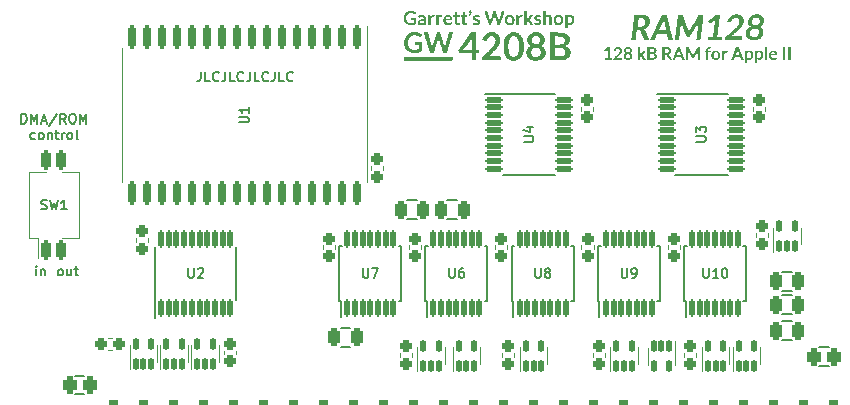
<source format=gto>
G04 #@! TF.GenerationSoftware,KiCad,Pcbnew,7.0.1-0*
G04 #@! TF.CreationDate,2024-01-06T07:24:35-05:00*
G04 #@! TF.ProjectId,RAM128,52414d31-3238-42e6-9b69-6361645f7063,1.2*
G04 #@! TF.SameCoordinates,Original*
G04 #@! TF.FileFunction,Legend,Top*
G04 #@! TF.FilePolarity,Positive*
%FSLAX46Y46*%
G04 Gerber Fmt 4.6, Leading zero omitted, Abs format (unit mm)*
G04 Created by KiCad (PCBNEW 7.0.1-0) date 2024-01-06 07:24:35*
%MOMM*%
%LPD*%
G01*
G04 APERTURE LIST*
G04 Aperture macros list*
%AMRoundRect*
0 Rectangle with rounded corners*
0 $1 Rounding radius*
0 $2 $3 $4 $5 $6 $7 $8 $9 X,Y pos of 4 corners*
0 Add a 4 corners polygon primitive as box body*
4,1,4,$2,$3,$4,$5,$6,$7,$8,$9,$2,$3,0*
0 Add four circle primitives for the rounded corners*
1,1,$1+$1,$2,$3*
1,1,$1+$1,$4,$5*
1,1,$1+$1,$6,$7*
1,1,$1+$1,$8,$9*
0 Add four rect primitives between the rounded corners*
20,1,$1+$1,$2,$3,$4,$5,0*
20,1,$1+$1,$4,$5,$6,$7,0*
20,1,$1+$1,$6,$7,$8,$9,0*
20,1,$1+$1,$8,$9,$2,$3,0*%
G04 Aperture macros list end*
%ADD10C,0.203200*%
%ADD11C,0.152400*%
%ADD12C,0.120000*%
%ADD13C,0.150000*%
%ADD14C,0.000000*%
%ADD15RoundRect,0.457200X0.381000X3.289000X-0.381000X3.289000X-0.381000X-3.289000X0.381000X-3.289000X0*%
%ADD16RoundRect,0.312500X0.262500X0.437500X-0.262500X0.437500X-0.262500X-0.437500X0.262500X-0.437500X0*%
%ADD17C,2.000000*%
%ADD18C,1.448000*%
%ADD19RoundRect,0.262500X-0.262500X0.212500X-0.262500X-0.212500X0.262500X-0.212500X0.262500X0.212500X0*%
%ADD20RoundRect,0.262500X0.212500X0.487500X-0.212500X0.487500X-0.212500X-0.487500X0.212500X-0.487500X0*%
%ADD21RoundRect,0.140000X-0.100000X0.400000X-0.100000X-0.400000X0.100000X-0.400000X0.100000X0.400000X0*%
%ADD22RoundRect,0.136500X-0.612500X-0.112500X0.612500X-0.112500X0.612500X0.112500X-0.612500X0.112500X0*%
%ADD23RoundRect,0.140000X0.100000X-0.400000X0.100000X0.400000X-0.100000X0.400000X-0.100000X-0.400000X0*%
%ADD24RoundRect,0.262500X0.212500X0.262500X-0.212500X0.262500X-0.212500X-0.262500X0.212500X-0.262500X0*%
%ADD25RoundRect,0.136500X0.112500X-0.612500X0.112500X0.612500X-0.112500X0.612500X-0.112500X-0.612500X0*%
%ADD26RoundRect,0.200000X-0.150000X0.802500X-0.150000X-0.802500X0.150000X-0.802500X0.150000X0.802500X0*%
%ADD27RoundRect,0.262500X-0.212500X-0.487500X0.212500X-0.487500X0.212500X0.487500X-0.212500X0.487500X0*%
%ADD28RoundRect,0.240000X0.190000X-0.572000X0.190000X0.572000X-0.190000X0.572000X-0.190000X-0.572000X0*%
%ADD29RoundRect,0.262500X0.262500X-0.212500X0.262500X0.212500X-0.262500X0.212500X-0.262500X-0.212500X0*%
G04 APERTURE END LIST*
D10*
X69609304Y-121026016D02*
X69609304Y-120484150D01*
X69609304Y-120213216D02*
X69570600Y-120251921D01*
X69570600Y-120251921D02*
X69609304Y-120290626D01*
X69609304Y-120290626D02*
X69648009Y-120251921D01*
X69648009Y-120251921D02*
X69609304Y-120213216D01*
X69609304Y-120213216D02*
X69609304Y-120290626D01*
X69996352Y-120484150D02*
X69996352Y-121026016D01*
X69996352Y-120561559D02*
X70035057Y-120522854D01*
X70035057Y-120522854D02*
X70112467Y-120484150D01*
X70112467Y-120484150D02*
X70228581Y-120484150D01*
X70228581Y-120484150D02*
X70305990Y-120522854D01*
X70305990Y-120522854D02*
X70344695Y-120600264D01*
X70344695Y-120600264D02*
X70344695Y-121026016D01*
X71605020Y-121026016D02*
X71527610Y-120987312D01*
X71527610Y-120987312D02*
X71488905Y-120948607D01*
X71488905Y-120948607D02*
X71450201Y-120871197D01*
X71450201Y-120871197D02*
X71450201Y-120638969D01*
X71450201Y-120638969D02*
X71488905Y-120561559D01*
X71488905Y-120561559D02*
X71527610Y-120522854D01*
X71527610Y-120522854D02*
X71605020Y-120484150D01*
X71605020Y-120484150D02*
X71721134Y-120484150D01*
X71721134Y-120484150D02*
X71798543Y-120522854D01*
X71798543Y-120522854D02*
X71837248Y-120561559D01*
X71837248Y-120561559D02*
X71875953Y-120638969D01*
X71875953Y-120638969D02*
X71875953Y-120871197D01*
X71875953Y-120871197D02*
X71837248Y-120948607D01*
X71837248Y-120948607D02*
X71798543Y-120987312D01*
X71798543Y-120987312D02*
X71721134Y-121026016D01*
X71721134Y-121026016D02*
X71605020Y-121026016D01*
X72572638Y-120484150D02*
X72572638Y-121026016D01*
X72224295Y-120484150D02*
X72224295Y-120909902D01*
X72224295Y-120909902D02*
X72263000Y-120987312D01*
X72263000Y-120987312D02*
X72340410Y-121026016D01*
X72340410Y-121026016D02*
X72456524Y-121026016D01*
X72456524Y-121026016D02*
X72533933Y-120987312D01*
X72533933Y-120987312D02*
X72572638Y-120948607D01*
X72843571Y-120484150D02*
X73153209Y-120484150D01*
X72959685Y-120213216D02*
X72959685Y-120909902D01*
X72959685Y-120909902D02*
X72998390Y-120987312D01*
X72998390Y-120987312D02*
X73075800Y-121026016D01*
X73075800Y-121026016D02*
X73153209Y-121026016D01*
X83558138Y-103766716D02*
X83558138Y-104347288D01*
X83558138Y-104347288D02*
X83519433Y-104463402D01*
X83519433Y-104463402D02*
X83442024Y-104540812D01*
X83442024Y-104540812D02*
X83325909Y-104579516D01*
X83325909Y-104579516D02*
X83248500Y-104579516D01*
X84332233Y-104579516D02*
X83945185Y-104579516D01*
X83945185Y-104579516D02*
X83945185Y-103766716D01*
X85067623Y-104502107D02*
X85028919Y-104540812D01*
X85028919Y-104540812D02*
X84912804Y-104579516D01*
X84912804Y-104579516D02*
X84835395Y-104579516D01*
X84835395Y-104579516D02*
X84719281Y-104540812D01*
X84719281Y-104540812D02*
X84641871Y-104463402D01*
X84641871Y-104463402D02*
X84603166Y-104385992D01*
X84603166Y-104385992D02*
X84564462Y-104231173D01*
X84564462Y-104231173D02*
X84564462Y-104115059D01*
X84564462Y-104115059D02*
X84603166Y-103960240D01*
X84603166Y-103960240D02*
X84641871Y-103882831D01*
X84641871Y-103882831D02*
X84719281Y-103805421D01*
X84719281Y-103805421D02*
X84835395Y-103766716D01*
X84835395Y-103766716D02*
X84912804Y-103766716D01*
X84912804Y-103766716D02*
X85028919Y-103805421D01*
X85028919Y-103805421D02*
X85067623Y-103844126D01*
X85648195Y-103766716D02*
X85648195Y-104347288D01*
X85648195Y-104347288D02*
X85609490Y-104463402D01*
X85609490Y-104463402D02*
X85532081Y-104540812D01*
X85532081Y-104540812D02*
X85415966Y-104579516D01*
X85415966Y-104579516D02*
X85338557Y-104579516D01*
X86422290Y-104579516D02*
X86035242Y-104579516D01*
X86035242Y-104579516D02*
X86035242Y-103766716D01*
X87157680Y-104502107D02*
X87118976Y-104540812D01*
X87118976Y-104540812D02*
X87002861Y-104579516D01*
X87002861Y-104579516D02*
X86925452Y-104579516D01*
X86925452Y-104579516D02*
X86809338Y-104540812D01*
X86809338Y-104540812D02*
X86731928Y-104463402D01*
X86731928Y-104463402D02*
X86693223Y-104385992D01*
X86693223Y-104385992D02*
X86654519Y-104231173D01*
X86654519Y-104231173D02*
X86654519Y-104115059D01*
X86654519Y-104115059D02*
X86693223Y-103960240D01*
X86693223Y-103960240D02*
X86731928Y-103882831D01*
X86731928Y-103882831D02*
X86809338Y-103805421D01*
X86809338Y-103805421D02*
X86925452Y-103766716D01*
X86925452Y-103766716D02*
X87002861Y-103766716D01*
X87002861Y-103766716D02*
X87118976Y-103805421D01*
X87118976Y-103805421D02*
X87157680Y-103844126D01*
X87738252Y-103766716D02*
X87738252Y-104347288D01*
X87738252Y-104347288D02*
X87699547Y-104463402D01*
X87699547Y-104463402D02*
X87622138Y-104540812D01*
X87622138Y-104540812D02*
X87506023Y-104579516D01*
X87506023Y-104579516D02*
X87428614Y-104579516D01*
X88512347Y-104579516D02*
X88125299Y-104579516D01*
X88125299Y-104579516D02*
X88125299Y-103766716D01*
X89247737Y-104502107D02*
X89209033Y-104540812D01*
X89209033Y-104540812D02*
X89092918Y-104579516D01*
X89092918Y-104579516D02*
X89015509Y-104579516D01*
X89015509Y-104579516D02*
X88899395Y-104540812D01*
X88899395Y-104540812D02*
X88821985Y-104463402D01*
X88821985Y-104463402D02*
X88783280Y-104385992D01*
X88783280Y-104385992D02*
X88744576Y-104231173D01*
X88744576Y-104231173D02*
X88744576Y-104115059D01*
X88744576Y-104115059D02*
X88783280Y-103960240D01*
X88783280Y-103960240D02*
X88821985Y-103882831D01*
X88821985Y-103882831D02*
X88899395Y-103805421D01*
X88899395Y-103805421D02*
X89015509Y-103766716D01*
X89015509Y-103766716D02*
X89092918Y-103766716D01*
X89092918Y-103766716D02*
X89209033Y-103805421D01*
X89209033Y-103805421D02*
X89247737Y-103844126D01*
X89828309Y-103766716D02*
X89828309Y-104347288D01*
X89828309Y-104347288D02*
X89789604Y-104463402D01*
X89789604Y-104463402D02*
X89712195Y-104540812D01*
X89712195Y-104540812D02*
X89596080Y-104579516D01*
X89596080Y-104579516D02*
X89518671Y-104579516D01*
X90602404Y-104579516D02*
X90215356Y-104579516D01*
X90215356Y-104579516D02*
X90215356Y-103766716D01*
X91337794Y-104502107D02*
X91299090Y-104540812D01*
X91299090Y-104540812D02*
X91182975Y-104579516D01*
X91182975Y-104579516D02*
X91105566Y-104579516D01*
X91105566Y-104579516D02*
X90989452Y-104540812D01*
X90989452Y-104540812D02*
X90912042Y-104463402D01*
X90912042Y-104463402D02*
X90873337Y-104385992D01*
X90873337Y-104385992D02*
X90834633Y-104231173D01*
X90834633Y-104231173D02*
X90834633Y-104115059D01*
X90834633Y-104115059D02*
X90873337Y-103960240D01*
X90873337Y-103960240D02*
X90912042Y-103882831D01*
X90912042Y-103882831D02*
X90989452Y-103805421D01*
X90989452Y-103805421D02*
X91105566Y-103766716D01*
X91105566Y-103766716D02*
X91182975Y-103766716D01*
X91182975Y-103766716D02*
X91299090Y-103805421D01*
X91299090Y-103805421D02*
X91337794Y-103844126D01*
X68371961Y-108173772D02*
X68371961Y-107355572D01*
X68371961Y-107355572D02*
X68565485Y-107355572D01*
X68565485Y-107355572D02*
X68681599Y-107394534D01*
X68681599Y-107394534D02*
X68759009Y-107472458D01*
X68759009Y-107472458D02*
X68797714Y-107550382D01*
X68797714Y-107550382D02*
X68836418Y-107706230D01*
X68836418Y-107706230D02*
X68836418Y-107823115D01*
X68836418Y-107823115D02*
X68797714Y-107978963D01*
X68797714Y-107978963D02*
X68759009Y-108056887D01*
X68759009Y-108056887D02*
X68681599Y-108134811D01*
X68681599Y-108134811D02*
X68565485Y-108173772D01*
X68565485Y-108173772D02*
X68371961Y-108173772D01*
X69184761Y-108173772D02*
X69184761Y-107355572D01*
X69184761Y-107355572D02*
X69455695Y-107940001D01*
X69455695Y-107940001D02*
X69726628Y-107355572D01*
X69726628Y-107355572D02*
X69726628Y-108173772D01*
X70074971Y-107940001D02*
X70462018Y-107940001D01*
X69997561Y-108173772D02*
X70268494Y-107355572D01*
X70268494Y-107355572D02*
X70539428Y-108173772D01*
X71390933Y-107316611D02*
X70694247Y-108368582D01*
X72126323Y-108173772D02*
X71855390Y-107784153D01*
X71661866Y-108173772D02*
X71661866Y-107355572D01*
X71661866Y-107355572D02*
X71971504Y-107355572D01*
X71971504Y-107355572D02*
X72048914Y-107394534D01*
X72048914Y-107394534D02*
X72087619Y-107433496D01*
X72087619Y-107433496D02*
X72126323Y-107511420D01*
X72126323Y-107511420D02*
X72126323Y-107628306D01*
X72126323Y-107628306D02*
X72087619Y-107706230D01*
X72087619Y-107706230D02*
X72048914Y-107745191D01*
X72048914Y-107745191D02*
X71971504Y-107784153D01*
X71971504Y-107784153D02*
X71661866Y-107784153D01*
X72629485Y-107355572D02*
X72784304Y-107355572D01*
X72784304Y-107355572D02*
X72861714Y-107394534D01*
X72861714Y-107394534D02*
X72939123Y-107472458D01*
X72939123Y-107472458D02*
X72977828Y-107628306D01*
X72977828Y-107628306D02*
X72977828Y-107901039D01*
X72977828Y-107901039D02*
X72939123Y-108056887D01*
X72939123Y-108056887D02*
X72861714Y-108134811D01*
X72861714Y-108134811D02*
X72784304Y-108173772D01*
X72784304Y-108173772D02*
X72629485Y-108173772D01*
X72629485Y-108173772D02*
X72552076Y-108134811D01*
X72552076Y-108134811D02*
X72474666Y-108056887D01*
X72474666Y-108056887D02*
X72435962Y-107901039D01*
X72435962Y-107901039D02*
X72435962Y-107628306D01*
X72435962Y-107628306D02*
X72474666Y-107472458D01*
X72474666Y-107472458D02*
X72552076Y-107394534D01*
X72552076Y-107394534D02*
X72629485Y-107355572D01*
X73326171Y-108173772D02*
X73326171Y-107355572D01*
X73326171Y-107355572D02*
X73597105Y-107940001D01*
X73597105Y-107940001D02*
X73868038Y-107355572D01*
X73868038Y-107355572D02*
X73868038Y-108173772D01*
X69513753Y-109460295D02*
X69436344Y-109499256D01*
X69436344Y-109499256D02*
X69281525Y-109499256D01*
X69281525Y-109499256D02*
X69204115Y-109460295D01*
X69204115Y-109460295D02*
X69165410Y-109421333D01*
X69165410Y-109421333D02*
X69126706Y-109343409D01*
X69126706Y-109343409D02*
X69126706Y-109109637D01*
X69126706Y-109109637D02*
X69165410Y-109031714D01*
X69165410Y-109031714D02*
X69204115Y-108992752D01*
X69204115Y-108992752D02*
X69281525Y-108953790D01*
X69281525Y-108953790D02*
X69436344Y-108953790D01*
X69436344Y-108953790D02*
X69513753Y-108992752D01*
X69978211Y-109499256D02*
X69900801Y-109460295D01*
X69900801Y-109460295D02*
X69862096Y-109421333D01*
X69862096Y-109421333D02*
X69823392Y-109343409D01*
X69823392Y-109343409D02*
X69823392Y-109109637D01*
X69823392Y-109109637D02*
X69862096Y-109031714D01*
X69862096Y-109031714D02*
X69900801Y-108992752D01*
X69900801Y-108992752D02*
X69978211Y-108953790D01*
X69978211Y-108953790D02*
X70094325Y-108953790D01*
X70094325Y-108953790D02*
X70171734Y-108992752D01*
X70171734Y-108992752D02*
X70210439Y-109031714D01*
X70210439Y-109031714D02*
X70249144Y-109109637D01*
X70249144Y-109109637D02*
X70249144Y-109343409D01*
X70249144Y-109343409D02*
X70210439Y-109421333D01*
X70210439Y-109421333D02*
X70171734Y-109460295D01*
X70171734Y-109460295D02*
X70094325Y-109499256D01*
X70094325Y-109499256D02*
X69978211Y-109499256D01*
X70597486Y-108953790D02*
X70597486Y-109499256D01*
X70597486Y-109031714D02*
X70636191Y-108992752D01*
X70636191Y-108992752D02*
X70713601Y-108953790D01*
X70713601Y-108953790D02*
X70829715Y-108953790D01*
X70829715Y-108953790D02*
X70907124Y-108992752D01*
X70907124Y-108992752D02*
X70945829Y-109070675D01*
X70945829Y-109070675D02*
X70945829Y-109499256D01*
X71216762Y-108953790D02*
X71526400Y-108953790D01*
X71332876Y-108681056D02*
X71332876Y-109382371D01*
X71332876Y-109382371D02*
X71371581Y-109460295D01*
X71371581Y-109460295D02*
X71448991Y-109499256D01*
X71448991Y-109499256D02*
X71526400Y-109499256D01*
X71797333Y-109499256D02*
X71797333Y-108953790D01*
X71797333Y-109109637D02*
X71836038Y-109031714D01*
X71836038Y-109031714D02*
X71874743Y-108992752D01*
X71874743Y-108992752D02*
X71952152Y-108953790D01*
X71952152Y-108953790D02*
X72029562Y-108953790D01*
X72416610Y-109499256D02*
X72339200Y-109460295D01*
X72339200Y-109460295D02*
X72300495Y-109421333D01*
X72300495Y-109421333D02*
X72261791Y-109343409D01*
X72261791Y-109343409D02*
X72261791Y-109109637D01*
X72261791Y-109109637D02*
X72300495Y-109031714D01*
X72300495Y-109031714D02*
X72339200Y-108992752D01*
X72339200Y-108992752D02*
X72416610Y-108953790D01*
X72416610Y-108953790D02*
X72532724Y-108953790D01*
X72532724Y-108953790D02*
X72610133Y-108992752D01*
X72610133Y-108992752D02*
X72648838Y-109031714D01*
X72648838Y-109031714D02*
X72687543Y-109109637D01*
X72687543Y-109109637D02*
X72687543Y-109343409D01*
X72687543Y-109343409D02*
X72648838Y-109421333D01*
X72648838Y-109421333D02*
X72610133Y-109460295D01*
X72610133Y-109460295D02*
X72532724Y-109499256D01*
X72532724Y-109499256D02*
X72416610Y-109499256D01*
X73152000Y-109499256D02*
X73074590Y-109460295D01*
X73074590Y-109460295D02*
X73035885Y-109382371D01*
X73035885Y-109382371D02*
X73035885Y-108681056D01*
X125513216Y-109694276D02*
X126171197Y-109694276D01*
X126171197Y-109694276D02*
X126248607Y-109655571D01*
X126248607Y-109655571D02*
X126287312Y-109616866D01*
X126287312Y-109616866D02*
X126326016Y-109539457D01*
X126326016Y-109539457D02*
X126326016Y-109384638D01*
X126326016Y-109384638D02*
X126287312Y-109307228D01*
X126287312Y-109307228D02*
X126248607Y-109268523D01*
X126248607Y-109268523D02*
X126171197Y-109229819D01*
X126171197Y-109229819D02*
X125513216Y-109229819D01*
X125513216Y-108920180D02*
X125513216Y-108417018D01*
X125513216Y-108417018D02*
X125822854Y-108687952D01*
X125822854Y-108687952D02*
X125822854Y-108571837D01*
X125822854Y-108571837D02*
X125861559Y-108494428D01*
X125861559Y-108494428D02*
X125900264Y-108455723D01*
X125900264Y-108455723D02*
X125977673Y-108417018D01*
X125977673Y-108417018D02*
X126171197Y-108417018D01*
X126171197Y-108417018D02*
X126248607Y-108455723D01*
X126248607Y-108455723D02*
X126287312Y-108494428D01*
X126287312Y-108494428D02*
X126326016Y-108571837D01*
X126326016Y-108571837D02*
X126326016Y-108804066D01*
X126326016Y-108804066D02*
X126287312Y-108881475D01*
X126287312Y-108881475D02*
X126248607Y-108920180D01*
X97280723Y-120413216D02*
X97280723Y-121071197D01*
X97280723Y-121071197D02*
X97319428Y-121148607D01*
X97319428Y-121148607D02*
X97358133Y-121187312D01*
X97358133Y-121187312D02*
X97435542Y-121226016D01*
X97435542Y-121226016D02*
X97590361Y-121226016D01*
X97590361Y-121226016D02*
X97667771Y-121187312D01*
X97667771Y-121187312D02*
X97706476Y-121148607D01*
X97706476Y-121148607D02*
X97745180Y-121071197D01*
X97745180Y-121071197D02*
X97745180Y-120413216D01*
X98054819Y-120413216D02*
X98596685Y-120413216D01*
X98596685Y-120413216D02*
X98248343Y-121226016D01*
X126093676Y-120413216D02*
X126093676Y-121071197D01*
X126093676Y-121071197D02*
X126132381Y-121148607D01*
X126132381Y-121148607D02*
X126171086Y-121187312D01*
X126171086Y-121187312D02*
X126248495Y-121226016D01*
X126248495Y-121226016D02*
X126403314Y-121226016D01*
X126403314Y-121226016D02*
X126480724Y-121187312D01*
X126480724Y-121187312D02*
X126519429Y-121148607D01*
X126519429Y-121148607D02*
X126558133Y-121071197D01*
X126558133Y-121071197D02*
X126558133Y-120413216D01*
X127370934Y-121226016D02*
X126906477Y-121226016D01*
X127138705Y-121226016D02*
X127138705Y-120413216D01*
X127138705Y-120413216D02*
X127061296Y-120529331D01*
X127061296Y-120529331D02*
X126983886Y-120606740D01*
X126983886Y-120606740D02*
X126906477Y-120645445D01*
X127874095Y-120413216D02*
X127951505Y-120413216D01*
X127951505Y-120413216D02*
X128028914Y-120451921D01*
X128028914Y-120451921D02*
X128067619Y-120490626D01*
X128067619Y-120490626D02*
X128106324Y-120568035D01*
X128106324Y-120568035D02*
X128145029Y-120722854D01*
X128145029Y-120722854D02*
X128145029Y-120916378D01*
X128145029Y-120916378D02*
X128106324Y-121071197D01*
X128106324Y-121071197D02*
X128067619Y-121148607D01*
X128067619Y-121148607D02*
X128028914Y-121187312D01*
X128028914Y-121187312D02*
X127951505Y-121226016D01*
X127951505Y-121226016D02*
X127874095Y-121226016D01*
X127874095Y-121226016D02*
X127796686Y-121187312D01*
X127796686Y-121187312D02*
X127757981Y-121148607D01*
X127757981Y-121148607D02*
X127719276Y-121071197D01*
X127719276Y-121071197D02*
X127680572Y-120916378D01*
X127680572Y-120916378D02*
X127680572Y-120722854D01*
X127680572Y-120722854D02*
X127719276Y-120568035D01*
X127719276Y-120568035D02*
X127757981Y-120490626D01*
X127757981Y-120490626D02*
X127796686Y-120451921D01*
X127796686Y-120451921D02*
X127874095Y-120413216D01*
X119180723Y-120413216D02*
X119180723Y-121071197D01*
X119180723Y-121071197D02*
X119219428Y-121148607D01*
X119219428Y-121148607D02*
X119258133Y-121187312D01*
X119258133Y-121187312D02*
X119335542Y-121226016D01*
X119335542Y-121226016D02*
X119490361Y-121226016D01*
X119490361Y-121226016D02*
X119567771Y-121187312D01*
X119567771Y-121187312D02*
X119606476Y-121148607D01*
X119606476Y-121148607D02*
X119645180Y-121071197D01*
X119645180Y-121071197D02*
X119645180Y-120413216D01*
X120070933Y-121226016D02*
X120225752Y-121226016D01*
X120225752Y-121226016D02*
X120303162Y-121187312D01*
X120303162Y-121187312D02*
X120341866Y-121148607D01*
X120341866Y-121148607D02*
X120419276Y-121032492D01*
X120419276Y-121032492D02*
X120457981Y-120877673D01*
X120457981Y-120877673D02*
X120457981Y-120568035D01*
X120457981Y-120568035D02*
X120419276Y-120490626D01*
X120419276Y-120490626D02*
X120380571Y-120451921D01*
X120380571Y-120451921D02*
X120303162Y-120413216D01*
X120303162Y-120413216D02*
X120148343Y-120413216D01*
X120148343Y-120413216D02*
X120070933Y-120451921D01*
X120070933Y-120451921D02*
X120032228Y-120490626D01*
X120032228Y-120490626D02*
X119993524Y-120568035D01*
X119993524Y-120568035D02*
X119993524Y-120761559D01*
X119993524Y-120761559D02*
X120032228Y-120838969D01*
X120032228Y-120838969D02*
X120070933Y-120877673D01*
X120070933Y-120877673D02*
X120148343Y-120916378D01*
X120148343Y-120916378D02*
X120303162Y-120916378D01*
X120303162Y-120916378D02*
X120380571Y-120877673D01*
X120380571Y-120877673D02*
X120419276Y-120838969D01*
X120419276Y-120838969D02*
X120457981Y-120761559D01*
X111880723Y-120413216D02*
X111880723Y-121071197D01*
X111880723Y-121071197D02*
X111919428Y-121148607D01*
X111919428Y-121148607D02*
X111958133Y-121187312D01*
X111958133Y-121187312D02*
X112035542Y-121226016D01*
X112035542Y-121226016D02*
X112190361Y-121226016D01*
X112190361Y-121226016D02*
X112267771Y-121187312D01*
X112267771Y-121187312D02*
X112306476Y-121148607D01*
X112306476Y-121148607D02*
X112345180Y-121071197D01*
X112345180Y-121071197D02*
X112345180Y-120413216D01*
X112848343Y-120761559D02*
X112770933Y-120722854D01*
X112770933Y-120722854D02*
X112732228Y-120684150D01*
X112732228Y-120684150D02*
X112693524Y-120606740D01*
X112693524Y-120606740D02*
X112693524Y-120568035D01*
X112693524Y-120568035D02*
X112732228Y-120490626D01*
X112732228Y-120490626D02*
X112770933Y-120451921D01*
X112770933Y-120451921D02*
X112848343Y-120413216D01*
X112848343Y-120413216D02*
X113003162Y-120413216D01*
X113003162Y-120413216D02*
X113080571Y-120451921D01*
X113080571Y-120451921D02*
X113119276Y-120490626D01*
X113119276Y-120490626D02*
X113157981Y-120568035D01*
X113157981Y-120568035D02*
X113157981Y-120606740D01*
X113157981Y-120606740D02*
X113119276Y-120684150D01*
X113119276Y-120684150D02*
X113080571Y-120722854D01*
X113080571Y-120722854D02*
X113003162Y-120761559D01*
X113003162Y-120761559D02*
X112848343Y-120761559D01*
X112848343Y-120761559D02*
X112770933Y-120800264D01*
X112770933Y-120800264D02*
X112732228Y-120838969D01*
X112732228Y-120838969D02*
X112693524Y-120916378D01*
X112693524Y-120916378D02*
X112693524Y-121071197D01*
X112693524Y-121071197D02*
X112732228Y-121148607D01*
X112732228Y-121148607D02*
X112770933Y-121187312D01*
X112770933Y-121187312D02*
X112848343Y-121226016D01*
X112848343Y-121226016D02*
X113003162Y-121226016D01*
X113003162Y-121226016D02*
X113080571Y-121187312D01*
X113080571Y-121187312D02*
X113119276Y-121148607D01*
X113119276Y-121148607D02*
X113157981Y-121071197D01*
X113157981Y-121071197D02*
X113157981Y-120916378D01*
X113157981Y-120916378D02*
X113119276Y-120838969D01*
X113119276Y-120838969D02*
X113080571Y-120800264D01*
X113080571Y-120800264D02*
X113003162Y-120761559D01*
X104580723Y-120413216D02*
X104580723Y-121071197D01*
X104580723Y-121071197D02*
X104619428Y-121148607D01*
X104619428Y-121148607D02*
X104658133Y-121187312D01*
X104658133Y-121187312D02*
X104735542Y-121226016D01*
X104735542Y-121226016D02*
X104890361Y-121226016D01*
X104890361Y-121226016D02*
X104967771Y-121187312D01*
X104967771Y-121187312D02*
X105006476Y-121148607D01*
X105006476Y-121148607D02*
X105045180Y-121071197D01*
X105045180Y-121071197D02*
X105045180Y-120413216D01*
X105780571Y-120413216D02*
X105625752Y-120413216D01*
X105625752Y-120413216D02*
X105548343Y-120451921D01*
X105548343Y-120451921D02*
X105509638Y-120490626D01*
X105509638Y-120490626D02*
X105432228Y-120606740D01*
X105432228Y-120606740D02*
X105393524Y-120761559D01*
X105393524Y-120761559D02*
X105393524Y-121071197D01*
X105393524Y-121071197D02*
X105432228Y-121148607D01*
X105432228Y-121148607D02*
X105470933Y-121187312D01*
X105470933Y-121187312D02*
X105548343Y-121226016D01*
X105548343Y-121226016D02*
X105703162Y-121226016D01*
X105703162Y-121226016D02*
X105780571Y-121187312D01*
X105780571Y-121187312D02*
X105819276Y-121148607D01*
X105819276Y-121148607D02*
X105857981Y-121071197D01*
X105857981Y-121071197D02*
X105857981Y-120877673D01*
X105857981Y-120877673D02*
X105819276Y-120800264D01*
X105819276Y-120800264D02*
X105780571Y-120761559D01*
X105780571Y-120761559D02*
X105703162Y-120722854D01*
X105703162Y-120722854D02*
X105548343Y-120722854D01*
X105548343Y-120722854D02*
X105470933Y-120761559D01*
X105470933Y-120761559D02*
X105432228Y-120800264D01*
X105432228Y-120800264D02*
X105393524Y-120877673D01*
X86812216Y-108061276D02*
X87470197Y-108061276D01*
X87470197Y-108061276D02*
X87547607Y-108022571D01*
X87547607Y-108022571D02*
X87586312Y-107983866D01*
X87586312Y-107983866D02*
X87625016Y-107906457D01*
X87625016Y-107906457D02*
X87625016Y-107751638D01*
X87625016Y-107751638D02*
X87586312Y-107674228D01*
X87586312Y-107674228D02*
X87547607Y-107635523D01*
X87547607Y-107635523D02*
X87470197Y-107596819D01*
X87470197Y-107596819D02*
X86812216Y-107596819D01*
X87625016Y-106784018D02*
X87625016Y-107248475D01*
X87625016Y-107016247D02*
X86812216Y-107016247D01*
X86812216Y-107016247D02*
X86928331Y-107093656D01*
X86928331Y-107093656D02*
X87005740Y-107171066D01*
X87005740Y-107171066D02*
X87044445Y-107248475D01*
X110913216Y-109694276D02*
X111571197Y-109694276D01*
X111571197Y-109694276D02*
X111648607Y-109655571D01*
X111648607Y-109655571D02*
X111687312Y-109616866D01*
X111687312Y-109616866D02*
X111726016Y-109539457D01*
X111726016Y-109539457D02*
X111726016Y-109384638D01*
X111726016Y-109384638D02*
X111687312Y-109307228D01*
X111687312Y-109307228D02*
X111648607Y-109268523D01*
X111648607Y-109268523D02*
X111571197Y-109229819D01*
X111571197Y-109229819D02*
X110913216Y-109229819D01*
X111184150Y-108494428D02*
X111726016Y-108494428D01*
X110874512Y-108687952D02*
X111455083Y-108881475D01*
X111455083Y-108881475D02*
X111455083Y-108378314D01*
X82505723Y-120413216D02*
X82505723Y-121071197D01*
X82505723Y-121071197D02*
X82544428Y-121148607D01*
X82544428Y-121148607D02*
X82583133Y-121187312D01*
X82583133Y-121187312D02*
X82660542Y-121226016D01*
X82660542Y-121226016D02*
X82815361Y-121226016D01*
X82815361Y-121226016D02*
X82892771Y-121187312D01*
X82892771Y-121187312D02*
X82931476Y-121148607D01*
X82931476Y-121148607D02*
X82970180Y-121071197D01*
X82970180Y-121071197D02*
X82970180Y-120413216D01*
X83318524Y-120490626D02*
X83357228Y-120451921D01*
X83357228Y-120451921D02*
X83434638Y-120413216D01*
X83434638Y-120413216D02*
X83628162Y-120413216D01*
X83628162Y-120413216D02*
X83705571Y-120451921D01*
X83705571Y-120451921D02*
X83744276Y-120490626D01*
X83744276Y-120490626D02*
X83782981Y-120568035D01*
X83782981Y-120568035D02*
X83782981Y-120645445D01*
X83782981Y-120645445D02*
X83744276Y-120761559D01*
X83744276Y-120761559D02*
X83279819Y-121226016D01*
X83279819Y-121226016D02*
X83782981Y-121226016D01*
X70036267Y-115399312D02*
X70152381Y-115438016D01*
X70152381Y-115438016D02*
X70345905Y-115438016D01*
X70345905Y-115438016D02*
X70423314Y-115399312D01*
X70423314Y-115399312D02*
X70462019Y-115360607D01*
X70462019Y-115360607D02*
X70500724Y-115283197D01*
X70500724Y-115283197D02*
X70500724Y-115205788D01*
X70500724Y-115205788D02*
X70462019Y-115128378D01*
X70462019Y-115128378D02*
X70423314Y-115089673D01*
X70423314Y-115089673D02*
X70345905Y-115050969D01*
X70345905Y-115050969D02*
X70191086Y-115012264D01*
X70191086Y-115012264D02*
X70113676Y-114973559D01*
X70113676Y-114973559D02*
X70074971Y-114934854D01*
X70074971Y-114934854D02*
X70036267Y-114857445D01*
X70036267Y-114857445D02*
X70036267Y-114780035D01*
X70036267Y-114780035D02*
X70074971Y-114702626D01*
X70074971Y-114702626D02*
X70113676Y-114663921D01*
X70113676Y-114663921D02*
X70191086Y-114625216D01*
X70191086Y-114625216D02*
X70384609Y-114625216D01*
X70384609Y-114625216D02*
X70500724Y-114663921D01*
X70771657Y-114625216D02*
X70965181Y-115438016D01*
X70965181Y-115438016D02*
X71120000Y-114857445D01*
X71120000Y-114857445D02*
X71274819Y-115438016D01*
X71274819Y-115438016D02*
X71468343Y-114625216D01*
X72203733Y-115438016D02*
X71739276Y-115438016D01*
X71971504Y-115438016D02*
X71971504Y-114625216D01*
X71971504Y-114625216D02*
X71894095Y-114741331D01*
X71894095Y-114741331D02*
X71816685Y-114818740D01*
X71816685Y-114818740D02*
X71739276Y-114857445D01*
D11*
X136716400Y-128689000D02*
X135903600Y-128689000D01*
X136716400Y-127089000D02*
X135903600Y-127089000D01*
D12*
X110110000Y-127587221D02*
X110110000Y-127912779D01*
X109090000Y-127587221D02*
X109090000Y-127912779D01*
D11*
X133606400Y-124300000D02*
X132793600Y-124300000D01*
X133606400Y-122700000D02*
X132793600Y-122700000D01*
D12*
X123710000Y-128580000D02*
X123710000Y-126550000D01*
X121390000Y-127170000D02*
X121390000Y-128580000D01*
D13*
X122200000Y-105625000D02*
X128175000Y-105625000D01*
X123725000Y-112525000D02*
X128175000Y-112525000D01*
D12*
X125990000Y-127120000D02*
X125990000Y-129150000D01*
X128310000Y-128530000D02*
X128310000Y-127120000D01*
X77540000Y-126920000D02*
X77540000Y-128950000D01*
X79860000Y-128330000D02*
X79860000Y-126920000D01*
X117760000Y-127587221D02*
X117760000Y-127912779D01*
X116740000Y-127587221D02*
X116740000Y-127912779D01*
X110590000Y-127120000D02*
X110590000Y-129150000D01*
X112910000Y-128530000D02*
X112910000Y-127120000D01*
X118240000Y-127120000D02*
X118240000Y-129150000D01*
X120560000Y-128530000D02*
X120560000Y-127120000D01*
X76062779Y-127310000D02*
X75737221Y-127310000D01*
X76062779Y-126290000D02*
X75737221Y-126290000D01*
X128590000Y-127120000D02*
X128590000Y-129150000D01*
X130910000Y-128530000D02*
X130910000Y-127120000D01*
D13*
X95275000Y-118525000D02*
X95500000Y-118525000D01*
X95275000Y-123175000D02*
X95275000Y-118525000D01*
X95275000Y-123175000D02*
X95400000Y-123175000D01*
X95400000Y-123175000D02*
X95400000Y-124525000D01*
X100525000Y-118525000D02*
X100300000Y-118525000D01*
X100525000Y-123175000D02*
X100300000Y-123175000D01*
X100525000Y-123175000D02*
X100525000Y-118525000D01*
X124475000Y-118525000D02*
X124700000Y-118525000D01*
X124475000Y-123175000D02*
X124475000Y-118525000D01*
X124475000Y-123175000D02*
X124600000Y-123175000D01*
X124600000Y-123175000D02*
X124600000Y-124525000D01*
X129725000Y-118525000D02*
X129500000Y-118525000D01*
X129725000Y-123175000D02*
X129500000Y-123175000D01*
X129725000Y-123175000D02*
X129725000Y-118525000D01*
D12*
X116810000Y-118487221D02*
X116810000Y-118812779D01*
X115790000Y-118487221D02*
X115790000Y-118812779D01*
D13*
X117175000Y-118525000D02*
X117400000Y-118525000D01*
X117175000Y-123175000D02*
X117175000Y-118525000D01*
X117175000Y-123175000D02*
X117300000Y-123175000D01*
X117300000Y-123175000D02*
X117300000Y-124525000D01*
X122425000Y-118525000D02*
X122200000Y-118525000D01*
X122425000Y-123175000D02*
X122200000Y-123175000D01*
X122425000Y-123175000D02*
X122425000Y-118525000D01*
D12*
X94910000Y-118487221D02*
X94910000Y-118812779D01*
X93890000Y-118487221D02*
X93890000Y-118812779D01*
D13*
X109875000Y-118525000D02*
X110100000Y-118525000D01*
X109875000Y-123175000D02*
X109875000Y-118525000D01*
X109875000Y-123175000D02*
X110000000Y-123175000D01*
X110000000Y-123175000D02*
X110000000Y-124525000D01*
X115125000Y-118525000D02*
X114900000Y-118525000D01*
X115125000Y-123175000D02*
X114900000Y-123175000D01*
X115125000Y-123175000D02*
X115125000Y-118525000D01*
D12*
X102210000Y-118487221D02*
X102210000Y-118812779D01*
X101190000Y-118487221D02*
X101190000Y-118812779D01*
D13*
X102575000Y-118525000D02*
X102800000Y-118525000D01*
X102575000Y-123175000D02*
X102575000Y-118525000D01*
X102575000Y-123175000D02*
X102700000Y-123175000D01*
X102700000Y-123175000D02*
X102700000Y-124525000D01*
X107825000Y-118525000D02*
X107600000Y-118525000D01*
X107825000Y-123175000D02*
X107600000Y-123175000D01*
X107825000Y-123175000D02*
X107825000Y-118525000D01*
D12*
X124110000Y-118487221D02*
X124110000Y-118812779D01*
X123090000Y-118487221D02*
X123090000Y-118812779D01*
X109510000Y-118487221D02*
X109510000Y-118812779D01*
X108490000Y-118487221D02*
X108490000Y-118812779D01*
X125510000Y-127587221D02*
X125510000Y-127912779D01*
X124490000Y-127587221D02*
X124490000Y-127912779D01*
X97606500Y-107442000D02*
X97606500Y-113094500D01*
X97606500Y-107442000D02*
X97606500Y-99867000D01*
X76891500Y-107442000D02*
X76891500Y-113094500D01*
X76891500Y-107442000D02*
X76891500Y-101789500D01*
D11*
X101043600Y-114650000D02*
X101856400Y-114650000D01*
X101043600Y-116250000D02*
X101856400Y-116250000D01*
D13*
X107600000Y-105625000D02*
X113575000Y-105625000D01*
X109125000Y-112525000D02*
X113575000Y-112525000D01*
D12*
X116760000Y-106737221D02*
X116760000Y-107062779D01*
X115740000Y-106737221D02*
X115740000Y-107062779D01*
X131360000Y-106737221D02*
X131360000Y-107062779D01*
X130340000Y-106737221D02*
X130340000Y-107062779D01*
D13*
X79675000Y-124600000D02*
X79675000Y-118625000D01*
X86575000Y-123075000D02*
X86575000Y-118625000D01*
D11*
X73706400Y-131100000D02*
X72893600Y-131100000D01*
X73706400Y-129500000D02*
X72893600Y-129500000D01*
D12*
X80140000Y-126920000D02*
X80140000Y-128950000D01*
X82460000Y-128330000D02*
X82460000Y-126920000D01*
X82740000Y-126920000D02*
X82740000Y-128950000D01*
X85060000Y-128330000D02*
X85060000Y-126920000D01*
X86560000Y-127387221D02*
X86560000Y-127712779D01*
X85540000Y-127387221D02*
X85540000Y-127712779D01*
X79110000Y-117887221D02*
X79110000Y-118212779D01*
X78090000Y-117887221D02*
X78090000Y-118212779D01*
X132040000Y-116970000D02*
X132040000Y-119000000D01*
X134360000Y-118380000D02*
X134360000Y-116970000D01*
X131560000Y-117437221D02*
X131560000Y-117762779D01*
X130540000Y-117437221D02*
X130540000Y-117762779D01*
D11*
X133606400Y-126500000D02*
X132793600Y-126500000D01*
X133606400Y-124900000D02*
X132793600Y-124900000D01*
X105256400Y-116250000D02*
X104443600Y-116250000D01*
X105256400Y-114650000D02*
X104443600Y-114650000D01*
X132793600Y-120700000D02*
X133606400Y-120700000D01*
X132793600Y-122300000D02*
X133606400Y-122300000D01*
D12*
X68989000Y-112302000D02*
X70424000Y-112302000D01*
X68989000Y-117822000D02*
X68989000Y-112302000D01*
X68989000Y-117822000D02*
X69805000Y-117822000D01*
X69805000Y-119508000D02*
X69805000Y-117822000D01*
X71815000Y-112302000D02*
X73250000Y-112302000D01*
X71815000Y-117822000D02*
X73250000Y-117822000D01*
X73250000Y-117822000D02*
X73250000Y-112302000D01*
G36*
X106428617Y-98561455D02*
G01*
X106434106Y-98568143D01*
X106441713Y-98581702D01*
X106450446Y-98599983D01*
X106459315Y-98620833D01*
X106467330Y-98642101D01*
X106471318Y-98654176D01*
X106479635Y-98692947D01*
X106482771Y-98736173D01*
X106480768Y-98780320D01*
X106473668Y-98821857D01*
X106469161Y-98837720D01*
X106450018Y-98883518D01*
X106422781Y-98929368D01*
X106388691Y-98973338D01*
X106367489Y-98996002D01*
X106351648Y-99011549D01*
X106338155Y-99024240D01*
X106328470Y-99032742D01*
X106324096Y-99035722D01*
X106318526Y-99033410D01*
X106307096Y-99027316D01*
X106292076Y-99018660D01*
X106288965Y-99016805D01*
X106272903Y-99006686D01*
X106259618Y-98997447D01*
X106251695Y-98990897D01*
X106251189Y-98990332D01*
X106245405Y-98978378D01*
X106246549Y-98963879D01*
X106254906Y-98945781D01*
X106268485Y-98925997D01*
X106294729Y-98885555D01*
X106311551Y-98845505D01*
X106319019Y-98805227D01*
X106317202Y-98764104D01*
X106306167Y-98721515D01*
X106294162Y-98692917D01*
X106282838Y-98667176D01*
X106276865Y-98647851D01*
X106276061Y-98633582D01*
X106280244Y-98623009D01*
X106284208Y-98618630D01*
X106291780Y-98613944D01*
X106305808Y-98607116D01*
X106324428Y-98598885D01*
X106345777Y-98589987D01*
X106367993Y-98581161D01*
X106389211Y-98573145D01*
X106407568Y-98566675D01*
X106421202Y-98562490D01*
X106428248Y-98561327D01*
X106428617Y-98561455D01*
G37*
G36*
X103273284Y-98956264D02*
G01*
X103307122Y-98962426D01*
X103333601Y-98974146D01*
X103341730Y-98980098D01*
X103354003Y-98990416D01*
X103340840Y-99061992D01*
X103335992Y-99087828D01*
X103331456Y-99111041D01*
X103327628Y-99129672D01*
X103324904Y-99141762D01*
X103324134Y-99144578D01*
X103318653Y-99154225D01*
X103308914Y-99159806D01*
X103293620Y-99161541D01*
X103271479Y-99159652D01*
X103253198Y-99156657D01*
X103229499Y-99152778D01*
X103211259Y-99151194D01*
X103194703Y-99151785D01*
X103177031Y-99154265D01*
X103137950Y-99165097D01*
X103103331Y-99183659D01*
X103072558Y-99210407D01*
X103045013Y-99245797D01*
X103037773Y-99257353D01*
X103020787Y-99285703D01*
X103020787Y-99808770D01*
X102815602Y-99808770D01*
X102815602Y-98973715D01*
X102889878Y-98973715D01*
X102917043Y-98974025D01*
X102940794Y-98974884D01*
X102959349Y-98976188D01*
X102970924Y-98977831D01*
X102973334Y-98978628D01*
X102982468Y-98986228D01*
X102989687Y-98998917D01*
X102995436Y-99017964D01*
X103000161Y-99044642D01*
X103002275Y-99061204D01*
X103004916Y-99081895D01*
X103007491Y-99098535D01*
X103009669Y-99109184D01*
X103010910Y-99112087D01*
X103014717Y-99108378D01*
X103021694Y-99098815D01*
X103027826Y-99089421D01*
X103047690Y-99062508D01*
X103073174Y-99035021D01*
X103101642Y-99009385D01*
X103130456Y-98988029D01*
X103150786Y-98976241D01*
X103170053Y-98967221D01*
X103185864Y-98961534D01*
X103202051Y-98958217D01*
X103222446Y-98956309D01*
X103232431Y-98955735D01*
X103273284Y-98956264D01*
G37*
G36*
X103936556Y-98956264D02*
G01*
X103970394Y-98962426D01*
X103996874Y-98974146D01*
X104005003Y-98980098D01*
X104017275Y-98990416D01*
X104004113Y-99061992D01*
X103999264Y-99087828D01*
X103994728Y-99111041D01*
X103990900Y-99129672D01*
X103988176Y-99141762D01*
X103987407Y-99144578D01*
X103981926Y-99154225D01*
X103972186Y-99159806D01*
X103956893Y-99161541D01*
X103934751Y-99159652D01*
X103916471Y-99156657D01*
X103892772Y-99152778D01*
X103874532Y-99151194D01*
X103857976Y-99151785D01*
X103840303Y-99154265D01*
X103801223Y-99165097D01*
X103766604Y-99183659D01*
X103735830Y-99210407D01*
X103708286Y-99245797D01*
X103701046Y-99257353D01*
X103684060Y-99285703D01*
X103684060Y-99808770D01*
X103478875Y-99808770D01*
X103478875Y-98973715D01*
X103553151Y-98973715D01*
X103580316Y-98974025D01*
X103604067Y-98974884D01*
X103622622Y-98976188D01*
X103634197Y-98977831D01*
X103636607Y-98978628D01*
X103645741Y-98986228D01*
X103652959Y-98998917D01*
X103658708Y-99017964D01*
X103663434Y-99044642D01*
X103665547Y-99061204D01*
X103668189Y-99081895D01*
X103670763Y-99098535D01*
X103672941Y-99109184D01*
X103674183Y-99112087D01*
X103677989Y-99108378D01*
X103684967Y-99098815D01*
X103691098Y-99089421D01*
X103710963Y-99062508D01*
X103736447Y-99035021D01*
X103764914Y-99009385D01*
X103793729Y-98988029D01*
X103814058Y-98976241D01*
X103833325Y-98967221D01*
X103849136Y-98961534D01*
X103865323Y-98958217D01*
X103885718Y-98956309D01*
X103895703Y-98955735D01*
X103936556Y-98956264D01*
G37*
G36*
X110731522Y-98956264D02*
G01*
X110765359Y-98962426D01*
X110791839Y-98974146D01*
X110799968Y-98980098D01*
X110812241Y-98990416D01*
X110799078Y-99061992D01*
X110794230Y-99087828D01*
X110789693Y-99111041D01*
X110785865Y-99129672D01*
X110783142Y-99141762D01*
X110782372Y-99144578D01*
X110776891Y-99154225D01*
X110767151Y-99159806D01*
X110751858Y-99161541D01*
X110729716Y-99159652D01*
X110711436Y-99156657D01*
X110687737Y-99152778D01*
X110669497Y-99151194D01*
X110652941Y-99151785D01*
X110635269Y-99154265D01*
X110596188Y-99165097D01*
X110561569Y-99183659D01*
X110530796Y-99210407D01*
X110503251Y-99245797D01*
X110496011Y-99257353D01*
X110479025Y-99285703D01*
X110479025Y-99808770D01*
X110273840Y-99808770D01*
X110273840Y-98973715D01*
X110348116Y-98973715D01*
X110375281Y-98974025D01*
X110399032Y-98974884D01*
X110417587Y-98976188D01*
X110429162Y-98977831D01*
X110431572Y-98978628D01*
X110440706Y-98986228D01*
X110447925Y-98998917D01*
X110453674Y-99017964D01*
X110458399Y-99044642D01*
X110460513Y-99061204D01*
X110463154Y-99081895D01*
X110465728Y-99098535D01*
X110467906Y-99109184D01*
X110469148Y-99112087D01*
X110472954Y-99108378D01*
X110479932Y-99098815D01*
X110486064Y-99089421D01*
X110505928Y-99062508D01*
X110531412Y-99035021D01*
X110559880Y-99009385D01*
X110588694Y-98988029D01*
X110609024Y-98976241D01*
X110628291Y-98967221D01*
X110644102Y-98961534D01*
X110660289Y-98958217D01*
X110680683Y-98956309D01*
X110690669Y-98955735D01*
X110731522Y-98956264D01*
G37*
G36*
X112756295Y-98825809D02*
G01*
X112757534Y-99054872D01*
X112790936Y-99029802D01*
X112834306Y-99000814D01*
X112876983Y-98980111D01*
X112921267Y-98966916D01*
X112969461Y-98960452D01*
X112999465Y-98959483D01*
X113035856Y-98960517D01*
X113066265Y-98964228D01*
X113094043Y-98971306D01*
X113122544Y-98982443D01*
X113132116Y-98986859D01*
X113171169Y-99010615D01*
X113205391Y-99042244D01*
X113234306Y-99081129D01*
X113257439Y-99126652D01*
X113271598Y-99167923D01*
X113273704Y-99175745D01*
X113275511Y-99183481D01*
X113277046Y-99191912D01*
X113278337Y-99201820D01*
X113279411Y-99213985D01*
X113280297Y-99229191D01*
X113281023Y-99248219D01*
X113281616Y-99271850D01*
X113282104Y-99300867D01*
X113282515Y-99336051D01*
X113282877Y-99378183D01*
X113283218Y-99428047D01*
X113283566Y-99486422D01*
X113283683Y-99506957D01*
X113285391Y-99808770D01*
X113079974Y-99808770D01*
X113078439Y-99516501D01*
X113078112Y-99454608D01*
X113077788Y-99401490D01*
X113077404Y-99356377D01*
X113076897Y-99318499D01*
X113076204Y-99287089D01*
X113075262Y-99261377D01*
X113074006Y-99240594D01*
X113072375Y-99223970D01*
X113070305Y-99210737D01*
X113067732Y-99200126D01*
X113064594Y-99191368D01*
X113060828Y-99183693D01*
X113056369Y-99176333D01*
X113051156Y-99168518D01*
X113049674Y-99166324D01*
X113031756Y-99145333D01*
X113009909Y-99130712D01*
X112982612Y-99121748D01*
X112948346Y-99117725D01*
X112946104Y-99117628D01*
X112908155Y-99118922D01*
X112873093Y-99126461D01*
X112839125Y-99140943D01*
X112804458Y-99163068D01*
X112780199Y-99182301D01*
X112755148Y-99203497D01*
X112755148Y-99808770D01*
X112549963Y-99808770D01*
X112549963Y-98596747D01*
X112755056Y-98596747D01*
X112756295Y-98825809D01*
G37*
G36*
X105273051Y-98983258D02*
G01*
X105492551Y-98983258D01*
X105492551Y-99126411D01*
X105272638Y-99126411D01*
X105274037Y-99366191D01*
X105274367Y-99420290D01*
X105274693Y-99465676D01*
X105275052Y-99503182D01*
X105275478Y-99533637D01*
X105276009Y-99557873D01*
X105276678Y-99576722D01*
X105277521Y-99591014D01*
X105278575Y-99601581D01*
X105279874Y-99609253D01*
X105281455Y-99614862D01*
X105283352Y-99619239D01*
X105284981Y-99622173D01*
X105301862Y-99642794D01*
X105322987Y-99655027D01*
X105347867Y-99658775D01*
X105376009Y-99653937D01*
X105397840Y-99645168D01*
X105413200Y-99637917D01*
X105425341Y-99633678D01*
X105435471Y-99633218D01*
X105444797Y-99637307D01*
X105454527Y-99646712D01*
X105465869Y-99662203D01*
X105480031Y-99684549D01*
X105492845Y-99705634D01*
X105518495Y-99748035D01*
X105502888Y-99761064D01*
X105484845Y-99773576D01*
X105460745Y-99786791D01*
X105433803Y-99799151D01*
X105407231Y-99809096D01*
X105398258Y-99811817D01*
X105377255Y-99816058D01*
X105350274Y-99819145D01*
X105319977Y-99821015D01*
X105289026Y-99821606D01*
X105260083Y-99820855D01*
X105235810Y-99818698D01*
X105221758Y-99815979D01*
X105187281Y-99803618D01*
X105158304Y-99786630D01*
X105132351Y-99764110D01*
X105107630Y-99733463D01*
X105088383Y-99697570D01*
X105077699Y-99665085D01*
X105076625Y-99655541D01*
X105075659Y-99637083D01*
X105074812Y-99610338D01*
X105074095Y-99575935D01*
X105073520Y-99534502D01*
X105073097Y-99486667D01*
X105072837Y-99433059D01*
X105072755Y-99385278D01*
X105072638Y-99126411D01*
X105020149Y-99126411D01*
X104996427Y-99126208D01*
X104980281Y-99125401D01*
X104969750Y-99123698D01*
X104962872Y-99120802D01*
X104958382Y-99117133D01*
X104950928Y-99106319D01*
X104946359Y-99090815D01*
X104944399Y-99069063D01*
X104944724Y-99040542D01*
X104946187Y-99004776D01*
X104979589Y-98999116D01*
X105003222Y-98995165D01*
X105029487Y-98990853D01*
X105046793Y-98988060D01*
X105080595Y-98982664D01*
X105100787Y-98869632D01*
X105106691Y-98837208D01*
X105112351Y-98807283D01*
X105117467Y-98781352D01*
X105121741Y-98760908D01*
X105124872Y-98747445D01*
X105126111Y-98743253D01*
X105131824Y-98732771D01*
X105140606Y-98725258D01*
X105153889Y-98720276D01*
X105173105Y-98717391D01*
X105199688Y-98716167D01*
X105215553Y-98716041D01*
X105273051Y-98716041D01*
X105273051Y-98983258D01*
G37*
G36*
X105902922Y-98983258D02*
G01*
X106122422Y-98983258D01*
X106122422Y-99126411D01*
X105902508Y-99126411D01*
X105903908Y-99366191D01*
X105904237Y-99420290D01*
X105904564Y-99465676D01*
X105904922Y-99503182D01*
X105905349Y-99533637D01*
X105905879Y-99557873D01*
X105906548Y-99576722D01*
X105907392Y-99591014D01*
X105908445Y-99601581D01*
X105909745Y-99609253D01*
X105911325Y-99614862D01*
X105913222Y-99619239D01*
X105914851Y-99622173D01*
X105931732Y-99642794D01*
X105952858Y-99655027D01*
X105977737Y-99658775D01*
X106005879Y-99653937D01*
X106027710Y-99645168D01*
X106043070Y-99637917D01*
X106055211Y-99633678D01*
X106065341Y-99633218D01*
X106074667Y-99637307D01*
X106084398Y-99646712D01*
X106095740Y-99662203D01*
X106109901Y-99684549D01*
X106122716Y-99705634D01*
X106148365Y-99748035D01*
X106132758Y-99761064D01*
X106114716Y-99773576D01*
X106090616Y-99786791D01*
X106063673Y-99799151D01*
X106037102Y-99809096D01*
X106028128Y-99811817D01*
X106007126Y-99816058D01*
X105980145Y-99819145D01*
X105949848Y-99821015D01*
X105918896Y-99821606D01*
X105889953Y-99820855D01*
X105865680Y-99818698D01*
X105851629Y-99815979D01*
X105817151Y-99803618D01*
X105788175Y-99786630D01*
X105762222Y-99764110D01*
X105737500Y-99733463D01*
X105718254Y-99697570D01*
X105707569Y-99665085D01*
X105706495Y-99655541D01*
X105705529Y-99637083D01*
X105704682Y-99610338D01*
X105703965Y-99575935D01*
X105703390Y-99534502D01*
X105702967Y-99486667D01*
X105702708Y-99433059D01*
X105702625Y-99385278D01*
X105702508Y-99126411D01*
X105650019Y-99126411D01*
X105626297Y-99126208D01*
X105610152Y-99125401D01*
X105599621Y-99123698D01*
X105592742Y-99120802D01*
X105588253Y-99117133D01*
X105580798Y-99106319D01*
X105576230Y-99090815D01*
X105574269Y-99069063D01*
X105574595Y-99040542D01*
X105576057Y-99004776D01*
X105609459Y-98999116D01*
X105633093Y-98995165D01*
X105659357Y-98990853D01*
X105676664Y-98988060D01*
X105710466Y-98982664D01*
X105730657Y-98869632D01*
X105736561Y-98837208D01*
X105742221Y-98807283D01*
X105747338Y-98781352D01*
X105751611Y-98760908D01*
X105754742Y-98747445D01*
X105755981Y-98743253D01*
X105761695Y-98732771D01*
X105770477Y-98725258D01*
X105783759Y-98720276D01*
X105802976Y-98717391D01*
X105829558Y-98716167D01*
X105845424Y-98716041D01*
X105902922Y-98716041D01*
X105902922Y-98983258D01*
G37*
G36*
X111151841Y-99294728D02*
G01*
X111183471Y-99292190D01*
X111192574Y-99291483D01*
X111200401Y-99290527D01*
X111207620Y-99288670D01*
X111214901Y-99285259D01*
X111222913Y-99279641D01*
X111232325Y-99271163D01*
X111243808Y-99259174D01*
X111258029Y-99243021D01*
X111275659Y-99222050D01*
X111297367Y-99195609D01*
X111323822Y-99163047D01*
X111353496Y-99126421D01*
X111378821Y-99095425D01*
X111402909Y-99066425D01*
X111424949Y-99040361D01*
X111444132Y-99018172D01*
X111459648Y-99000795D01*
X111470688Y-98989171D01*
X111475833Y-98984590D01*
X111481441Y-98981072D01*
X111487284Y-98978409D01*
X111494708Y-98976479D01*
X111505057Y-98975167D01*
X111519677Y-98974352D01*
X111539912Y-98973918D01*
X111567107Y-98973745D01*
X111599445Y-98973715D01*
X111634045Y-98973751D01*
X111660174Y-98973920D01*
X111678904Y-98974309D01*
X111691309Y-98975010D01*
X111698459Y-98976110D01*
X111701429Y-98977700D01*
X111701289Y-98979869D01*
X111699673Y-98982065D01*
X111695169Y-98987419D01*
X111685229Y-98999305D01*
X111670522Y-99016919D01*
X111651720Y-99039458D01*
X111629492Y-99066119D01*
X111604507Y-99096098D01*
X111577436Y-99128593D01*
X111561370Y-99147884D01*
X111532860Y-99181976D01*
X111505522Y-99214396D01*
X111480111Y-99244267D01*
X111457380Y-99270715D01*
X111438083Y-99292866D01*
X111422976Y-99309844D01*
X111412810Y-99320775D01*
X111409812Y-99323704D01*
X111389387Y-99342056D01*
X111406302Y-99359492D01*
X111412189Y-99366675D01*
X111422914Y-99380935D01*
X111437912Y-99401478D01*
X111456618Y-99427513D01*
X111478468Y-99458247D01*
X111502897Y-99492888D01*
X111529341Y-99530645D01*
X111557236Y-99570724D01*
X111571736Y-99591656D01*
X111720256Y-99806384D01*
X111614509Y-99807670D01*
X111579828Y-99808039D01*
X111553337Y-99808132D01*
X111533682Y-99807855D01*
X111519513Y-99807118D01*
X111509476Y-99805827D01*
X111502219Y-99803892D01*
X111496390Y-99801219D01*
X111493327Y-99799416D01*
X111486677Y-99793281D01*
X111475977Y-99780502D01*
X111461049Y-99760834D01*
X111441714Y-99734030D01*
X111417796Y-99699846D01*
X111389116Y-99658035D01*
X111361662Y-99617503D01*
X111336904Y-99581008D01*
X111313403Y-99546789D01*
X111291768Y-99515704D01*
X111272609Y-99488608D01*
X111256535Y-99466360D01*
X111244156Y-99449816D01*
X111236080Y-99439832D01*
X111233513Y-99437320D01*
X111220515Y-99432284D01*
X111200366Y-99428825D01*
X111186718Y-99427749D01*
X111151841Y-99425988D01*
X111151841Y-99808770D01*
X110946656Y-99808770D01*
X110946656Y-98596747D01*
X111151841Y-98596747D01*
X111151841Y-99294728D01*
G37*
G36*
X102108927Y-102500684D02*
G01*
X102255239Y-102500720D01*
X102410555Y-102500780D01*
X102575031Y-102500863D01*
X102748821Y-102500969D01*
X102835471Y-102501028D01*
X104818913Y-102502421D01*
X104839604Y-102516948D01*
X104854658Y-102530190D01*
X104868226Y-102546445D01*
X104872225Y-102552736D01*
X104876157Y-102560041D01*
X104879114Y-102566999D01*
X104881234Y-102575052D01*
X104882657Y-102585642D01*
X104883522Y-102600214D01*
X104883967Y-102620208D01*
X104884131Y-102647069D01*
X104884154Y-102676589D01*
X104883988Y-102707725D01*
X104883524Y-102736305D01*
X104882813Y-102760709D01*
X104881906Y-102779316D01*
X104880855Y-102790504D01*
X104880506Y-102792217D01*
X104872542Y-102808312D01*
X104858632Y-102825432D01*
X104841500Y-102840610D01*
X104828728Y-102848653D01*
X104827112Y-102849418D01*
X104825164Y-102850139D01*
X104822612Y-102850818D01*
X104819185Y-102851456D01*
X104814608Y-102852055D01*
X104808611Y-102852616D01*
X104800919Y-102853139D01*
X104791262Y-102853628D01*
X104779366Y-102854081D01*
X104764959Y-102854502D01*
X104747769Y-102854890D01*
X104727522Y-102855248D01*
X104703948Y-102855577D01*
X104676772Y-102855877D01*
X104645723Y-102856151D01*
X104610529Y-102856399D01*
X104570916Y-102856622D01*
X104526613Y-102856823D01*
X104477347Y-102857001D01*
X104422845Y-102857159D01*
X104362835Y-102857298D01*
X104297045Y-102857419D01*
X104225202Y-102857522D01*
X104147033Y-102857611D01*
X104062267Y-102857685D01*
X103970631Y-102857746D01*
X103871852Y-102857795D01*
X103765657Y-102857833D01*
X103651775Y-102857863D01*
X103529933Y-102857884D01*
X103399859Y-102857899D01*
X103261280Y-102857908D01*
X103113923Y-102857913D01*
X102957516Y-102857915D01*
X102823701Y-102857916D01*
X100836829Y-102857916D01*
X100815799Y-102846809D01*
X100793746Y-102829908D01*
X100780453Y-102812606D01*
X100766138Y-102789511D01*
X100764674Y-102686730D01*
X100764280Y-102651126D01*
X100764288Y-102623654D01*
X100764771Y-102602909D01*
X100765799Y-102587485D01*
X100767443Y-102575977D01*
X100769776Y-102566979D01*
X100770917Y-102563769D01*
X100782798Y-102543106D01*
X100800657Y-102524201D01*
X100821384Y-102509962D01*
X100833839Y-102504888D01*
X100838496Y-102504418D01*
X100849216Y-102503977D01*
X100866151Y-102503566D01*
X100889458Y-102503183D01*
X100919290Y-102502828D01*
X100955804Y-102502502D01*
X100999153Y-102502204D01*
X101049493Y-102501933D01*
X101106979Y-102501689D01*
X101171766Y-102501472D01*
X101244007Y-102501282D01*
X101323860Y-102501118D01*
X101411477Y-102500981D01*
X101507015Y-102500868D01*
X101610628Y-102500782D01*
X101722470Y-102500720D01*
X101842698Y-102500684D01*
X101971465Y-102500672D01*
X102108927Y-102500684D01*
G37*
G36*
X114406172Y-99590906D02*
G01*
X114406172Y-99213515D01*
X114611357Y-99213515D01*
X114611357Y-99590906D01*
X114632792Y-99611445D01*
X114648191Y-99624673D01*
X114664723Y-99636592D01*
X114674014Y-99642078D01*
X114710245Y-99655703D01*
X114750381Y-99662486D01*
X114791520Y-99662275D01*
X114830757Y-99654914D01*
X114842436Y-99651024D01*
X114875202Y-99633722D01*
X114903678Y-99608086D01*
X114927622Y-99574424D01*
X114946789Y-99533044D01*
X114954921Y-99508116D01*
X114961035Y-99479584D01*
X114965428Y-99444414D01*
X114968004Y-99405373D01*
X114968665Y-99365228D01*
X114967316Y-99326745D01*
X114963860Y-99292693D01*
X114962689Y-99285387D01*
X114952262Y-99238878D01*
X114938442Y-99200776D01*
X114920713Y-99170390D01*
X114898561Y-99147027D01*
X114871473Y-99129996D01*
X114838933Y-99118605D01*
X114838623Y-99118528D01*
X114819250Y-99114371D01*
X114803090Y-99112907D01*
X114785524Y-99113977D01*
X114769841Y-99116161D01*
X114736793Y-99123217D01*
X114708385Y-99134059D01*
X114681801Y-99150137D01*
X114654226Y-99172900D01*
X114647709Y-99178984D01*
X114611357Y-99213515D01*
X114406172Y-99213515D01*
X114406172Y-98968943D01*
X114477985Y-98968943D01*
X114510749Y-98969216D01*
X114535359Y-98970363D01*
X114553197Y-98972875D01*
X114565644Y-98977245D01*
X114574083Y-98983964D01*
X114579895Y-98993526D01*
X114584463Y-99006422D01*
X114584608Y-99006910D01*
X114589632Y-99026134D01*
X114593848Y-99046121D01*
X114594869Y-99052209D01*
X114597188Y-99065060D01*
X114599351Y-99072849D01*
X114600134Y-99073922D01*
X114604390Y-99071029D01*
X114614197Y-99063251D01*
X114627878Y-99051936D01*
X114637149Y-99044098D01*
X114675884Y-99013514D01*
X114712241Y-98990433D01*
X114748386Y-98973966D01*
X114786486Y-98963224D01*
X114828709Y-98957319D01*
X114852330Y-98955892D01*
X114900647Y-98956332D01*
X114942559Y-98962217D01*
X114979952Y-98974261D01*
X115014710Y-98993179D01*
X115048720Y-99019686D01*
X115067606Y-99037576D01*
X115087296Y-99058124D01*
X115101976Y-99075984D01*
X115114045Y-99094485D01*
X115125900Y-99116955D01*
X115128178Y-99121639D01*
X115148463Y-99169992D01*
X115163313Y-99220290D01*
X115173010Y-99274140D01*
X115177834Y-99333150D01*
X115178067Y-99398929D01*
X115177861Y-99405558D01*
X115174593Y-99458624D01*
X115168298Y-99504936D01*
X115158457Y-99546947D01*
X115144550Y-99587114D01*
X115134408Y-99610548D01*
X115105872Y-99662111D01*
X115070996Y-99707660D01*
X115030555Y-99746517D01*
X114985323Y-99778006D01*
X114936074Y-99801449D01*
X114904819Y-99811397D01*
X114881462Y-99815594D01*
X114851943Y-99818115D01*
X114819352Y-99818960D01*
X114786781Y-99818133D01*
X114757321Y-99815633D01*
X114734062Y-99811464D01*
X114733425Y-99811295D01*
X114699780Y-99799339D01*
X114665909Y-99782243D01*
X114636211Y-99762300D01*
X114630662Y-99757746D01*
X114611357Y-99741222D01*
X114611357Y-100080760D01*
X114406172Y-100080760D01*
X114406172Y-99590906D01*
G37*
G36*
X109293299Y-99393629D02*
G01*
X109504025Y-99393629D01*
X109506595Y-99453533D01*
X109514389Y-99505618D01*
X109527536Y-99550133D01*
X109546164Y-99587327D01*
X109570402Y-99617451D01*
X109600379Y-99640753D01*
X109636221Y-99657482D01*
X109640563Y-99658944D01*
X109660403Y-99662892D01*
X109686466Y-99664613D01*
X109715732Y-99664245D01*
X109745179Y-99661926D01*
X109771783Y-99657793D01*
X109792380Y-99652039D01*
X109819289Y-99637361D01*
X109844853Y-99615882D01*
X109866251Y-99590230D01*
X109875654Y-99574454D01*
X109887620Y-99548294D01*
X109896502Y-99522258D01*
X109902675Y-99494306D01*
X109906510Y-99462398D01*
X109908381Y-99424495D01*
X109908722Y-99393629D01*
X109908571Y-99361589D01*
X109907997Y-99337025D01*
X109906814Y-99317870D01*
X109904839Y-99302058D01*
X109901887Y-99287525D01*
X109897944Y-99272793D01*
X109883825Y-99231442D01*
X109867398Y-99198341D01*
X109847828Y-99172310D01*
X109824279Y-99152168D01*
X109804468Y-99140687D01*
X109766668Y-99126480D01*
X109726930Y-99119416D01*
X109686953Y-99119275D01*
X109648433Y-99125836D01*
X109613070Y-99138877D01*
X109582560Y-99158178D01*
X109568432Y-99171417D01*
X109545236Y-99201938D01*
X109527427Y-99237681D01*
X109514782Y-99279420D01*
X109507074Y-99327929D01*
X109504082Y-99383981D01*
X109504025Y-99393629D01*
X109293299Y-99393629D01*
X109293274Y-99392631D01*
X109294160Y-99351386D01*
X109296965Y-99313085D01*
X109301689Y-99280804D01*
X109302038Y-99279107D01*
X109318256Y-99221843D01*
X109341891Y-99167836D01*
X109372069Y-99118776D01*
X109405383Y-99078928D01*
X109448466Y-99040701D01*
X109495792Y-99010340D01*
X109547844Y-98987660D01*
X109605108Y-98972475D01*
X109668069Y-98964601D01*
X109708388Y-98963309D01*
X109773669Y-98966667D01*
X109832922Y-98977073D01*
X109886841Y-98994801D01*
X109936116Y-99020123D01*
X109981439Y-99053311D01*
X110012767Y-99083015D01*
X110032863Y-99105353D01*
X110048719Y-99126560D01*
X110062987Y-99150467D01*
X110073043Y-99170029D01*
X110089736Y-99206447D01*
X110102021Y-99240017D01*
X110110582Y-99273607D01*
X110116106Y-99310083D01*
X110119279Y-99352314D01*
X110119842Y-99365633D01*
X110120486Y-99414565D01*
X110118298Y-99457130D01*
X110112940Y-99496172D01*
X110104074Y-99534535D01*
X110096980Y-99558254D01*
X110074068Y-99615143D01*
X110043945Y-99665834D01*
X110006836Y-99710105D01*
X109962972Y-99747735D01*
X109912578Y-99778502D01*
X109855885Y-99802186D01*
X109841079Y-99806877D01*
X109823073Y-99811890D01*
X109806478Y-99815478D01*
X109788890Y-99817927D01*
X109767909Y-99819523D01*
X109741132Y-99820553D01*
X109722704Y-99820989D01*
X109694486Y-99821262D01*
X109667622Y-99820965D01*
X109644465Y-99820164D01*
X109627363Y-99818923D01*
X109621985Y-99818189D01*
X109560936Y-99802734D01*
X109505079Y-99779413D01*
X109454800Y-99748605D01*
X109410484Y-99710690D01*
X109372514Y-99666046D01*
X109341276Y-99615052D01*
X109317154Y-99558087D01*
X109302116Y-99503304D01*
X109297253Y-99471664D01*
X109294305Y-99433749D01*
X109293299Y-99393629D01*
G37*
G36*
X113425631Y-99393629D02*
G01*
X113636357Y-99393629D01*
X113638926Y-99453533D01*
X113646720Y-99505618D01*
X113659867Y-99550133D01*
X113678496Y-99587327D01*
X113702734Y-99617451D01*
X113732710Y-99640753D01*
X113768553Y-99657482D01*
X113772894Y-99658944D01*
X113792734Y-99662892D01*
X113818798Y-99664613D01*
X113848064Y-99664245D01*
X113877510Y-99661926D01*
X113904115Y-99657793D01*
X113924712Y-99652039D01*
X113951621Y-99637361D01*
X113977184Y-99615882D01*
X113998583Y-99590230D01*
X114007985Y-99574454D01*
X114019951Y-99548294D01*
X114028834Y-99522258D01*
X114035006Y-99494306D01*
X114038841Y-99462398D01*
X114040712Y-99424495D01*
X114041053Y-99393629D01*
X114040903Y-99361589D01*
X114040328Y-99337025D01*
X114039145Y-99317870D01*
X114037170Y-99302058D01*
X114034218Y-99287525D01*
X114030276Y-99272793D01*
X114016157Y-99231442D01*
X113999730Y-99198341D01*
X113980159Y-99172310D01*
X113956611Y-99152168D01*
X113936799Y-99140687D01*
X113898999Y-99126480D01*
X113859262Y-99119416D01*
X113819284Y-99119275D01*
X113780764Y-99125836D01*
X113745401Y-99138877D01*
X113714891Y-99158178D01*
X113700763Y-99171417D01*
X113677567Y-99201938D01*
X113659759Y-99237681D01*
X113647113Y-99279420D01*
X113639406Y-99327929D01*
X113636413Y-99383981D01*
X113636357Y-99393629D01*
X113425631Y-99393629D01*
X113425606Y-99392631D01*
X113426492Y-99351386D01*
X113429296Y-99313085D01*
X113434020Y-99280804D01*
X113434369Y-99279107D01*
X113450588Y-99221843D01*
X113474222Y-99167836D01*
X113504401Y-99118776D01*
X113537714Y-99078928D01*
X113580798Y-99040701D01*
X113628123Y-99010340D01*
X113680176Y-98987660D01*
X113737440Y-98972475D01*
X113800400Y-98964601D01*
X113840720Y-98963309D01*
X113906000Y-98966667D01*
X113965254Y-98977073D01*
X114019172Y-98994801D01*
X114068447Y-99020123D01*
X114113771Y-99053311D01*
X114145098Y-99083015D01*
X114165195Y-99105353D01*
X114181051Y-99126560D01*
X114195319Y-99150467D01*
X114205374Y-99170029D01*
X114222068Y-99206447D01*
X114234352Y-99240017D01*
X114242913Y-99273607D01*
X114248437Y-99310083D01*
X114251610Y-99352314D01*
X114252173Y-99365633D01*
X114252818Y-99414565D01*
X114250629Y-99457130D01*
X114245271Y-99496172D01*
X114236405Y-99534535D01*
X114229312Y-99558254D01*
X114206400Y-99615143D01*
X114176276Y-99665834D01*
X114139168Y-99710105D01*
X114095303Y-99747735D01*
X114044910Y-99778502D01*
X113988216Y-99802186D01*
X113973410Y-99806877D01*
X113955405Y-99811890D01*
X113938809Y-99815478D01*
X113921221Y-99817927D01*
X113900240Y-99819523D01*
X113873463Y-99820553D01*
X113855035Y-99820989D01*
X113826817Y-99821262D01*
X113799954Y-99820965D01*
X113776796Y-99820164D01*
X113759694Y-99818923D01*
X113754316Y-99818189D01*
X113693267Y-99802734D01*
X113637411Y-99779413D01*
X113587132Y-99748605D01*
X113542815Y-99710690D01*
X113504845Y-99666046D01*
X113473607Y-99615052D01*
X113449485Y-99558087D01*
X113434447Y-99503304D01*
X113429584Y-99471664D01*
X113426637Y-99433749D01*
X113425631Y-99393629D01*
G37*
G36*
X105384799Y-101907016D02*
G01*
X105403282Y-101881707D01*
X105426384Y-101850249D01*
X105453829Y-101813015D01*
X105485342Y-101770378D01*
X105520646Y-101722709D01*
X105559467Y-101670381D01*
X105601526Y-101613766D01*
X105646550Y-101553236D01*
X105694261Y-101489163D01*
X105744384Y-101421920D01*
X105796642Y-101351879D01*
X105850761Y-101279412D01*
X105906463Y-101204892D01*
X105916879Y-101190965D01*
X106472430Y-100448184D01*
X106857271Y-100448184D01*
X106857271Y-101917882D01*
X107153544Y-101917882D01*
X107152138Y-102051151D01*
X107151692Y-102090434D01*
X107151216Y-102121327D01*
X107150623Y-102144981D01*
X107149823Y-102162549D01*
X107148726Y-102175183D01*
X107147242Y-102184036D01*
X107145284Y-102190261D01*
X107142760Y-102195010D01*
X107140751Y-102197882D01*
X107129742Y-102209906D01*
X107116273Y-102221189D01*
X107114993Y-102222081D01*
X107109830Y-102225374D01*
X107104391Y-102227914D01*
X107097432Y-102229799D01*
X107087712Y-102231127D01*
X107073988Y-102231994D01*
X107055017Y-102232500D01*
X107029557Y-102232740D01*
X106996365Y-102232813D01*
X106978244Y-102232817D01*
X106857271Y-102232817D01*
X106857271Y-102810198D01*
X106504161Y-102810198D01*
X106504161Y-102232817D01*
X105992392Y-102232712D01*
X105911300Y-102232690D01*
X105839200Y-102232652D01*
X105775541Y-102232589D01*
X105719771Y-102232492D01*
X105671339Y-102232351D01*
X105629694Y-102232157D01*
X105594284Y-102231901D01*
X105564557Y-102231574D01*
X105539962Y-102231165D01*
X105519948Y-102230667D01*
X105503964Y-102230069D01*
X105491457Y-102229362D01*
X105481878Y-102228537D01*
X105474673Y-102227585D01*
X105469292Y-102226496D01*
X105465184Y-102225262D01*
X105461796Y-102223872D01*
X105461535Y-102223751D01*
X105438973Y-102209277D01*
X105419197Y-102189293D01*
X105405462Y-102167121D01*
X105404991Y-102166013D01*
X105401867Y-102156078D01*
X105397529Y-102138992D01*
X105392316Y-102116443D01*
X105386570Y-102090117D01*
X105380631Y-102061702D01*
X105374840Y-102032884D01*
X105369539Y-102005352D01*
X105365066Y-101980792D01*
X105361764Y-101960891D01*
X105359972Y-101947337D01*
X105359827Y-101942335D01*
X105362796Y-101937703D01*
X105371212Y-101925806D01*
X105376942Y-101917882D01*
X105788935Y-101917882D01*
X106504161Y-101917882D01*
X106504161Y-101488685D01*
X106504224Y-101408234D01*
X106504407Y-101333527D01*
X106504708Y-101265006D01*
X106505120Y-101203108D01*
X106505641Y-101148276D01*
X106506264Y-101100949D01*
X106506985Y-101061568D01*
X106507800Y-101030572D01*
X106508704Y-101008401D01*
X106509316Y-100999168D01*
X106511142Y-100976334D01*
X106512431Y-100957255D01*
X106513076Y-100943767D01*
X106512969Y-100937708D01*
X106512895Y-100937562D01*
X106509928Y-100941170D01*
X106501646Y-100952014D01*
X106488386Y-100969641D01*
X106470485Y-100993596D01*
X106448279Y-101023426D01*
X106422105Y-101058675D01*
X106392299Y-101098891D01*
X106359198Y-101143619D01*
X106323138Y-101192404D01*
X106284456Y-101244794D01*
X106243487Y-101300333D01*
X106200570Y-101358568D01*
X106156040Y-101419044D01*
X106150127Y-101427078D01*
X105788935Y-101917882D01*
X105376942Y-101917882D01*
X105384799Y-101907016D01*
G37*
G36*
X101923791Y-99589658D02*
G01*
X102117670Y-99589658D01*
X102121498Y-99619518D01*
X102132578Y-99643432D01*
X102151210Y-99661751D01*
X102177690Y-99674824D01*
X102194008Y-99679513D01*
X102213608Y-99683072D01*
X102233023Y-99683908D01*
X102255900Y-99682032D01*
X102271623Y-99679796D01*
X102306496Y-99670699D01*
X102342684Y-99654806D01*
X102376960Y-99633716D01*
X102396882Y-99617801D01*
X102424319Y-99593278D01*
X102424319Y-99526706D01*
X102424155Y-99499491D01*
X102423565Y-99480397D01*
X102422402Y-99468007D01*
X102420517Y-99460904D01*
X102417764Y-99457669D01*
X102417109Y-99457366D01*
X102408395Y-99456414D01*
X102392252Y-99456745D01*
X102370675Y-99458154D01*
X102345661Y-99460438D01*
X102319206Y-99463392D01*
X102293307Y-99466812D01*
X102269961Y-99470492D01*
X102251163Y-99474228D01*
X102250129Y-99474472D01*
X102213675Y-99484536D01*
X102184961Y-99495684D01*
X102162186Y-99508703D01*
X102150402Y-99517932D01*
X102131858Y-99537809D01*
X102121401Y-99558929D01*
X102117714Y-99584175D01*
X102117670Y-99589658D01*
X101923791Y-99589658D01*
X101923843Y-99581711D01*
X101927320Y-99551502D01*
X101930486Y-99538128D01*
X101943450Y-99507507D01*
X101963351Y-99476806D01*
X101988070Y-99448959D01*
X102005849Y-99433679D01*
X102053660Y-99403076D01*
X102109154Y-99377837D01*
X102172070Y-99358038D01*
X102242147Y-99343753D01*
X102319124Y-99335058D01*
X102353936Y-99333071D01*
X102424319Y-99330147D01*
X102424225Y-99303434D01*
X102423422Y-99283861D01*
X102421442Y-99260699D01*
X102419376Y-99243834D01*
X102410719Y-99204588D01*
X102396982Y-99173291D01*
X102377720Y-99149550D01*
X102352484Y-99132968D01*
X102320829Y-99123153D01*
X102282307Y-99119709D01*
X102278781Y-99119698D01*
X102255119Y-99120435D01*
X102233974Y-99122943D01*
X102213272Y-99127858D01*
X102190939Y-99135814D01*
X102164902Y-99147448D01*
X102133087Y-99163396D01*
X102128599Y-99165725D01*
X102105300Y-99177638D01*
X102088394Y-99185572D01*
X102075937Y-99190198D01*
X102065989Y-99192188D01*
X102056607Y-99192210D01*
X102052898Y-99191855D01*
X102036391Y-99188451D01*
X102022421Y-99181439D01*
X102009386Y-99169420D01*
X101995683Y-99150999D01*
X101983647Y-99131540D01*
X101960503Y-99092256D01*
X101971718Y-99080255D01*
X101984079Y-99069275D01*
X102002675Y-99055470D01*
X102025224Y-99040316D01*
X102049441Y-99025289D01*
X102073042Y-99011865D01*
X102093157Y-99001784D01*
X102136552Y-98985277D01*
X102184151Y-98972707D01*
X102234037Y-98964198D01*
X102284296Y-98959872D01*
X102333012Y-98959852D01*
X102378271Y-98964263D01*
X102418157Y-98973226D01*
X102436119Y-98979719D01*
X102483678Y-99004096D01*
X102523854Y-99034180D01*
X102557153Y-99070521D01*
X102584084Y-99113670D01*
X102604483Y-99162199D01*
X102617544Y-99200373D01*
X102618950Y-99506957D01*
X102620356Y-99813542D01*
X102573634Y-99813334D01*
X102538872Y-99812392D01*
X102512376Y-99809770D01*
X102492981Y-99805250D01*
X102479523Y-99798615D01*
X102475102Y-99794889D01*
X102468603Y-99785433D01*
X102460957Y-99769969D01*
X102453699Y-99751649D01*
X102452950Y-99749474D01*
X102441020Y-99714262D01*
X102401226Y-99744264D01*
X102358623Y-99772848D01*
X102314900Y-99795606D01*
X102272298Y-99811443D01*
X102254541Y-99815924D01*
X102233116Y-99819108D01*
X102205766Y-99821239D01*
X102175542Y-99822272D01*
X102145495Y-99822163D01*
X102118675Y-99820868D01*
X102098135Y-99818342D01*
X102097455Y-99818209D01*
X102053350Y-99805012D01*
X102014371Y-99784502D01*
X101981299Y-99757353D01*
X101954919Y-99724242D01*
X101936011Y-99685843D01*
X101932722Y-99676076D01*
X101926606Y-99647786D01*
X101923626Y-99615068D01*
X101923791Y-99589658D01*
G37*
G36*
X101433683Y-98624558D02*
G01*
X101485256Y-98631519D01*
X101533714Y-98642762D01*
X101581016Y-98658657D01*
X101629125Y-98679572D01*
X101635159Y-98682492D01*
X101657709Y-98694248D01*
X101681546Y-98707913D01*
X101705211Y-98722506D01*
X101727249Y-98737043D01*
X101746202Y-98750543D01*
X101760613Y-98762022D01*
X101769026Y-98770498D01*
X101770590Y-98773826D01*
X101768002Y-98780315D01*
X101761037Y-98792731D01*
X101750895Y-98809256D01*
X101738773Y-98828071D01*
X101725873Y-98847360D01*
X101713393Y-98865304D01*
X101702531Y-98880085D01*
X101694488Y-98889885D01*
X101693105Y-98891299D01*
X101680406Y-98900757D01*
X101666496Y-98904942D01*
X101649981Y-98903662D01*
X101629469Y-98896725D01*
X101603570Y-98883939D01*
X101591650Y-98877292D01*
X101542898Y-98851838D01*
X101496598Y-98833070D01*
X101449536Y-98819997D01*
X101398495Y-98811626D01*
X101369764Y-98808838D01*
X101318575Y-98808302D01*
X101265943Y-98814121D01*
X101214490Y-98825731D01*
X101166838Y-98842570D01*
X101132519Y-98859836D01*
X101110802Y-98874997D01*
X101086519Y-98895679D01*
X101062089Y-98919469D01*
X101039931Y-98943953D01*
X101022462Y-98966719D01*
X101017348Y-98974770D01*
X100992357Y-99025015D01*
X100971882Y-99082955D01*
X100968004Y-99096625D01*
X100962912Y-99122329D01*
X100959318Y-99154933D01*
X100957246Y-99191910D01*
X100956718Y-99230731D01*
X100957756Y-99268868D01*
X100960383Y-99303793D01*
X100964621Y-99332977D01*
X100965858Y-99338753D01*
X100984488Y-99401728D01*
X101009524Y-99457679D01*
X101040923Y-99506560D01*
X101078641Y-99548325D01*
X101122634Y-99582929D01*
X101172859Y-99610324D01*
X101229272Y-99630466D01*
X101248084Y-99635247D01*
X101271697Y-99639706D01*
X101297550Y-99642385D01*
X101328419Y-99643505D01*
X101350677Y-99643521D01*
X101398325Y-99641716D01*
X101440436Y-99636792D01*
X101480688Y-99628108D01*
X101522758Y-99615027D01*
X101530279Y-99612348D01*
X101570177Y-99597911D01*
X101570177Y-99384085D01*
X101486454Y-99384085D01*
X101456317Y-99384044D01*
X101434219Y-99383800D01*
X101418658Y-99383166D01*
X101408129Y-99381960D01*
X101401130Y-99379995D01*
X101396156Y-99377088D01*
X101391704Y-99373055D01*
X101391020Y-99372373D01*
X101386452Y-99367410D01*
X101383259Y-99362061D01*
X101381193Y-99354627D01*
X101380011Y-99343408D01*
X101379466Y-99326703D01*
X101379313Y-99302814D01*
X101379307Y-99291253D01*
X101379307Y-99221846D01*
X101775362Y-99221846D01*
X101775362Y-99696778D01*
X101734937Y-99722239D01*
X101676884Y-99754565D01*
X101615190Y-99780419D01*
X101548143Y-99800441D01*
X101496215Y-99811493D01*
X101471630Y-99814897D01*
X101440250Y-99817631D01*
X101404166Y-99819662D01*
X101365471Y-99820958D01*
X101326257Y-99821485D01*
X101288616Y-99821212D01*
X101254640Y-99820106D01*
X101226422Y-99818134D01*
X101209610Y-99815949D01*
X101136128Y-99798425D01*
X101067284Y-99772765D01*
X101003501Y-99739397D01*
X100945204Y-99698747D01*
X100892816Y-99651242D01*
X100846761Y-99597309D01*
X100807462Y-99537375D01*
X100775345Y-99471867D01*
X100750831Y-99401213D01*
X100736641Y-99339401D01*
X100732442Y-99307341D01*
X100729850Y-99268812D01*
X100728859Y-99226752D01*
X100729464Y-99184097D01*
X100731660Y-99143786D01*
X100735440Y-99108756D01*
X100737100Y-99098489D01*
X100754715Y-99025054D01*
X100780128Y-98956246D01*
X100812980Y-98892562D01*
X100852909Y-98834498D01*
X100899556Y-98782551D01*
X100952560Y-98737219D01*
X101011561Y-98698998D01*
X101036345Y-98686015D01*
X101081950Y-98665294D01*
X101125609Y-98649296D01*
X101169682Y-98637473D01*
X101216530Y-98629282D01*
X101268511Y-98624176D01*
X101313344Y-98622010D01*
X101377032Y-98621511D01*
X101433683Y-98624558D01*
G37*
G36*
X106957725Y-98962259D02*
G01*
X106989606Y-98964403D01*
X107016173Y-98967819D01*
X107029053Y-98970619D01*
X107055585Y-98979391D01*
X107084008Y-98991330D01*
X107112446Y-99005381D01*
X107139026Y-99020491D01*
X107161872Y-99035606D01*
X107179110Y-99049671D01*
X107187901Y-99059932D01*
X107188926Y-99066314D01*
X107185496Y-99076597D01*
X107177021Y-99092287D01*
X107172039Y-99100492D01*
X107156793Y-99124282D01*
X107144618Y-99140853D01*
X107134156Y-99151439D01*
X107124048Y-99157273D01*
X107112937Y-99159589D01*
X107106736Y-99159813D01*
X107084749Y-99156422D01*
X107061104Y-99147196D01*
X107013100Y-99126422D01*
X106967074Y-99113590D01*
X106923821Y-99108843D01*
X106884137Y-99112322D01*
X106876337Y-99114110D01*
X106844401Y-99125034D01*
X106820956Y-99139523D01*
X106805448Y-99158096D01*
X106797324Y-99181270D01*
X106796252Y-99189114D01*
X106795793Y-99207238D01*
X106798689Y-99223009D01*
X106805724Y-99237022D01*
X106817685Y-99249867D01*
X106835357Y-99262137D01*
X106859527Y-99274425D01*
X106890979Y-99287322D01*
X106930500Y-99301421D01*
X106956941Y-99310223D01*
X107009574Y-99328443D01*
X107053667Y-99346095D01*
X107090151Y-99363774D01*
X107119958Y-99382076D01*
X107144019Y-99401598D01*
X107163266Y-99422935D01*
X107178631Y-99446685D01*
X107182827Y-99454784D01*
X107189115Y-99467912D01*
X107193432Y-99478727D01*
X107196141Y-99489495D01*
X107197603Y-99502481D01*
X107198181Y-99519949D01*
X107198237Y-99544167D01*
X107198214Y-99551039D01*
X107197899Y-99578801D01*
X107197004Y-99599329D01*
X107195251Y-99614929D01*
X107192364Y-99627907D01*
X107188064Y-99640566D01*
X107187161Y-99642883D01*
X107164484Y-99688020D01*
X107134744Y-99726891D01*
X107098200Y-99759350D01*
X107055111Y-99785253D01*
X107005737Y-99804454D01*
X106950336Y-99816809D01*
X106889167Y-99822171D01*
X106866814Y-99822373D01*
X106842803Y-99821983D01*
X106821336Y-99821352D01*
X106804733Y-99820567D01*
X106795316Y-99819714D01*
X106795238Y-99819701D01*
X106758111Y-99811377D01*
X106719200Y-99799438D01*
X106680797Y-99784834D01*
X106645194Y-99768515D01*
X106614683Y-99751432D01*
X106593159Y-99735923D01*
X106574792Y-99720285D01*
X106602371Y-99674385D01*
X106614941Y-99654699D01*
X106627139Y-99637750D01*
X106637418Y-99625577D01*
X106642947Y-99620806D01*
X106661117Y-99613798D01*
X106681309Y-99613693D01*
X106704828Y-99620691D01*
X106732122Y-99634496D01*
X106764384Y-99652013D01*
X106792372Y-99664145D01*
X106819017Y-99671768D01*
X106847251Y-99675755D01*
X106874452Y-99676936D01*
X106896870Y-99677037D01*
X106912779Y-99676260D01*
X106925207Y-99674003D01*
X106937186Y-99669662D01*
X106951744Y-99662633D01*
X106955243Y-99660846D01*
X106980845Y-99644820D01*
X106997784Y-99626779D01*
X107006921Y-99605323D01*
X107009116Y-99579053D01*
X107008841Y-99573709D01*
X107006398Y-99557024D01*
X107000936Y-99542491D01*
X106991570Y-99529508D01*
X106977421Y-99517470D01*
X106957605Y-99505775D01*
X106931242Y-99493820D01*
X106897448Y-99481002D01*
X106855342Y-99466717D01*
X106849681Y-99464874D01*
X106820536Y-99455039D01*
X106791095Y-99444454D01*
X106764082Y-99434139D01*
X106742222Y-99425119D01*
X106734657Y-99421690D01*
X106692134Y-99396990D01*
X106657301Y-99367036D01*
X106630419Y-99332223D01*
X106611750Y-99292944D01*
X106601555Y-99249593D01*
X106599596Y-99218692D01*
X106604011Y-99170032D01*
X106617007Y-99125125D01*
X106638208Y-99084423D01*
X106667242Y-99048379D01*
X106703732Y-99017445D01*
X106747306Y-98992074D01*
X106797589Y-98972719D01*
X106804781Y-98970617D01*
X106826302Y-98966401D01*
X106854818Y-98963458D01*
X106887869Y-98961786D01*
X106922992Y-98961387D01*
X106957725Y-98962259D01*
G37*
G36*
X112149384Y-98962259D02*
G01*
X112181265Y-98964403D01*
X112207832Y-98967819D01*
X112220712Y-98970619D01*
X112247244Y-98979391D01*
X112275667Y-98991330D01*
X112304105Y-99005381D01*
X112330685Y-99020491D01*
X112353531Y-99035606D01*
X112370768Y-99049671D01*
X112379560Y-99059932D01*
X112380585Y-99066314D01*
X112377155Y-99076597D01*
X112368680Y-99092287D01*
X112363698Y-99100492D01*
X112348452Y-99124282D01*
X112336277Y-99140853D01*
X112325815Y-99151439D01*
X112315707Y-99157273D01*
X112304596Y-99159589D01*
X112298395Y-99159813D01*
X112276408Y-99156422D01*
X112252763Y-99147196D01*
X112204759Y-99126422D01*
X112158732Y-99113590D01*
X112115480Y-99108843D01*
X112075796Y-99112322D01*
X112067996Y-99114110D01*
X112036060Y-99125034D01*
X112012615Y-99139523D01*
X111997107Y-99158096D01*
X111988983Y-99181270D01*
X111987911Y-99189114D01*
X111987452Y-99207238D01*
X111990348Y-99223009D01*
X111997383Y-99237022D01*
X112009344Y-99249867D01*
X112027016Y-99262137D01*
X112051186Y-99274425D01*
X112082638Y-99287322D01*
X112122159Y-99301421D01*
X112148599Y-99310223D01*
X112201233Y-99328443D01*
X112245326Y-99346095D01*
X112281810Y-99363774D01*
X112311616Y-99382076D01*
X112335678Y-99401598D01*
X112354925Y-99422935D01*
X112370290Y-99446685D01*
X112374486Y-99454784D01*
X112380774Y-99467912D01*
X112385091Y-99478727D01*
X112387800Y-99489495D01*
X112389262Y-99502481D01*
X112389840Y-99519949D01*
X112389896Y-99544167D01*
X112389873Y-99551039D01*
X112389558Y-99578801D01*
X112388663Y-99599329D01*
X112386910Y-99614929D01*
X112384023Y-99627907D01*
X112379723Y-99640566D01*
X112378820Y-99642883D01*
X112356143Y-99688020D01*
X112326403Y-99726891D01*
X112289859Y-99759350D01*
X112246770Y-99785253D01*
X112197396Y-99804454D01*
X112141995Y-99816809D01*
X112080826Y-99822171D01*
X112058473Y-99822373D01*
X112034462Y-99821983D01*
X112012994Y-99821352D01*
X111996391Y-99820567D01*
X111986974Y-99819714D01*
X111986897Y-99819701D01*
X111949770Y-99811377D01*
X111910859Y-99799438D01*
X111872456Y-99784834D01*
X111836853Y-99768515D01*
X111806342Y-99751432D01*
X111784818Y-99735923D01*
X111766451Y-99720285D01*
X111794030Y-99674385D01*
X111806600Y-99654699D01*
X111818797Y-99637750D01*
X111829077Y-99625577D01*
X111834606Y-99620806D01*
X111852776Y-99613798D01*
X111872968Y-99613693D01*
X111896486Y-99620691D01*
X111923781Y-99634496D01*
X111956043Y-99652013D01*
X111984030Y-99664145D01*
X112010676Y-99671768D01*
X112038910Y-99675755D01*
X112066111Y-99676936D01*
X112088529Y-99677037D01*
X112104438Y-99676260D01*
X112116866Y-99674003D01*
X112128845Y-99669662D01*
X112143403Y-99662633D01*
X112146902Y-99660846D01*
X112172504Y-99644820D01*
X112189442Y-99626779D01*
X112198579Y-99605323D01*
X112200775Y-99579053D01*
X112200500Y-99573709D01*
X112198057Y-99557024D01*
X112192594Y-99542491D01*
X112183229Y-99529508D01*
X112169080Y-99517470D01*
X112149264Y-99505775D01*
X112122901Y-99493820D01*
X112089107Y-99481002D01*
X112047001Y-99466717D01*
X112041340Y-99464874D01*
X112012195Y-99455039D01*
X111982754Y-99444454D01*
X111955741Y-99434139D01*
X111933881Y-99425119D01*
X111926316Y-99421690D01*
X111883793Y-99396990D01*
X111848960Y-99367036D01*
X111822078Y-99332223D01*
X111803409Y-99292944D01*
X111793214Y-99249593D01*
X111791255Y-99218692D01*
X111795670Y-99170032D01*
X111808666Y-99125125D01*
X111829867Y-99084423D01*
X111858901Y-99048379D01*
X111895391Y-99017445D01*
X111938965Y-98992074D01*
X111989248Y-98972719D01*
X111996440Y-98970617D01*
X112017961Y-98966401D01*
X112046477Y-98963458D01*
X112079528Y-98961786D01*
X112114651Y-98961387D01*
X112149384Y-98962259D01*
G37*
G36*
X104098942Y-99295304D02*
G01*
X104299615Y-99295304D01*
X104304217Y-99295938D01*
X104317347Y-99296524D01*
X104337987Y-99297046D01*
X104365120Y-99297489D01*
X104397732Y-99297837D01*
X104434804Y-99298075D01*
X104475321Y-99298187D01*
X104488099Y-99298194D01*
X104535539Y-99298172D01*
X104574304Y-99298080D01*
X104605265Y-99297880D01*
X104629291Y-99297533D01*
X104647251Y-99297001D01*
X104660014Y-99296244D01*
X104668451Y-99295226D01*
X104673430Y-99293906D01*
X104675821Y-99292247D01*
X104676494Y-99290210D01*
X104676500Y-99289843D01*
X104674842Y-99274678D01*
X104670703Y-99254175D01*
X104665004Y-99231912D01*
X104658663Y-99211468D01*
X104652601Y-99196423D01*
X104652410Y-99196049D01*
X104631349Y-99165093D01*
X104603800Y-99140368D01*
X104570924Y-99122399D01*
X104533885Y-99111712D01*
X104493845Y-99108834D01*
X104465792Y-99111558D01*
X104423386Y-99122350D01*
X104387655Y-99139819D01*
X104358187Y-99164255D01*
X104334568Y-99195946D01*
X104328153Y-99207714D01*
X104321400Y-99222931D01*
X104314240Y-99241945D01*
X104307622Y-99261843D01*
X104302494Y-99279715D01*
X104299805Y-99292647D01*
X104299615Y-99295304D01*
X104098942Y-99295304D01*
X104099356Y-99291412D01*
X104101323Y-99280365D01*
X104118586Y-99219391D01*
X104143358Y-99163772D01*
X104175182Y-99113967D01*
X104213605Y-99070434D01*
X104258169Y-99033633D01*
X104308420Y-99004021D01*
X104363902Y-98982057D01*
X104408592Y-98970895D01*
X104440535Y-98966639D01*
X104477864Y-98964620D01*
X104516894Y-98964821D01*
X104553944Y-98967224D01*
X104584928Y-98971730D01*
X104640241Y-98987591D01*
X104690116Y-99011043D01*
X104734196Y-99041599D01*
X104772123Y-99078771D01*
X104803539Y-99122072D01*
X104828087Y-99171014D01*
X104845410Y-99225110D01*
X104855149Y-99283872D01*
X104857074Y-99342764D01*
X104856283Y-99367001D01*
X104855239Y-99383573D01*
X104853577Y-99394359D01*
X104850928Y-99401238D01*
X104846927Y-99406088D01*
X104844258Y-99408376D01*
X104841509Y-99410323D01*
X104837954Y-99411971D01*
X104832831Y-99413346D01*
X104825375Y-99414471D01*
X104814822Y-99415372D01*
X104800410Y-99416074D01*
X104781373Y-99416601D01*
X104756948Y-99416978D01*
X104726371Y-99417231D01*
X104688879Y-99417383D01*
X104643707Y-99417459D01*
X104590091Y-99417485D01*
X104563626Y-99417487D01*
X104294259Y-99417487D01*
X104297388Y-99440153D01*
X104307194Y-99492443D01*
X104321191Y-99536702D01*
X104339660Y-99573603D01*
X104362879Y-99603820D01*
X104367211Y-99608234D01*
X104395842Y-99632027D01*
X104427160Y-99649016D01*
X104462765Y-99659778D01*
X104504257Y-99664888D01*
X104526463Y-99665501D01*
X104556577Y-99664523D01*
X104583728Y-99660953D01*
X104610425Y-99654104D01*
X104639183Y-99643287D01*
X104672510Y-99627813D01*
X104682840Y-99622635D01*
X104711546Y-99608588D01*
X104733621Y-99599353D01*
X104750588Y-99594784D01*
X104763969Y-99594735D01*
X104775289Y-99599060D01*
X104786069Y-99607611D01*
X104790651Y-99612268D01*
X104802513Y-99625566D01*
X104816937Y-99642714D01*
X104830407Y-99659499D01*
X104853007Y-99688505D01*
X104822243Y-99717283D01*
X104779381Y-99751078D01*
X104729757Y-99778941D01*
X104674456Y-99800374D01*
X104614561Y-99814875D01*
X104608054Y-99815975D01*
X104568513Y-99820554D01*
X104524767Y-99822541D01*
X104480181Y-99821977D01*
X104438121Y-99818903D01*
X104402208Y-99813416D01*
X104354352Y-99799378D01*
X104310953Y-99780460D01*
X104260165Y-99750101D01*
X104215563Y-99712604D01*
X104177385Y-99668300D01*
X104145872Y-99617516D01*
X104121264Y-99560582D01*
X104103801Y-99497826D01*
X104103466Y-99496221D01*
X104098993Y-99467307D01*
X104095998Y-99432584D01*
X104094509Y-99394841D01*
X104094554Y-99356871D01*
X104096160Y-99321464D01*
X104098942Y-99295304D01*
G37*
G36*
X101702874Y-100416034D02*
G01*
X101745158Y-100417336D01*
X101785173Y-100419362D01*
X101820715Y-100422058D01*
X101849582Y-100425371D01*
X101856482Y-100426455D01*
X101946892Y-100446186D01*
X102032193Y-100473764D01*
X102113067Y-100509451D01*
X102190193Y-100553511D01*
X102195111Y-100556682D01*
X102218011Y-100572155D01*
X102240390Y-100588342D01*
X102260927Y-100604168D01*
X102278303Y-100618555D01*
X102291198Y-100630428D01*
X102298289Y-100638710D01*
X102299205Y-100641528D01*
X102295317Y-100649898D01*
X102286860Y-100664416D01*
X102274894Y-100683522D01*
X102260478Y-100705656D01*
X102244669Y-100729258D01*
X102228529Y-100752768D01*
X102213114Y-100774627D01*
X102199485Y-100793275D01*
X102188700Y-100807150D01*
X102181818Y-100814695D01*
X102181431Y-100815007D01*
X102170449Y-100822158D01*
X102159031Y-100825974D01*
X102143518Y-100827411D01*
X102133614Y-100827538D01*
X102121202Y-100827345D01*
X102110884Y-100826278D01*
X102100791Y-100823608D01*
X102089051Y-100818604D01*
X102073794Y-100810536D01*
X102053150Y-100798674D01*
X102040194Y-100791075D01*
X101980242Y-100758275D01*
X101923445Y-100732689D01*
X101867514Y-100713689D01*
X101810163Y-100700650D01*
X101749103Y-100692946D01*
X101682046Y-100689950D01*
X101670384Y-100689865D01*
X101620166Y-100690742D01*
X101576709Y-100693918D01*
X101537423Y-100699776D01*
X101499719Y-100708698D01*
X101462366Y-100720585D01*
X101406429Y-100743308D01*
X101357327Y-100770068D01*
X101312693Y-100802379D01*
X101270159Y-100841753D01*
X101266202Y-100845852D01*
X101223348Y-100896302D01*
X101187491Y-100951076D01*
X101158126Y-101011170D01*
X101134750Y-101077579D01*
X101120668Y-101132930D01*
X101116273Y-101159237D01*
X101112710Y-101192722D01*
X101110055Y-101231047D01*
X101108382Y-101271876D01*
X101107765Y-101312873D01*
X101108280Y-101351701D01*
X101110002Y-101386024D01*
X101111940Y-101405923D01*
X101126075Y-101485791D01*
X101147564Y-101559754D01*
X101176106Y-101627568D01*
X101211400Y-101688988D01*
X101253145Y-101743772D01*
X101301039Y-101791674D01*
X101354782Y-101832452D01*
X101414072Y-101865861D01*
X101478609Y-101891657D01*
X101548090Y-101909597D01*
X101622217Y-101919436D01*
X101700686Y-101920931D01*
X101744346Y-101918220D01*
X101800958Y-101911581D01*
X101853029Y-101901823D01*
X101904260Y-101888069D01*
X101958351Y-101869441D01*
X101972196Y-101864136D01*
X102009177Y-101849729D01*
X102009177Y-101536142D01*
X101889427Y-101536142D01*
X101845886Y-101536176D01*
X101810939Y-101535725D01*
X101783643Y-101533956D01*
X101763056Y-101530038D01*
X101748235Y-101523139D01*
X101738236Y-101512428D01*
X101732118Y-101497073D01*
X101728936Y-101476243D01*
X101727749Y-101449105D01*
X101727613Y-101414828D01*
X101727644Y-101393446D01*
X101727644Y-101292783D01*
X102300254Y-101292783D01*
X102300254Y-101997601D01*
X102266103Y-102020310D01*
X102194827Y-102063128D01*
X102120153Y-102098832D01*
X102040953Y-102127838D01*
X101956101Y-102150564D01*
X101872275Y-102166254D01*
X101845341Y-102169569D01*
X101811547Y-102172466D01*
X101772767Y-102174898D01*
X101730877Y-102176814D01*
X101687750Y-102178166D01*
X101645263Y-102178903D01*
X101605288Y-102178978D01*
X101569702Y-102178340D01*
X101540380Y-102176940D01*
X101524011Y-102175410D01*
X101434906Y-102159723D01*
X101349195Y-102135641D01*
X101267440Y-102103502D01*
X101190200Y-102063643D01*
X101118036Y-102016398D01*
X101051509Y-101962106D01*
X100991179Y-101901103D01*
X100937606Y-101833726D01*
X100925196Y-101815718D01*
X100878788Y-101737783D01*
X100840713Y-101655216D01*
X100810993Y-101568073D01*
X100789651Y-101476411D01*
X100784495Y-101445479D01*
X100780280Y-101408592D01*
X100777492Y-101365009D01*
X100776130Y-101317459D01*
X100776193Y-101268669D01*
X100777683Y-101221365D01*
X100780598Y-101178275D01*
X100784515Y-101144859D01*
X100803004Y-101051536D01*
X100829261Y-100963633D01*
X100863048Y-100881372D01*
X100904127Y-100804978D01*
X100952262Y-100734674D01*
X101007213Y-100670685D01*
X101068744Y-100613235D01*
X101136616Y-100562546D01*
X101210593Y-100518843D01*
X101290436Y-100482350D01*
X101375908Y-100453291D01*
X101466771Y-100431888D01*
X101555125Y-100419133D01*
X101584447Y-100417005D01*
X101620316Y-100415815D01*
X101660526Y-100415509D01*
X101702874Y-100416034D01*
G37*
G36*
X109186884Y-101627964D02*
G01*
X109603566Y-101627964D01*
X109603960Y-101684188D01*
X109605415Y-101736006D01*
X109605651Y-101741528D01*
X109609442Y-101812825D01*
X109614237Y-101876282D01*
X109620260Y-101933571D01*
X109627737Y-101986364D01*
X109636895Y-102036332D01*
X109647958Y-102085148D01*
X109656400Y-102117499D01*
X109679926Y-102192727D01*
X109707003Y-102259225D01*
X109737769Y-102317171D01*
X109772359Y-102366746D01*
X109810910Y-102408130D01*
X109853560Y-102441504D01*
X109900445Y-102467049D01*
X109930182Y-102478531D01*
X109979884Y-102492102D01*
X110026823Y-102498330D01*
X110073953Y-102497514D01*
X110094900Y-102495087D01*
X110152831Y-102482453D01*
X110205974Y-102461697D01*
X110254433Y-102432738D01*
X110298314Y-102395496D01*
X110337721Y-102349889D01*
X110372759Y-102295836D01*
X110385999Y-102270991D01*
X110398118Y-102244157D01*
X110411253Y-102210341D01*
X110424629Y-102171936D01*
X110437470Y-102131334D01*
X110449000Y-102090927D01*
X110458446Y-102053107D01*
X110462050Y-102036380D01*
X110475241Y-101959469D01*
X110485413Y-101875342D01*
X110492453Y-101785877D01*
X110496243Y-101692947D01*
X110496669Y-101598431D01*
X110494164Y-101515327D01*
X110489849Y-101439783D01*
X110484264Y-101372152D01*
X110477159Y-101310856D01*
X110468282Y-101254319D01*
X110457383Y-101200964D01*
X110444212Y-101149215D01*
X110428519Y-101097496D01*
X110427099Y-101093165D01*
X110407811Y-101038850D01*
X110388085Y-100992370D01*
X110366955Y-100952030D01*
X110343454Y-100916137D01*
X110316616Y-100882995D01*
X110293341Y-100858553D01*
X110250930Y-100823160D01*
X110203614Y-100795423D01*
X110152482Y-100775568D01*
X110098621Y-100763826D01*
X110043121Y-100760424D01*
X109987069Y-100765590D01*
X109931554Y-100779554D01*
X109925954Y-100781485D01*
X109883728Y-100799060D01*
X109847444Y-100820443D01*
X109813640Y-100847824D01*
X109799404Y-100861585D01*
X109762414Y-100905034D01*
X109728947Y-100957070D01*
X109699125Y-101017361D01*
X109673070Y-101085578D01*
X109650903Y-101161388D01*
X109632745Y-101244463D01*
X109618719Y-101334471D01*
X109615425Y-101361973D01*
X109611409Y-101405419D01*
X109608155Y-101456061D01*
X109605723Y-101511580D01*
X109604174Y-101569654D01*
X109603566Y-101627964D01*
X109186884Y-101627964D01*
X109186807Y-101621834D01*
X109187345Y-101579088D01*
X109190232Y-101487347D01*
X109195432Y-101403404D01*
X109203167Y-101325749D01*
X109213654Y-101252869D01*
X109227113Y-101183253D01*
X109243763Y-101115388D01*
X109263824Y-101047764D01*
X109264826Y-101044655D01*
X109299645Y-100949256D01*
X109339886Y-100861692D01*
X109385541Y-100781972D01*
X109436605Y-100710100D01*
X109493071Y-100646083D01*
X109554933Y-100589929D01*
X109622184Y-100541642D01*
X109694818Y-100501229D01*
X109772829Y-100468696D01*
X109856210Y-100444051D01*
X109880171Y-100438637D01*
X109910917Y-100433547D01*
X109948544Y-100429524D01*
X109990444Y-100426665D01*
X110034004Y-100425068D01*
X110076612Y-100424827D01*
X110115659Y-100426040D01*
X110148011Y-100428740D01*
X110235253Y-100443807D01*
X110317756Y-100467130D01*
X110395423Y-100498623D01*
X110468154Y-100538202D01*
X110535849Y-100585782D01*
X110598408Y-100641277D01*
X110655732Y-100704602D01*
X110707721Y-100775673D01*
X110754277Y-100854404D01*
X110795299Y-100940710D01*
X110819621Y-101002684D01*
X110842815Y-101072259D01*
X110862452Y-101143576D01*
X110878985Y-101218645D01*
X110892866Y-101299474D01*
X110902305Y-101369131D01*
X110905157Y-101399207D01*
X110907476Y-101437139D01*
X110909264Y-101481315D01*
X110910520Y-101530125D01*
X110911244Y-101581959D01*
X110911438Y-101635206D01*
X110911102Y-101688256D01*
X110910236Y-101739499D01*
X110908841Y-101787324D01*
X110906918Y-101830120D01*
X110904466Y-101866277D01*
X110902142Y-101889204D01*
X110887283Y-101991325D01*
X110868934Y-102085501D01*
X110846780Y-102172787D01*
X110820506Y-102254237D01*
X110789794Y-102330907D01*
X110754329Y-102403851D01*
X110740300Y-102429467D01*
X110692312Y-102505625D01*
X110638605Y-102574257D01*
X110579378Y-102635227D01*
X110514829Y-102688397D01*
X110445154Y-102733631D01*
X110370551Y-102770792D01*
X110291217Y-102799742D01*
X110207351Y-102820345D01*
X110167782Y-102826913D01*
X110140732Y-102829752D01*
X110107002Y-102831769D01*
X110069318Y-102832942D01*
X110030407Y-102833248D01*
X109992994Y-102832662D01*
X109959806Y-102831161D01*
X109935046Y-102828914D01*
X109850445Y-102813633D01*
X109770085Y-102789864D01*
X109694140Y-102757752D01*
X109622785Y-102717443D01*
X109556197Y-102669084D01*
X109494549Y-102612819D01*
X109438017Y-102548795D01*
X109386775Y-102477158D01*
X109340999Y-102398052D01*
X109300864Y-102311625D01*
X109294072Y-102294850D01*
X109264179Y-102211712D01*
X109239366Y-102125737D01*
X109219499Y-102036027D01*
X109204444Y-101941681D01*
X109194066Y-101841800D01*
X109188232Y-101735484D01*
X109186884Y-101627964D01*
G37*
G36*
X113617641Y-100454299D02*
G01*
X113699165Y-100454616D01*
X113771736Y-100454937D01*
X113835942Y-100455272D01*
X113892374Y-100455632D01*
X113941621Y-100456026D01*
X113984273Y-100456466D01*
X114020918Y-100456961D01*
X114052148Y-100457521D01*
X114078551Y-100458158D01*
X114100717Y-100458882D01*
X114119236Y-100459702D01*
X114134698Y-100460630D01*
X114147691Y-100461676D01*
X114158806Y-100462849D01*
X114167214Y-100463954D01*
X114261499Y-100480347D01*
X114347570Y-100501324D01*
X114425639Y-100526985D01*
X114495913Y-100557428D01*
X114558604Y-100592751D01*
X114613920Y-100633053D01*
X114662072Y-100678431D01*
X114687153Y-100707559D01*
X114723720Y-100760043D01*
X114752968Y-100816637D01*
X114775131Y-100878040D01*
X114790444Y-100944952D01*
X114799140Y-101018073D01*
X114800752Y-101047474D01*
X114801543Y-101096842D01*
X114799569Y-101139625D01*
X114794540Y-101178456D01*
X114786164Y-101215968D01*
X114779774Y-101237795D01*
X114755594Y-101298765D01*
X114722826Y-101355989D01*
X114681786Y-101409150D01*
X114632794Y-101457931D01*
X114576165Y-101502016D01*
X114512218Y-101541087D01*
X114442315Y-101574393D01*
X114391406Y-101595683D01*
X114416683Y-101601900D01*
X114496295Y-101625228D01*
X114568642Y-101654209D01*
X114633594Y-101688729D01*
X114691024Y-101728675D01*
X114740802Y-101773933D01*
X114782800Y-101824389D01*
X114816890Y-101879930D01*
X114842943Y-101940442D01*
X114857794Y-101991844D01*
X114862582Y-102020305D01*
X114865755Y-102055745D01*
X114867332Y-102095740D01*
X114867335Y-102137866D01*
X114865782Y-102179699D01*
X114862694Y-102218815D01*
X114858092Y-102252791D01*
X114855515Y-102265832D01*
X114842974Y-102315250D01*
X114828310Y-102359294D01*
X114810042Y-102402110D01*
X114798422Y-102425665D01*
X114760487Y-102489232D01*
X114714682Y-102547811D01*
X114661415Y-102601164D01*
X114601095Y-102649050D01*
X114534129Y-102691230D01*
X114460927Y-102727465D01*
X114381897Y-102757516D01*
X114297447Y-102781143D01*
X114207985Y-102798107D01*
X114151247Y-102805068D01*
X114136559Y-102806005D01*
X114112579Y-102806854D01*
X114079555Y-102807613D01*
X114037739Y-102808279D01*
X113987382Y-102808850D01*
X113928732Y-102809324D01*
X113862041Y-102809698D01*
X113787559Y-102809970D01*
X113705536Y-102810137D01*
X113616222Y-102810198D01*
X113122572Y-102810198D01*
X113122572Y-101778742D01*
X113561573Y-101778742D01*
X113561573Y-102467448D01*
X113829983Y-102465350D01*
X113887776Y-102464883D01*
X113936897Y-102464434D01*
X113978219Y-102463968D01*
X114012613Y-102463452D01*
X114040951Y-102462850D01*
X114064106Y-102462128D01*
X114082948Y-102461252D01*
X114098350Y-102460187D01*
X114111184Y-102458898D01*
X114122321Y-102457351D01*
X114132634Y-102455511D01*
X114142994Y-102453344D01*
X114145171Y-102452863D01*
X114207022Y-102435558D01*
X114261139Y-102412755D01*
X114307695Y-102384299D01*
X114346863Y-102350036D01*
X114378818Y-102309811D01*
X114403732Y-102263467D01*
X114421779Y-102210851D01*
X114423472Y-102204186D01*
X114428553Y-102175427D01*
X114431522Y-102141235D01*
X114432371Y-102104723D01*
X114431097Y-102069001D01*
X114427692Y-102037182D01*
X114423827Y-102018088D01*
X114412673Y-101984661D01*
X114397336Y-101950771D01*
X114379558Y-101919877D01*
X114363248Y-101897879D01*
X114333670Y-101870004D01*
X114296026Y-101844855D01*
X114251555Y-101823033D01*
X114201493Y-101805142D01*
X114147080Y-101791782D01*
X114143726Y-101791141D01*
X114132722Y-101789263D01*
X114120683Y-101787655D01*
X114106749Y-101786289D01*
X114090063Y-101785137D01*
X114069765Y-101784169D01*
X114044997Y-101783358D01*
X114014899Y-101782674D01*
X113978614Y-101782089D01*
X113935282Y-101781574D01*
X113884044Y-101781102D01*
X113829983Y-101780684D01*
X113561573Y-101778742D01*
X113122572Y-101778742D01*
X113122572Y-100790803D01*
X113561573Y-100790803D01*
X113561573Y-101474109D01*
X113751250Y-101474093D01*
X113795517Y-101473958D01*
X113839026Y-101473582D01*
X113880332Y-101472993D01*
X113917992Y-101472223D01*
X113950563Y-101471300D01*
X113976602Y-101470256D01*
X113994666Y-101469119D01*
X113995802Y-101469018D01*
X114066579Y-101459688D01*
X114129322Y-101445410D01*
X114184239Y-101426048D01*
X114231538Y-101401467D01*
X114271425Y-101371531D01*
X114304109Y-101336102D01*
X114329798Y-101295046D01*
X114348698Y-101248227D01*
X114352409Y-101235522D01*
X114357288Y-101209901D01*
X114360315Y-101177622D01*
X114361524Y-101141383D01*
X114360946Y-101103881D01*
X114358615Y-101067814D01*
X114354563Y-101035880D01*
X114349734Y-101013804D01*
X114333646Y-100968548D01*
X114312791Y-100929554D01*
X114286505Y-100896297D01*
X114254122Y-100868256D01*
X114214975Y-100844909D01*
X114168401Y-100825732D01*
X114113732Y-100810204D01*
X114081693Y-100803360D01*
X114070507Y-100801485D01*
X114057229Y-100799879D01*
X114040985Y-100798509D01*
X114020899Y-100797343D01*
X113996098Y-100796351D01*
X113965707Y-100795499D01*
X113928853Y-100794756D01*
X113884659Y-100794091D01*
X113832253Y-100793471D01*
X113801353Y-100793155D01*
X113561573Y-100790803D01*
X113122572Y-100790803D01*
X113122572Y-100452466D01*
X113617641Y-100454299D01*
G37*
G36*
X108298422Y-100434611D02*
G01*
X108363766Y-100442729D01*
X108424440Y-100455329D01*
X108482549Y-100472910D01*
X108540201Y-100495969D01*
X108576392Y-100513111D01*
X108643162Y-100551698D01*
X108704124Y-100597647D01*
X108758776Y-100650389D01*
X108806617Y-100709356D01*
X108847145Y-100773977D01*
X108879860Y-100843684D01*
X108888994Y-100868098D01*
X108907445Y-100933092D01*
X108919371Y-101003119D01*
X108924770Y-101076245D01*
X108923640Y-101150536D01*
X108915980Y-101224060D01*
X108901789Y-101294884D01*
X108889390Y-101337561D01*
X108877749Y-101368870D01*
X108861956Y-101405642D01*
X108843220Y-101445445D01*
X108822754Y-101485847D01*
X108801768Y-101524419D01*
X108781473Y-101558728D01*
X108771436Y-101574316D01*
X108755947Y-101597054D01*
X108739996Y-101619480D01*
X108723106Y-101642126D01*
X108704800Y-101665526D01*
X108684600Y-101690209D01*
X108662031Y-101716709D01*
X108636614Y-101745557D01*
X108607873Y-101777285D01*
X108575331Y-101812425D01*
X108538511Y-101851510D01*
X108496935Y-101895069D01*
X108450127Y-101943637D01*
X108397610Y-101997744D01*
X108338906Y-102057923D01*
X108324632Y-102072523D01*
X108285457Y-102112577D01*
X108245019Y-102153924D01*
X108204411Y-102195446D01*
X108164729Y-102236024D01*
X108127066Y-102274537D01*
X108092518Y-102309867D01*
X108062179Y-102340894D01*
X108037143Y-102366499D01*
X108031813Y-102371950D01*
X108006727Y-102397768D01*
X107984200Y-102421258D01*
X107964997Y-102441600D01*
X107949879Y-102457973D01*
X107939610Y-102469558D01*
X107934952Y-102475534D01*
X107934875Y-102476176D01*
X107942672Y-102474594D01*
X107952778Y-102471255D01*
X107961967Y-102468512D01*
X107978453Y-102464308D01*
X108000190Y-102459137D01*
X108025133Y-102453496D01*
X108035401Y-102451250D01*
X108105082Y-102436166D01*
X108478260Y-102434457D01*
X108558190Y-102434153D01*
X108628713Y-102434015D01*
X108689964Y-102434046D01*
X108742077Y-102434246D01*
X108785188Y-102434617D01*
X108819431Y-102435159D01*
X108844941Y-102435874D01*
X108861853Y-102436764D01*
X108870294Y-102437826D01*
X108901213Y-102450922D01*
X108927645Y-102471679D01*
X108947724Y-102498584D01*
X108949574Y-102502066D01*
X108963996Y-102530341D01*
X108965512Y-102670270D01*
X108967028Y-102810198D01*
X107343989Y-102810198D01*
X107344025Y-102742201D01*
X107344657Y-102700631D01*
X107346705Y-102666566D01*
X107350473Y-102638033D01*
X107356260Y-102613057D01*
X107364369Y-102589667D01*
X107369020Y-102578768D01*
X107371449Y-102573590D01*
X107374253Y-102568322D01*
X107377797Y-102562581D01*
X107382448Y-102555983D01*
X107388573Y-102548143D01*
X107396537Y-102538679D01*
X107406707Y-102527206D01*
X107419450Y-102513340D01*
X107435131Y-102496698D01*
X107454116Y-102476894D01*
X107476773Y-102453547D01*
X107503467Y-102426271D01*
X107534565Y-102394683D01*
X107570433Y-102358399D01*
X107611437Y-102317035D01*
X107657943Y-102270207D01*
X107710319Y-102217532D01*
X107768929Y-102158624D01*
X107792444Y-102134996D01*
X107859652Y-102067426D01*
X107920488Y-102006168D01*
X107975350Y-101950804D01*
X108024636Y-101900920D01*
X108068745Y-101856101D01*
X108108076Y-101815930D01*
X108143025Y-101779993D01*
X108173992Y-101747874D01*
X108201375Y-101719157D01*
X108225572Y-101693428D01*
X108246981Y-101670270D01*
X108266000Y-101649268D01*
X108283029Y-101630007D01*
X108298464Y-101612070D01*
X108312704Y-101595044D01*
X108326148Y-101578512D01*
X108327599Y-101576702D01*
X108376763Y-101509851D01*
X108419006Y-101441111D01*
X108453800Y-101371566D01*
X108480618Y-101302298D01*
X108498933Y-101234390D01*
X108501933Y-101218821D01*
X108506329Y-101185483D01*
X108508818Y-101147717D01*
X108509411Y-101108421D01*
X108508115Y-101070496D01*
X108504940Y-101036841D01*
X108501302Y-101016022D01*
X108486047Y-100966595D01*
X108463960Y-100920758D01*
X108435979Y-100879931D01*
X108403042Y-100845533D01*
X108374414Y-100824016D01*
X108328086Y-100799873D01*
X108277204Y-100782772D01*
X108223250Y-100772632D01*
X108167708Y-100769374D01*
X108112057Y-100772917D01*
X108057780Y-100783182D01*
X108006359Y-100800089D01*
X107959275Y-100823557D01*
X107924080Y-100848348D01*
X107887330Y-100882953D01*
X107856261Y-100921942D01*
X107829885Y-100966808D01*
X107807214Y-101019045D01*
X107802338Y-101032492D01*
X107791802Y-101060748D01*
X107782110Y-101082035D01*
X107771908Y-101098671D01*
X107759845Y-101112972D01*
X107749680Y-101122734D01*
X107735626Y-101133911D01*
X107720442Y-101142489D01*
X107703128Y-101148501D01*
X107682680Y-101151981D01*
X107658099Y-101152962D01*
X107628384Y-101151480D01*
X107592532Y-101147566D01*
X107549543Y-101141256D01*
X107498416Y-101132583D01*
X107491913Y-101131425D01*
X107389320Y-101113092D01*
X107390665Y-101091995D01*
X107393188Y-101071920D01*
X107398306Y-101045335D01*
X107405401Y-101014715D01*
X107413855Y-100982537D01*
X107423053Y-100951277D01*
X107432375Y-100923412D01*
X107433408Y-100920587D01*
X107463873Y-100848035D01*
X107499360Y-100782430D01*
X107540985Y-100722011D01*
X107589867Y-100665017D01*
X107606137Y-100648300D01*
X107666805Y-100593807D01*
X107731972Y-100547261D01*
X107801855Y-100508583D01*
X107876670Y-100477700D01*
X107956634Y-100454534D01*
X108041962Y-100439010D01*
X108132871Y-100431052D01*
X108226302Y-100430480D01*
X108298422Y-100434611D01*
G37*
G36*
X109207423Y-98629916D02*
G01*
X109230391Y-98630695D01*
X109248895Y-98631934D01*
X109261313Y-98633639D01*
X109266021Y-98635815D01*
X109265989Y-98636114D01*
X109264348Y-98641330D01*
X109260049Y-98655114D01*
X109253263Y-98676920D01*
X109244158Y-98706201D01*
X109232906Y-98742410D01*
X109219675Y-98785001D01*
X109204635Y-98833427D01*
X109187957Y-98887140D01*
X109169809Y-98945595D01*
X109150362Y-99008245D01*
X109129786Y-99074543D01*
X109108250Y-99143943D01*
X109085924Y-99215897D01*
X109082967Y-99225424D01*
X108901980Y-99808770D01*
X108699573Y-99808770D01*
X108672838Y-99726458D01*
X108667995Y-99711537D01*
X108660696Y-99689034D01*
X108651220Y-99659813D01*
X108639848Y-99624735D01*
X108626858Y-99584663D01*
X108612529Y-99540460D01*
X108597143Y-99492988D01*
X108580977Y-99443109D01*
X108564312Y-99391687D01*
X108547426Y-99339582D01*
X108530600Y-99287659D01*
X108514113Y-99236778D01*
X108498244Y-99187803D01*
X108483273Y-99141597D01*
X108469479Y-99099021D01*
X108457142Y-99060938D01*
X108446542Y-99028211D01*
X108437957Y-99001701D01*
X108431667Y-98982272D01*
X108427953Y-98970786D01*
X108427358Y-98968943D01*
X108424021Y-98961614D01*
X108421383Y-98963343D01*
X108421077Y-98964171D01*
X108419118Y-98970119D01*
X108414525Y-98984156D01*
X108407620Y-99005301D01*
X108398723Y-99032568D01*
X108388156Y-99064974D01*
X108376240Y-99101535D01*
X108363295Y-99141266D01*
X108356477Y-99162199D01*
X108341301Y-99208753D01*
X108323844Y-99262231D01*
X108304808Y-99320489D01*
X108284892Y-99381386D01*
X108264798Y-99442779D01*
X108245226Y-99502525D01*
X108226878Y-99558482D01*
X108219515Y-99580920D01*
X108144716Y-99808770D01*
X107942396Y-99808770D01*
X107761803Y-99227810D01*
X107739381Y-99155671D01*
X107717726Y-99085982D01*
X107697008Y-99019295D01*
X107677399Y-98956160D01*
X107659069Y-98897128D01*
X107642190Y-98842749D01*
X107626931Y-98793574D01*
X107613465Y-98750154D01*
X107601961Y-98713040D01*
X107592591Y-98682781D01*
X107585526Y-98659929D01*
X107580936Y-98645035D01*
X107578992Y-98638648D01*
X107578951Y-98638500D01*
X107578793Y-98635793D01*
X107580732Y-98633743D01*
X107585892Y-98632258D01*
X107595402Y-98631249D01*
X107610387Y-98630626D01*
X107631976Y-98630299D01*
X107661295Y-98630178D01*
X107683419Y-98630167D01*
X107718441Y-98630235D01*
X107745261Y-98630493D01*
X107765219Y-98631044D01*
X107779656Y-98631991D01*
X107789912Y-98633435D01*
X107797330Y-98635479D01*
X107803248Y-98638226D01*
X107805396Y-98639483D01*
X107817823Y-98648870D01*
X107827389Y-98659101D01*
X107827864Y-98659798D01*
X107830402Y-98666254D01*
X107835245Y-98681075D01*
X107842157Y-98703430D01*
X107850901Y-98732485D01*
X107861241Y-98767408D01*
X107872941Y-98807367D01*
X107885764Y-98851528D01*
X107899474Y-98899059D01*
X107913834Y-98949127D01*
X107928608Y-99000899D01*
X107943559Y-99053543D01*
X107958452Y-99106225D01*
X107973050Y-99158114D01*
X107987116Y-99208376D01*
X108000415Y-99256179D01*
X108012709Y-99300689D01*
X108023763Y-99341075D01*
X108033339Y-99376504D01*
X108041202Y-99406142D01*
X108047115Y-99429157D01*
X108050843Y-99444716D01*
X108051373Y-99447187D01*
X108061949Y-99498360D01*
X108072170Y-99456731D01*
X108075514Y-99444620D01*
X108081457Y-99424750D01*
X108089732Y-99397945D01*
X108100068Y-99365028D01*
X108112195Y-99326823D01*
X108125844Y-99284152D01*
X108140746Y-99237841D01*
X108156631Y-99188711D01*
X108173229Y-99137587D01*
X108190271Y-99085293D01*
X108207488Y-99032650D01*
X108224609Y-98980484D01*
X108241366Y-98929618D01*
X108257488Y-98880874D01*
X108272707Y-98835078D01*
X108286752Y-98793051D01*
X108299354Y-98755618D01*
X108310244Y-98723602D01*
X108319152Y-98697827D01*
X108325808Y-98679116D01*
X108329944Y-98668292D01*
X108330921Y-98666195D01*
X108340833Y-98653575D01*
X108353806Y-98641996D01*
X108355369Y-98640902D01*
X108363153Y-98636263D01*
X108371527Y-98633179D01*
X108382595Y-98631341D01*
X108398462Y-98630437D01*
X108421231Y-98630158D01*
X108428352Y-98630149D01*
X108459861Y-98630824D01*
X108483508Y-98633179D01*
X108500905Y-98637710D01*
X108513660Y-98644912D01*
X108523382Y-98655281D01*
X108526814Y-98660481D01*
X108529554Y-98667079D01*
X108534933Y-98681954D01*
X108542685Y-98704292D01*
X108552547Y-98733279D01*
X108564252Y-98768101D01*
X108577536Y-98807944D01*
X108592134Y-98851995D01*
X108607780Y-98899439D01*
X108624209Y-98949462D01*
X108641157Y-99001251D01*
X108658357Y-99053992D01*
X108675545Y-99106870D01*
X108692456Y-99159072D01*
X108708824Y-99209784D01*
X108724385Y-99258191D01*
X108738874Y-99303481D01*
X108752024Y-99344838D01*
X108763571Y-99381450D01*
X108773251Y-99412502D01*
X108780797Y-99437180D01*
X108785944Y-99454671D01*
X108787990Y-99462248D01*
X108796072Y-99495080D01*
X108806979Y-99443161D01*
X108810025Y-99430279D01*
X108815468Y-99409050D01*
X108823081Y-99380306D01*
X108832636Y-99344875D01*
X108843905Y-99303587D01*
X108856660Y-99257273D01*
X108870675Y-99206761D01*
X108885720Y-99152881D01*
X108901569Y-99096463D01*
X108917993Y-99038336D01*
X108920629Y-99029042D01*
X108939776Y-98961559D01*
X108956529Y-98902647D01*
X108971101Y-98851694D01*
X108983706Y-98808093D01*
X108994558Y-98771231D01*
X109003870Y-98740500D01*
X109011856Y-98715290D01*
X109018729Y-98694990D01*
X109024704Y-98678990D01*
X109029994Y-98666681D01*
X109034812Y-98657453D01*
X109039372Y-98650695D01*
X109043888Y-98645798D01*
X109048574Y-98642152D01*
X109053642Y-98639146D01*
X109058001Y-98636854D01*
X109066769Y-98634575D01*
X109082435Y-98632716D01*
X109103376Y-98631282D01*
X109127968Y-98630280D01*
X109154589Y-98629714D01*
X109181615Y-98629591D01*
X109207423Y-98629916D01*
G37*
G36*
X111200125Y-101066025D02*
G01*
X111596347Y-101066025D01*
X111596948Y-101089489D01*
X111600277Y-101137972D01*
X111606540Y-101179632D01*
X111616263Y-101216883D01*
X111629975Y-101252137D01*
X111634727Y-101262238D01*
X111661287Y-101306127D01*
X111694993Y-101343981D01*
X111735319Y-101375447D01*
X111781741Y-101400168D01*
X111833735Y-101417791D01*
X111877147Y-101426287D01*
X111905692Y-101428612D01*
X111939916Y-101428871D01*
X111976219Y-101427226D01*
X112010998Y-101423841D01*
X112040649Y-101418881D01*
X112062135Y-101412873D01*
X112087041Y-101404010D01*
X112110443Y-101394068D01*
X112113348Y-101392676D01*
X112158173Y-101365806D01*
X112196238Y-101332240D01*
X112227500Y-101292060D01*
X112251917Y-101245350D01*
X112269444Y-101192193D01*
X112280040Y-101132672D01*
X112283661Y-101066870D01*
X112283659Y-101063739D01*
X112279384Y-101004176D01*
X112267090Y-100949420D01*
X112247044Y-100899827D01*
X112219510Y-100855753D01*
X112184754Y-100817555D01*
X112143040Y-100785587D01*
X112094635Y-100760207D01*
X112044805Y-100743085D01*
X112014731Y-100737254D01*
X111978489Y-100733755D01*
X111939162Y-100732590D01*
X111899837Y-100733757D01*
X111863599Y-100737258D01*
X111833554Y-100743085D01*
X111781944Y-100761279D01*
X111735190Y-100786398D01*
X111694173Y-100817709D01*
X111659773Y-100854479D01*
X111632869Y-100895976D01*
X111622158Y-100919119D01*
X111609887Y-100953836D01*
X111601767Y-100988055D01*
X111597389Y-101024533D01*
X111596347Y-101066025D01*
X111200125Y-101066025D01*
X111199663Y-101041275D01*
X111202302Y-100990670D01*
X111206675Y-100957377D01*
X111224030Y-100884719D01*
X111249830Y-100815927D01*
X111283636Y-100751386D01*
X111325007Y-100691482D01*
X111373505Y-100636597D01*
X111428688Y-100587116D01*
X111490118Y-100543423D01*
X111557354Y-100505902D01*
X111629956Y-100474938D01*
X111707486Y-100450915D01*
X111789502Y-100434216D01*
X111808727Y-100431482D01*
X111846494Y-100427781D01*
X111890341Y-100425516D01*
X111937224Y-100424690D01*
X111984095Y-100425306D01*
X112027907Y-100427366D01*
X112065613Y-100430873D01*
X112068667Y-100431269D01*
X112152744Y-100446550D01*
X112232245Y-100469208D01*
X112306745Y-100498901D01*
X112375820Y-100535287D01*
X112439046Y-100578023D01*
X112495998Y-100626767D01*
X112546252Y-100681176D01*
X112589384Y-100740908D01*
X112624968Y-100805622D01*
X112652582Y-100874974D01*
X112663142Y-100910802D01*
X112669496Y-100942151D01*
X112674287Y-100980220D01*
X112677393Y-101022297D01*
X112678692Y-101065670D01*
X112678063Y-101107625D01*
X112675385Y-101145449D01*
X112674115Y-101155949D01*
X112659986Y-101227255D01*
X112637684Y-101293670D01*
X112607321Y-101355041D01*
X112569012Y-101411211D01*
X112522868Y-101462025D01*
X112469002Y-101507328D01*
X112407529Y-101546964D01*
X112378524Y-101562356D01*
X112343081Y-101580062D01*
X112394673Y-101600801D01*
X112465144Y-101633248D01*
X112527653Y-101670804D01*
X112582415Y-101713653D01*
X112629645Y-101761982D01*
X112669557Y-101815979D01*
X112695561Y-101861778D01*
X112716773Y-101907855D01*
X112732954Y-101952492D01*
X112744581Y-101997900D01*
X112752129Y-102046292D01*
X112756075Y-102099877D01*
X112756958Y-102146926D01*
X112755097Y-102210754D01*
X112749175Y-102268016D01*
X112738688Y-102321003D01*
X112723128Y-102372005D01*
X112701990Y-102423315D01*
X112690754Y-102446654D01*
X112654063Y-102511253D01*
X112612213Y-102568389D01*
X112564409Y-102619088D01*
X112540631Y-102640169D01*
X112478495Y-102687439D01*
X112412833Y-102727628D01*
X112342652Y-102761172D01*
X112266960Y-102788512D01*
X112184764Y-102810084D01*
X112132435Y-102820350D01*
X112109749Y-102823914D01*
X112086546Y-102826662D01*
X112060968Y-102828714D01*
X112031158Y-102830195D01*
X111995256Y-102831227D01*
X111958266Y-102831847D01*
X111923225Y-102832090D01*
X111889028Y-102831938D01*
X111857589Y-102831427D01*
X111830826Y-102830597D01*
X111810654Y-102829484D01*
X111803185Y-102828781D01*
X111725454Y-102816457D01*
X111648940Y-102798582D01*
X111576059Y-102775831D01*
X111509224Y-102748878D01*
X111497487Y-102743376D01*
X111428973Y-102705678D01*
X111365649Y-102661173D01*
X111308292Y-102610623D01*
X111257680Y-102554793D01*
X111214590Y-102494446D01*
X111180561Y-102431989D01*
X111154278Y-102365272D01*
X111135088Y-102293972D01*
X111123403Y-102220320D01*
X111119633Y-102146546D01*
X111120117Y-102132610D01*
X111540806Y-102132610D01*
X111540925Y-102164530D01*
X111541467Y-102188989D01*
X111542616Y-102208065D01*
X111544561Y-102223838D01*
X111547487Y-102238388D01*
X111551581Y-102253792D01*
X111551724Y-102254290D01*
X111572399Y-102310467D01*
X111600185Y-102360308D01*
X111634914Y-102403648D01*
X111676419Y-102440323D01*
X111724532Y-102470167D01*
X111779083Y-102493016D01*
X111802437Y-102500097D01*
X111860965Y-102511953D01*
X111923142Y-102517077D01*
X111985882Y-102515437D01*
X112046097Y-102507006D01*
X112065488Y-102502576D01*
X112124486Y-102483257D01*
X112177219Y-102456845D01*
X112223572Y-102423409D01*
X112255519Y-102392165D01*
X112284812Y-102352633D01*
X112308162Y-102306873D01*
X112325442Y-102256219D01*
X112336529Y-102202008D01*
X112341298Y-102145576D01*
X112339623Y-102088257D01*
X112331380Y-102031389D01*
X112316443Y-101976306D01*
X112298539Y-101932197D01*
X112278667Y-101898951D01*
X112251665Y-101866014D01*
X112219762Y-101835571D01*
X112185184Y-101809807D01*
X112158251Y-101794587D01*
X112098315Y-101770887D01*
X112034207Y-101755253D01*
X111967162Y-101747885D01*
X111898415Y-101748985D01*
X111885497Y-101750144D01*
X111834448Y-101757186D01*
X111789414Y-101767706D01*
X111747234Y-101782560D01*
X111719679Y-101795027D01*
X111683404Y-101816732D01*
X111648468Y-101844953D01*
X111617123Y-101877468D01*
X111591621Y-101912055D01*
X111580187Y-101932618D01*
X111566241Y-101963660D01*
X111555856Y-101992654D01*
X111548577Y-102021921D01*
X111543946Y-102053779D01*
X111541508Y-102090546D01*
X111540806Y-102132610D01*
X111120117Y-102132610D01*
X111120946Y-102108752D01*
X111129871Y-102029620D01*
X111145880Y-101956835D01*
X111169121Y-101890188D01*
X111199742Y-101829472D01*
X111237891Y-101774478D01*
X111283715Y-101724999D01*
X111337363Y-101680828D01*
X111398981Y-101641755D01*
X111468717Y-101607574D01*
X111480559Y-101602577D01*
X111535169Y-101580008D01*
X111499780Y-101562329D01*
X111435292Y-101525374D01*
X111378242Y-101482726D01*
X111328796Y-101434580D01*
X111287124Y-101381128D01*
X111253394Y-101322562D01*
X111227774Y-101259076D01*
X111223744Y-101246161D01*
X111212892Y-101200737D01*
X111205140Y-101149392D01*
X111200670Y-101095210D01*
X111200125Y-101066025D01*
G37*
G36*
X102632160Y-100433937D02*
G01*
X102667247Y-100434174D01*
X102694892Y-100434623D01*
X102716146Y-100435333D01*
X102732060Y-100436349D01*
X102743683Y-100437717D01*
X102752065Y-100439484D01*
X102757302Y-100441280D01*
X102779432Y-100454247D01*
X102798574Y-100472240D01*
X102808729Y-100487039D01*
X102811331Y-100494142D01*
X102816271Y-100509753D01*
X102823357Y-100533180D01*
X102832393Y-100563730D01*
X102843185Y-100600712D01*
X102855539Y-100643432D01*
X102869260Y-100691199D01*
X102884154Y-100743319D01*
X102900026Y-100799100D01*
X102916683Y-100857851D01*
X102933930Y-100918877D01*
X102951573Y-100981487D01*
X102969417Y-101044988D01*
X102987268Y-101108687D01*
X103004932Y-101171893D01*
X103022213Y-101233913D01*
X103038919Y-101294054D01*
X103054855Y-101351624D01*
X103069825Y-101405930D01*
X103083637Y-101456279D01*
X103096095Y-101501980D01*
X103107006Y-101542340D01*
X103116174Y-101576666D01*
X103123407Y-101604265D01*
X103128508Y-101624446D01*
X103131209Y-101636144D01*
X103136215Y-101660463D01*
X103140594Y-101681187D01*
X103143986Y-101696646D01*
X103146028Y-101705171D01*
X103146412Y-101706303D01*
X103147864Y-101702407D01*
X103150982Y-101690921D01*
X103155323Y-101673565D01*
X103160445Y-101652057D01*
X103161032Y-101649537D01*
X103164638Y-101635850D01*
X103170894Y-101614267D01*
X103179579Y-101585464D01*
X103190473Y-101550115D01*
X103203355Y-101508894D01*
X103218005Y-101462478D01*
X103234201Y-101411539D01*
X103251724Y-101356754D01*
X103270352Y-101298796D01*
X103289866Y-101238341D01*
X103310045Y-101176062D01*
X103330668Y-101112636D01*
X103351514Y-101048737D01*
X103372364Y-100985039D01*
X103392996Y-100922217D01*
X103413190Y-100860946D01*
X103432726Y-100801900D01*
X103451382Y-100745755D01*
X103468939Y-100693185D01*
X103485175Y-100644865D01*
X103499871Y-100601469D01*
X103512805Y-100563672D01*
X103523758Y-100532150D01*
X103532508Y-100507576D01*
X103538835Y-100490626D01*
X103542519Y-100481974D01*
X103542876Y-100481362D01*
X103554986Y-100466764D01*
X103570239Y-100452974D01*
X103575174Y-100449418D01*
X103582755Y-100444609D01*
X103589875Y-100441108D01*
X103598210Y-100438674D01*
X103609435Y-100437061D01*
X103625225Y-100436026D01*
X103647256Y-100435326D01*
X103676187Y-100434737D01*
X103712245Y-100434396D01*
X103740341Y-100435147D01*
X103762030Y-100437373D01*
X103778869Y-100441457D01*
X103792412Y-100447785D01*
X103804215Y-100456740D01*
X103815832Y-100468705D01*
X103816394Y-100469341D01*
X103819170Y-100472724D01*
X103822006Y-100476831D01*
X103825069Y-100482149D01*
X103828525Y-100489163D01*
X103832540Y-100498360D01*
X103837282Y-100510226D01*
X103842917Y-100525248D01*
X103849611Y-100543911D01*
X103857531Y-100566702D01*
X103866844Y-100594107D01*
X103877716Y-100626612D01*
X103890313Y-100664704D01*
X103904803Y-100708868D01*
X103921352Y-100759592D01*
X103940126Y-100817360D01*
X103961293Y-100882660D01*
X103985018Y-100955978D01*
X104011468Y-101037800D01*
X104016933Y-101054712D01*
X104040067Y-101126394D01*
X104062502Y-101196081D01*
X104084046Y-101263177D01*
X104104513Y-101327085D01*
X104123710Y-101387206D01*
X104141451Y-101442944D01*
X104157544Y-101493702D01*
X104171801Y-101538882D01*
X104184033Y-101577888D01*
X104194049Y-101610121D01*
X104201660Y-101634986D01*
X104206678Y-101651885D01*
X104208775Y-101659595D01*
X104213187Y-101677871D01*
X104216961Y-101692244D01*
X104219488Y-101700445D01*
X104220000Y-101701477D01*
X104221699Y-101698429D01*
X104223853Y-101688505D01*
X104224970Y-101681266D01*
X104226659Y-101670249D01*
X104228995Y-101657454D01*
X104232109Y-101642386D01*
X104236134Y-101624547D01*
X104241204Y-101603444D01*
X104247451Y-101578581D01*
X104255008Y-101549463D01*
X104264007Y-101515593D01*
X104274582Y-101476478D01*
X104286864Y-101431620D01*
X104300988Y-101380526D01*
X104317086Y-101322699D01*
X104335289Y-101257644D01*
X104355733Y-101184865D01*
X104378548Y-101103868D01*
X104401993Y-101020798D01*
X104425685Y-100936989D01*
X104446960Y-100861918D01*
X104465953Y-100795127D01*
X104482801Y-100736158D01*
X104497640Y-100684553D01*
X104510605Y-100639853D01*
X104521834Y-100601603D01*
X104531461Y-100569343D01*
X104539624Y-100542615D01*
X104546458Y-100520963D01*
X104552100Y-100503927D01*
X104556685Y-100491051D01*
X104560350Y-100481876D01*
X104563231Y-100475944D01*
X104564675Y-100473706D01*
X104576889Y-100461600D01*
X104593333Y-100450001D01*
X104602063Y-100445331D01*
X104609352Y-100442060D01*
X104616353Y-100439484D01*
X104624269Y-100437521D01*
X104634301Y-100436087D01*
X104647652Y-100435098D01*
X104665525Y-100434470D01*
X104689121Y-100434120D01*
X104719644Y-100433964D01*
X104758296Y-100433918D01*
X104766053Y-100433916D01*
X104801457Y-100434021D01*
X104833570Y-100434342D01*
X104861210Y-100434849D01*
X104883191Y-100435512D01*
X104898332Y-100436300D01*
X104905447Y-100437184D01*
X104905841Y-100437448D01*
X104904473Y-100442301D01*
X104900419Y-100455824D01*
X104893814Y-100477569D01*
X104884798Y-100507090D01*
X104873507Y-100543941D01*
X104860079Y-100587673D01*
X104844652Y-100637841D01*
X104827363Y-100693999D01*
X104808350Y-100755699D01*
X104787751Y-100822494D01*
X104765702Y-100893939D01*
X104742342Y-100969586D01*
X104717808Y-101048988D01*
X104692237Y-101131700D01*
X104665768Y-101217273D01*
X104639816Y-101301136D01*
X104373577Y-102161245D01*
X104078511Y-102158855D01*
X103881324Y-101550704D01*
X103857401Y-101476871D01*
X103834265Y-101405374D01*
X103812091Y-101336755D01*
X103791053Y-101271558D01*
X103771325Y-101210325D01*
X103753082Y-101153600D01*
X103736497Y-101101926D01*
X103721745Y-101055845D01*
X103709001Y-101015901D01*
X103698438Y-100982638D01*
X103690231Y-100956598D01*
X103684553Y-100938323D01*
X103681579Y-100928359D01*
X103681182Y-100926798D01*
X103677644Y-100914614D01*
X103673706Y-100911911D01*
X103669860Y-100918700D01*
X103667947Y-100926552D01*
X103666124Y-100932901D01*
X103661504Y-100947778D01*
X103654264Y-100970641D01*
X103644579Y-101000949D01*
X103632623Y-101038160D01*
X103618573Y-101081733D01*
X103602603Y-101131125D01*
X103584888Y-101185796D01*
X103565604Y-101245204D01*
X103544925Y-101308807D01*
X103523027Y-101376064D01*
X103500086Y-101446434D01*
X103476276Y-101519374D01*
X103465744Y-101551606D01*
X103266532Y-102161152D01*
X103119651Y-102161196D01*
X103076111Y-102161122D01*
X103041316Y-102160847D01*
X103014469Y-102160341D01*
X102994774Y-102159572D01*
X102981434Y-102158508D01*
X102973652Y-102157118D01*
X102970632Y-102155370D01*
X102970592Y-102155276D01*
X102968871Y-102149882D01*
X102964497Y-102135919D01*
X102957640Y-102113937D01*
X102948471Y-102084484D01*
X102937159Y-102048107D01*
X102923874Y-102005355D01*
X102908787Y-101956777D01*
X102892067Y-101902921D01*
X102873884Y-101844335D01*
X102854408Y-101781568D01*
X102833809Y-101715168D01*
X102812257Y-101645684D01*
X102789923Y-101573663D01*
X102766975Y-101499654D01*
X102743584Y-101424206D01*
X102719920Y-101347867D01*
X102696153Y-101271184D01*
X102672453Y-101194708D01*
X102648989Y-101118985D01*
X102625932Y-101044565D01*
X102603452Y-100971995D01*
X102581718Y-100901824D01*
X102560901Y-100834601D01*
X102541171Y-100770873D01*
X102522697Y-100711190D01*
X102505649Y-100656098D01*
X102490198Y-100606148D01*
X102476513Y-100561887D01*
X102464765Y-100523863D01*
X102455123Y-100492626D01*
X102447757Y-100468722D01*
X102442837Y-100452701D01*
X102440534Y-100445111D01*
X102440389Y-100444605D01*
X102437600Y-100433869D01*
X102588580Y-100433869D01*
X102632160Y-100433937D01*
G37*
X101410000Y-127587221D02*
X101410000Y-127912779D01*
X100390000Y-127587221D02*
X100390000Y-127912779D01*
X104890000Y-127120000D02*
X104890000Y-129150000D01*
X107210000Y-128530000D02*
X107210000Y-127120000D01*
X97990000Y-112112779D02*
X97990000Y-111787221D01*
X99010000Y-112112779D02*
X99010000Y-111787221D01*
X101890000Y-127120000D02*
X101890000Y-129150000D01*
X104210000Y-128530000D02*
X104210000Y-127120000D01*
G36*
X131507348Y-102757449D02*
G01*
X131320392Y-102757449D01*
X131320392Y-101652912D01*
X131507348Y-101652912D01*
X131507348Y-102757449D01*
G37*
G36*
X133029087Y-102757449D02*
G01*
X132824740Y-102757449D01*
X132824740Y-101683352D01*
X133029087Y-101683352D01*
X133029087Y-102757449D01*
G37*
G36*
X133498653Y-102757449D02*
G01*
X133294305Y-102757449D01*
X133294305Y-101683352D01*
X133498653Y-101683352D01*
X133498653Y-102757449D01*
G37*
G36*
X118103000Y-101680162D02*
G01*
X118179087Y-101681177D01*
X118180194Y-102149736D01*
X118181300Y-102618294D01*
X118372566Y-102618294D01*
X118372566Y-102757449D01*
X117776914Y-102757449D01*
X117776914Y-102618294D01*
X117994305Y-102618294D01*
X117994305Y-101922217D01*
X117917056Y-101986904D01*
X117894521Y-102005654D01*
X117873748Y-102022713D01*
X117855814Y-102037215D01*
X117841796Y-102048291D01*
X117832771Y-102055077D01*
X117830386Y-102056634D01*
X117816667Y-102060601D01*
X117799127Y-102061391D01*
X117782033Y-102059017D01*
X117774601Y-102056475D01*
X117767731Y-102051046D01*
X117757300Y-102040027D01*
X117744691Y-102024984D01*
X117731282Y-102007485D01*
X117730383Y-102006254D01*
X117697582Y-101961237D01*
X117716352Y-101945141D01*
X117723592Y-101938936D01*
X117736654Y-101927745D01*
X117754753Y-101912242D01*
X117777103Y-101893097D01*
X117802923Y-101870982D01*
X117831426Y-101846569D01*
X117861829Y-101820529D01*
X117881017Y-101804096D01*
X118026914Y-101679146D01*
X118103000Y-101680162D01*
G37*
G36*
X126668034Y-101663088D02*
G01*
X126694037Y-101665303D01*
X126707348Y-101667464D01*
X126731261Y-101672480D01*
X126732485Y-101720760D01*
X126732634Y-101748072D01*
X126731295Y-101768002D01*
X126728170Y-101781781D01*
X126722965Y-101790642D01*
X126715385Y-101795818D01*
X126714401Y-101796213D01*
X126705718Y-101798296D01*
X126690770Y-101800697D01*
X126671963Y-101803060D01*
X126658888Y-101804401D01*
X126628141Y-101808213D01*
X126604368Y-101813580D01*
X126585898Y-101821136D01*
X126571060Y-101831514D01*
X126561499Y-101841309D01*
X126549933Y-101857657D01*
X126541417Y-101876822D01*
X126535501Y-101900396D01*
X126531734Y-101929975D01*
X126530289Y-101951876D01*
X126527875Y-102000797D01*
X126729087Y-102000797D01*
X126729087Y-102131254D01*
X126537841Y-102131254D01*
X126535609Y-102755274D01*
X126350827Y-102757622D01*
X126350827Y-102141352D01*
X126312783Y-102135763D01*
X126285541Y-102131134D01*
X126265795Y-102125560D01*
X126252354Y-102117677D01*
X126244028Y-102106121D01*
X126239628Y-102089530D01*
X126237964Y-102066541D01*
X126237783Y-102049838D01*
X126237783Y-102000797D01*
X126350827Y-102000797D01*
X126350902Y-101949702D01*
X126352332Y-101908852D01*
X126356847Y-101873695D01*
X126364985Y-101841606D01*
X126377282Y-101809963D01*
X126381238Y-101801461D01*
X126404093Y-101763632D01*
X126433625Y-101730858D01*
X126469045Y-101703736D01*
X126509562Y-101682865D01*
X126554388Y-101668841D01*
X126557348Y-101668198D01*
X126580027Y-101664854D01*
X126608032Y-101662878D01*
X126638367Y-101662285D01*
X126668034Y-101663088D01*
G37*
G36*
X128098282Y-101980545D02*
G01*
X128129114Y-101986161D01*
X128153242Y-101996842D01*
X128160648Y-102002266D01*
X128171830Y-102011669D01*
X128159837Y-102076897D01*
X128155420Y-102100442D01*
X128151286Y-102121596D01*
X128147798Y-102138575D01*
X128145317Y-102149593D01*
X128144615Y-102152159D01*
X128139622Y-102160951D01*
X128130747Y-102166037D01*
X128116812Y-102167618D01*
X128096638Y-102165896D01*
X128079981Y-102163167D01*
X128058388Y-102159632D01*
X128041768Y-102158188D01*
X128026683Y-102158727D01*
X128010581Y-102160987D01*
X127974972Y-102170858D01*
X127943429Y-102187774D01*
X127915389Y-102212150D01*
X127890291Y-102244401D01*
X127883695Y-102254933D01*
X127868218Y-102280768D01*
X127868218Y-102757449D01*
X127681261Y-102757449D01*
X127681261Y-101996449D01*
X127748938Y-101996449D01*
X127773690Y-101996731D01*
X127795331Y-101997514D01*
X127812238Y-101998702D01*
X127822784Y-102000200D01*
X127824980Y-102000926D01*
X127833303Y-102007852D01*
X127839880Y-102019415D01*
X127845118Y-102036774D01*
X127849424Y-102061086D01*
X127851350Y-102076179D01*
X127853757Y-102095035D01*
X127856102Y-102110199D01*
X127858087Y-102119904D01*
X127859218Y-102122549D01*
X127862686Y-102119170D01*
X127869044Y-102110454D01*
X127874631Y-102101894D01*
X127892731Y-102077367D01*
X127915951Y-102052318D01*
X127941889Y-102028956D01*
X127968144Y-102009493D01*
X127986667Y-101998751D01*
X128004223Y-101990530D01*
X128018629Y-101985348D01*
X128033378Y-101982325D01*
X128051961Y-101980586D01*
X128061059Y-101980064D01*
X128098282Y-101980545D01*
G37*
G36*
X120737783Y-102288994D02*
G01*
X120766603Y-102286680D01*
X120774898Y-102286036D01*
X120782029Y-102285165D01*
X120788607Y-102283472D01*
X120795241Y-102280364D01*
X120802541Y-102275244D01*
X120811117Y-102267518D01*
X120821579Y-102256593D01*
X120834537Y-102241872D01*
X120850601Y-102222761D01*
X120870380Y-102198665D01*
X120894485Y-102168990D01*
X120921523Y-102135612D01*
X120944598Y-102107365D01*
X120966546Y-102080937D01*
X120986628Y-102057185D01*
X121004107Y-102036963D01*
X121018244Y-102021128D01*
X121028303Y-102010534D01*
X121032991Y-102006359D01*
X121038101Y-102003154D01*
X121043425Y-102000726D01*
X121050190Y-101998968D01*
X121059619Y-101997772D01*
X121072940Y-101997030D01*
X121091378Y-101996634D01*
X121116157Y-101996476D01*
X121145622Y-101996449D01*
X121177148Y-101996482D01*
X121200956Y-101996635D01*
X121218022Y-101996990D01*
X121229324Y-101997629D01*
X121235840Y-101998632D01*
X121238545Y-102000081D01*
X121238418Y-102002057D01*
X121236946Y-102004059D01*
X121232842Y-102008938D01*
X121223785Y-102019769D01*
X121210385Y-102035821D01*
X121193253Y-102056361D01*
X121172999Y-102080658D01*
X121150234Y-102107979D01*
X121125568Y-102137592D01*
X121110930Y-102155172D01*
X121084952Y-102186241D01*
X121060043Y-102215785D01*
X121036889Y-102243007D01*
X121016178Y-102267110D01*
X120998596Y-102287296D01*
X120984830Y-102302768D01*
X120975568Y-102312730D01*
X120972836Y-102315399D01*
X120954225Y-102332124D01*
X120969637Y-102348013D01*
X120975002Y-102354560D01*
X120984774Y-102367555D01*
X120998439Y-102386276D01*
X121015483Y-102410002D01*
X121035392Y-102438011D01*
X121057651Y-102469580D01*
X121081746Y-102503988D01*
X121107163Y-102540513D01*
X121120375Y-102559589D01*
X121255700Y-102755274D01*
X121159348Y-102756446D01*
X121127748Y-102756782D01*
X121103610Y-102756866D01*
X121085702Y-102756615D01*
X121072791Y-102755943D01*
X121063645Y-102754767D01*
X121057033Y-102753003D01*
X121051722Y-102750567D01*
X121048931Y-102748924D01*
X121042872Y-102743333D01*
X121033123Y-102731687D01*
X121019521Y-102713763D01*
X121001904Y-102689336D01*
X120980110Y-102658184D01*
X120953978Y-102620081D01*
X120928964Y-102583143D01*
X120906405Y-102549885D01*
X120884992Y-102518701D01*
X120865279Y-102490372D01*
X120847822Y-102465680D01*
X120833176Y-102445405D01*
X120821896Y-102430327D01*
X120814538Y-102421229D01*
X120812199Y-102418940D01*
X120800356Y-102414350D01*
X120781997Y-102411198D01*
X120769561Y-102410217D01*
X120737783Y-102408612D01*
X120737783Y-102757449D01*
X120550827Y-102757449D01*
X120550827Y-101652912D01*
X120737783Y-101652912D01*
X120737783Y-102288994D01*
G37*
G36*
X129629087Y-102558905D02*
G01*
X129629087Y-102214983D01*
X129816044Y-102214983D01*
X129816044Y-102558905D01*
X129835575Y-102577623D01*
X129849606Y-102589677D01*
X129864670Y-102600540D01*
X129873135Y-102605539D01*
X129906147Y-102617955D01*
X129942718Y-102624137D01*
X129980201Y-102623945D01*
X130015952Y-102617237D01*
X130026594Y-102613692D01*
X130056449Y-102597924D01*
X130082396Y-102574562D01*
X130104212Y-102543885D01*
X130121677Y-102506175D01*
X130129086Y-102483458D01*
X130134657Y-102457455D01*
X130138660Y-102425404D01*
X130141007Y-102389826D01*
X130141609Y-102353241D01*
X130140380Y-102318171D01*
X130137231Y-102287138D01*
X130136164Y-102280481D01*
X130126664Y-102238097D01*
X130114071Y-102203374D01*
X130097917Y-102175682D01*
X130077734Y-102154391D01*
X130053051Y-102138870D01*
X130023402Y-102128490D01*
X130023120Y-102128420D01*
X130005468Y-102124631D01*
X129990743Y-102123297D01*
X129974738Y-102124272D01*
X129960448Y-102126262D01*
X129930337Y-102132692D01*
X129904452Y-102142573D01*
X129880230Y-102157225D01*
X129855105Y-102177969D01*
X129849167Y-102183514D01*
X129816044Y-102214983D01*
X129629087Y-102214983D01*
X129629087Y-101992100D01*
X129694521Y-101992100D01*
X129724374Y-101992349D01*
X129746798Y-101993394D01*
X129763051Y-101995683D01*
X129774393Y-101999665D01*
X129782082Y-102005789D01*
X129787378Y-102014503D01*
X129791539Y-102026255D01*
X129791672Y-102026700D01*
X129796249Y-102044219D01*
X129800091Y-102062433D01*
X129801021Y-102067982D01*
X129803134Y-102079693D01*
X129805105Y-102086791D01*
X129805819Y-102087769D01*
X129809697Y-102085133D01*
X129818632Y-102078044D01*
X129831098Y-102067733D01*
X129839545Y-102060590D01*
X129874839Y-102032719D01*
X129907966Y-102011684D01*
X129940899Y-101996677D01*
X129975615Y-101986888D01*
X130014087Y-101981507D01*
X130035609Y-101980206D01*
X130079633Y-101980608D01*
X130117822Y-101985971D01*
X130151893Y-101996946D01*
X130183564Y-102014186D01*
X130214552Y-102038343D01*
X130231760Y-102054647D01*
X130249701Y-102073372D01*
X130263077Y-102089648D01*
X130274074Y-102106508D01*
X130284876Y-102126986D01*
X130286951Y-102131254D01*
X130305434Y-102175319D01*
X130318965Y-102221156D01*
X130327800Y-102270231D01*
X130332196Y-102324008D01*
X130332408Y-102383953D01*
X130332221Y-102389994D01*
X130329242Y-102438354D01*
X130323507Y-102480559D01*
X130314540Y-102518845D01*
X130301869Y-102555449D01*
X130292627Y-102576805D01*
X130266626Y-102623795D01*
X130234849Y-102665305D01*
X130198001Y-102700716D01*
X130156788Y-102729412D01*
X130111914Y-102750776D01*
X130083435Y-102759842D01*
X130062154Y-102763667D01*
X130035257Y-102765964D01*
X130005561Y-102766735D01*
X129975884Y-102765981D01*
X129949040Y-102763703D01*
X129927848Y-102759904D01*
X129927268Y-102759750D01*
X129896612Y-102748853D01*
X129865750Y-102733273D01*
X129838690Y-102715099D01*
X129833634Y-102710950D01*
X129816044Y-102695891D01*
X129816044Y-103005317D01*
X129629087Y-103005317D01*
X129629087Y-102558905D01*
G37*
G36*
X130468218Y-102558905D02*
G01*
X130468218Y-102214983D01*
X130655174Y-102214983D01*
X130655174Y-102558905D01*
X130674706Y-102577623D01*
X130688737Y-102589677D01*
X130703800Y-102600540D01*
X130712265Y-102605539D01*
X130745277Y-102617955D01*
X130781848Y-102624137D01*
X130819332Y-102623945D01*
X130855083Y-102617237D01*
X130865725Y-102613692D01*
X130895580Y-102597924D01*
X130921526Y-102574562D01*
X130943342Y-102543885D01*
X130960807Y-102506175D01*
X130968217Y-102483458D01*
X130973788Y-102457455D01*
X130977790Y-102425404D01*
X130980137Y-102389826D01*
X130980740Y-102353241D01*
X130979510Y-102318171D01*
X130976361Y-102287138D01*
X130975294Y-102280481D01*
X130965794Y-102238097D01*
X130953202Y-102203374D01*
X130937048Y-102175682D01*
X130916864Y-102154391D01*
X130892182Y-102138870D01*
X130862533Y-102128490D01*
X130862250Y-102128420D01*
X130844598Y-102124631D01*
X130829874Y-102123297D01*
X130813869Y-102124272D01*
X130799579Y-102126262D01*
X130769467Y-102132692D01*
X130743583Y-102142573D01*
X130719361Y-102157225D01*
X130694235Y-102177969D01*
X130688297Y-102183514D01*
X130655174Y-102214983D01*
X130468218Y-102214983D01*
X130468218Y-101992100D01*
X130533651Y-101992100D01*
X130563504Y-101992349D01*
X130585928Y-101993394D01*
X130602181Y-101995683D01*
X130613523Y-101999665D01*
X130621212Y-102005789D01*
X130626508Y-102014503D01*
X130630670Y-102026255D01*
X130630802Y-102026700D01*
X130635380Y-102044219D01*
X130639222Y-102062433D01*
X130640152Y-102067982D01*
X130642265Y-102079693D01*
X130644235Y-102086791D01*
X130644949Y-102087769D01*
X130648827Y-102085133D01*
X130657762Y-102078044D01*
X130670228Y-102067733D01*
X130678675Y-102060590D01*
X130713970Y-102032719D01*
X130747096Y-102011684D01*
X130780030Y-101996677D01*
X130814745Y-101986888D01*
X130853217Y-101981507D01*
X130874740Y-101980206D01*
X130918764Y-101980608D01*
X130956953Y-101985971D01*
X130991024Y-101996946D01*
X131022694Y-102014186D01*
X131053683Y-102038343D01*
X131070890Y-102054647D01*
X131088832Y-102073372D01*
X131102208Y-102089648D01*
X131113204Y-102106508D01*
X131124006Y-102126986D01*
X131126081Y-102131254D01*
X131144565Y-102175319D01*
X131158096Y-102221156D01*
X131166931Y-102270231D01*
X131171326Y-102324008D01*
X131171538Y-102383953D01*
X131171351Y-102389994D01*
X131168373Y-102438354D01*
X131162637Y-102480559D01*
X131153671Y-102518845D01*
X131140999Y-102555449D01*
X131131758Y-102576805D01*
X131105757Y-102623795D01*
X131073980Y-102665305D01*
X131037132Y-102700716D01*
X130995918Y-102729412D01*
X130951044Y-102750776D01*
X130922566Y-102759842D01*
X130901284Y-102763667D01*
X130874387Y-102765964D01*
X130844692Y-102766735D01*
X130815014Y-102765981D01*
X130788171Y-102763703D01*
X130766978Y-102759904D01*
X130766398Y-102759750D01*
X130735742Y-102748853D01*
X130704880Y-102733273D01*
X130677821Y-102715099D01*
X130672764Y-102710950D01*
X130655174Y-102695891D01*
X130655174Y-103005317D01*
X130468218Y-103005317D01*
X130468218Y-102558905D01*
G37*
G36*
X126783483Y-102379123D02*
G01*
X126975489Y-102379123D01*
X126977830Y-102433715D01*
X126984931Y-102481181D01*
X126996911Y-102521748D01*
X127013884Y-102555644D01*
X127035969Y-102583096D01*
X127063282Y-102604331D01*
X127095940Y-102619577D01*
X127099896Y-102620909D01*
X127117973Y-102624507D01*
X127141722Y-102626076D01*
X127168388Y-102625741D01*
X127195218Y-102623627D01*
X127219459Y-102619860D01*
X127238226Y-102614617D01*
X127262744Y-102601240D01*
X127286037Y-102581666D01*
X127305535Y-102558289D01*
X127314101Y-102543912D01*
X127325005Y-102520072D01*
X127333098Y-102496345D01*
X127338722Y-102470872D01*
X127342217Y-102441794D01*
X127343921Y-102407252D01*
X127344232Y-102379123D01*
X127344095Y-102349925D01*
X127343571Y-102327539D01*
X127342494Y-102310083D01*
X127340694Y-102295673D01*
X127338004Y-102282429D01*
X127334412Y-102269003D01*
X127321547Y-102231320D01*
X127306580Y-102201154D01*
X127288748Y-102177431D01*
X127267291Y-102159076D01*
X127249240Y-102148613D01*
X127214798Y-102135666D01*
X127178591Y-102129228D01*
X127142165Y-102129100D01*
X127107067Y-102135079D01*
X127074845Y-102146964D01*
X127047046Y-102164553D01*
X127034173Y-102176617D01*
X127013038Y-102204432D01*
X126996811Y-102237005D01*
X126985289Y-102275043D01*
X126978267Y-102319250D01*
X126975540Y-102370331D01*
X126975489Y-102379123D01*
X126783483Y-102379123D01*
X126783460Y-102378214D01*
X126784268Y-102340626D01*
X126786823Y-102305723D01*
X126791128Y-102276304D01*
X126791445Y-102274757D01*
X126806223Y-102222572D01*
X126827758Y-102173355D01*
X126855255Y-102128645D01*
X126885609Y-102092331D01*
X126924865Y-102057494D01*
X126967987Y-102029826D01*
X127015415Y-102009157D01*
X127067591Y-101995319D01*
X127124959Y-101988143D01*
X127161696Y-101986966D01*
X127221177Y-101990026D01*
X127275167Y-101999509D01*
X127324295Y-102015665D01*
X127369192Y-102038741D01*
X127410489Y-102068986D01*
X127439034Y-102096056D01*
X127457345Y-102116412D01*
X127471792Y-102135739D01*
X127484793Y-102157525D01*
X127493955Y-102175353D01*
X127509165Y-102208541D01*
X127520358Y-102239134D01*
X127528159Y-102269745D01*
X127533192Y-102302987D01*
X127536083Y-102341473D01*
X127536596Y-102353611D01*
X127537183Y-102398203D01*
X127535190Y-102436993D01*
X127530307Y-102472572D01*
X127522229Y-102507533D01*
X127515766Y-102529149D01*
X127494889Y-102580993D01*
X127467442Y-102627188D01*
X127433630Y-102667533D01*
X127393662Y-102701826D01*
X127347746Y-102729865D01*
X127296089Y-102751448D01*
X127282598Y-102755723D01*
X127266192Y-102760292D01*
X127251071Y-102763561D01*
X127235046Y-102765793D01*
X127215929Y-102767248D01*
X127191531Y-102768186D01*
X127174740Y-102768584D01*
X127149028Y-102768832D01*
X127124552Y-102768562D01*
X127103451Y-102767831D01*
X127087869Y-102766701D01*
X127082968Y-102766032D01*
X127027343Y-102751947D01*
X126976449Y-102730694D01*
X126930637Y-102702619D01*
X126890257Y-102668067D01*
X126855661Y-102627382D01*
X126827198Y-102580910D01*
X126805219Y-102528996D01*
X126791517Y-102479072D01*
X126787086Y-102450238D01*
X126784400Y-102415685D01*
X126783483Y-102379123D01*
G37*
G36*
X123659701Y-102343006D02*
G01*
X123856897Y-102343006D01*
X123858068Y-102344582D01*
X123861540Y-102345837D01*
X123868099Y-102346807D01*
X123878533Y-102347529D01*
X123893629Y-102348038D01*
X123914175Y-102348372D01*
X123940957Y-102348567D01*
X123974763Y-102348658D01*
X124016381Y-102348683D01*
X124022101Y-102348683D01*
X124059342Y-102348629D01*
X124093714Y-102348475D01*
X124124281Y-102348234D01*
X124150104Y-102347917D01*
X124170248Y-102347537D01*
X124183775Y-102347105D01*
X124189749Y-102346633D01*
X124189957Y-102346525D01*
X124188488Y-102342121D01*
X124184290Y-102330426D01*
X124177680Y-102312297D01*
X124168971Y-102288592D01*
X124158479Y-102260166D01*
X124146520Y-102227877D01*
X124133409Y-102192582D01*
X124126368Y-102173670D01*
X124111758Y-102134309D01*
X124097291Y-102095080D01*
X124083438Y-102057270D01*
X124070665Y-102022165D01*
X124059441Y-101991054D01*
X124050233Y-101965223D01*
X124043510Y-101945961D01*
X124042400Y-101942698D01*
X124022019Y-101882425D01*
X124012069Y-101918781D01*
X124009066Y-101928294D01*
X124003373Y-101944943D01*
X123995360Y-101967723D01*
X123985393Y-101995630D01*
X123973843Y-102027658D01*
X123961078Y-102062802D01*
X123947465Y-102100057D01*
X123933374Y-102138417D01*
X123919173Y-102176878D01*
X123905230Y-102214435D01*
X123891915Y-102250082D01*
X123879595Y-102282815D01*
X123868639Y-102311627D01*
X123859416Y-102335515D01*
X123857238Y-102341073D01*
X123856897Y-102343006D01*
X123659701Y-102343006D01*
X123675119Y-102303788D01*
X123700437Y-102239434D01*
X123708784Y-102218226D01*
X123918468Y-101685526D01*
X124022839Y-101684364D01*
X124127210Y-101683201D01*
X124337981Y-102219238D01*
X124548752Y-102755274D01*
X124461785Y-102756455D01*
X124424316Y-102756667D01*
X124395508Y-102756168D01*
X124375355Y-102754958D01*
X124363853Y-102753037D01*
X124362802Y-102752657D01*
X124354573Y-102748504D01*
X124347105Y-102742711D01*
X124339928Y-102734390D01*
X124332573Y-102722651D01*
X124324573Y-102706605D01*
X124315457Y-102685362D01*
X124304758Y-102658032D01*
X124292007Y-102623725D01*
X124285609Y-102606146D01*
X124244305Y-102492157D01*
X124022904Y-102493259D01*
X123801503Y-102494360D01*
X123761867Y-102603074D01*
X123748548Y-102639409D01*
X123737668Y-102668484D01*
X123728786Y-102691245D01*
X123721461Y-102708640D01*
X123715253Y-102721614D01*
X123709720Y-102731113D01*
X123704421Y-102738086D01*
X123698917Y-102743476D01*
X123695025Y-102746577D01*
X123690512Y-102749493D01*
X123684958Y-102751711D01*
X123677132Y-102753350D01*
X123665804Y-102754529D01*
X123649741Y-102755367D01*
X123627712Y-102755981D01*
X123598488Y-102756492D01*
X123591044Y-102756601D01*
X123563779Y-102756836D01*
X123539723Y-102756744D01*
X123520136Y-102756354D01*
X123506276Y-102755696D01*
X123499399Y-102754800D01*
X123498876Y-102754427D01*
X123500467Y-102750027D01*
X123505060Y-102738012D01*
X123512470Y-102718858D01*
X123522509Y-102693041D01*
X123534991Y-102661038D01*
X123549730Y-102623325D01*
X123566540Y-102580377D01*
X123585233Y-102532671D01*
X123605624Y-102480682D01*
X123627527Y-102424889D01*
X123650754Y-102365765D01*
X123659701Y-102343006D01*
G37*
G36*
X128642310Y-102343006D02*
G01*
X128839505Y-102343006D01*
X128840677Y-102344582D01*
X128844149Y-102345837D01*
X128850708Y-102346807D01*
X128861142Y-102347529D01*
X128876238Y-102348038D01*
X128896784Y-102348372D01*
X128923566Y-102348567D01*
X128957372Y-102348658D01*
X128998989Y-102348683D01*
X129004709Y-102348683D01*
X129041951Y-102348629D01*
X129076323Y-102348475D01*
X129106889Y-102348234D01*
X129132713Y-102347917D01*
X129152857Y-102347537D01*
X129166384Y-102347105D01*
X129172358Y-102346633D01*
X129172566Y-102346525D01*
X129171096Y-102342121D01*
X129166899Y-102330426D01*
X129160288Y-102312297D01*
X129151580Y-102288592D01*
X129141088Y-102260166D01*
X129129129Y-102227877D01*
X129116017Y-102192582D01*
X129108977Y-102173670D01*
X129094366Y-102134309D01*
X129079900Y-102095080D01*
X129066046Y-102057270D01*
X129053274Y-102022165D01*
X129042049Y-101991054D01*
X129032842Y-101965223D01*
X129026119Y-101945961D01*
X129025008Y-101942698D01*
X129004628Y-101882425D01*
X128994677Y-101918781D01*
X128991674Y-101928294D01*
X128985982Y-101944943D01*
X128977968Y-101967723D01*
X128968002Y-101995630D01*
X128956452Y-102027658D01*
X128943686Y-102062802D01*
X128930074Y-102100057D01*
X128915983Y-102138417D01*
X128901782Y-102176878D01*
X128887839Y-102214435D01*
X128874524Y-102250082D01*
X128862204Y-102282815D01*
X128851248Y-102311627D01*
X128842025Y-102335515D01*
X128839847Y-102341073D01*
X128839505Y-102343006D01*
X128642310Y-102343006D01*
X128657728Y-102303788D01*
X128683045Y-102239434D01*
X128691392Y-102218226D01*
X128901077Y-101685526D01*
X129005448Y-101684364D01*
X129109818Y-101683201D01*
X129320590Y-102219238D01*
X129531361Y-102755274D01*
X129444393Y-102756455D01*
X129406924Y-102756667D01*
X129378116Y-102756168D01*
X129357964Y-102754958D01*
X129346462Y-102753037D01*
X129345411Y-102752657D01*
X129337182Y-102748504D01*
X129329714Y-102742711D01*
X129322536Y-102734390D01*
X129315182Y-102722651D01*
X129307181Y-102706605D01*
X129298066Y-102685362D01*
X129287367Y-102658032D01*
X129274616Y-102623725D01*
X129268218Y-102606146D01*
X129226914Y-102492157D01*
X129005513Y-102493259D01*
X128784112Y-102494360D01*
X128744476Y-102603074D01*
X128731157Y-102639409D01*
X128720277Y-102668484D01*
X128711395Y-102691245D01*
X128704070Y-102708640D01*
X128697861Y-102721614D01*
X128692328Y-102731113D01*
X128687030Y-102738086D01*
X128681526Y-102743476D01*
X128677633Y-102746577D01*
X128673121Y-102749493D01*
X128667567Y-102751711D01*
X128659741Y-102753350D01*
X128648412Y-102754529D01*
X128632349Y-102755367D01*
X128610321Y-102755981D01*
X128581097Y-102756492D01*
X128573653Y-102756601D01*
X128546387Y-102756836D01*
X128522332Y-102756744D01*
X128502745Y-102756354D01*
X128488884Y-102755696D01*
X128482008Y-102754800D01*
X128481485Y-102754427D01*
X128483076Y-102750027D01*
X128487669Y-102738012D01*
X128495079Y-102718858D01*
X128505118Y-102693041D01*
X128517600Y-102661038D01*
X128532339Y-102623325D01*
X128549148Y-102580377D01*
X128567842Y-102532671D01*
X128588233Y-102480682D01*
X128610135Y-102424889D01*
X128633362Y-102365765D01*
X128642310Y-102343006D01*
G37*
G36*
X121619305Y-101684500D02*
G01*
X121671868Y-101684893D01*
X121716525Y-101685280D01*
X121754065Y-101685691D01*
X121785276Y-101686155D01*
X121810948Y-101686702D01*
X121831870Y-101687363D01*
X121848830Y-101688167D01*
X121862619Y-101689143D01*
X121874024Y-101690322D01*
X121883836Y-101691734D01*
X121892843Y-101693408D01*
X121900827Y-101695144D01*
X121956481Y-101710840D01*
X122004671Y-101730937D01*
X122045497Y-101755546D01*
X122079057Y-101784774D01*
X122105449Y-101818730D01*
X122124772Y-101857522D01*
X122137125Y-101901260D01*
X122142605Y-101950051D01*
X122142901Y-101961660D01*
X122141590Y-101998998D01*
X122136396Y-102030811D01*
X122126745Y-102059618D01*
X122115553Y-102081974D01*
X122095775Y-102109837D01*
X122069250Y-102136942D01*
X122037890Y-102161730D01*
X122003607Y-102182643D01*
X121977054Y-102194875D01*
X121957628Y-102202534D01*
X121981401Y-102208534D01*
X122006546Y-102216684D01*
X122034633Y-102228669D01*
X122062434Y-102242900D01*
X122086719Y-102257785D01*
X122097325Y-102265608D01*
X122121803Y-102289870D01*
X122143211Y-102319825D01*
X122159585Y-102352541D01*
X122164185Y-102365425D01*
X122171628Y-102400410D01*
X122174024Y-102439785D01*
X122171604Y-102481028D01*
X122164598Y-102521620D01*
X122153237Y-102559037D01*
X122144692Y-102578392D01*
X122119130Y-102619314D01*
X122086353Y-102655754D01*
X122046772Y-102687405D01*
X122000799Y-102713965D01*
X121948844Y-102735128D01*
X121922008Y-102743251D01*
X121879087Y-102754913D01*
X121628000Y-102756438D01*
X121376914Y-102757962D01*
X121376914Y-102286873D01*
X121576914Y-102286873D01*
X121576914Y-102601760D01*
X121706261Y-102599882D01*
X121743912Y-102599290D01*
X121774012Y-102598674D01*
X121797707Y-102597952D01*
X121816143Y-102597044D01*
X121830463Y-102595868D01*
X121841814Y-102594343D01*
X121851340Y-102592387D01*
X121860188Y-102589919D01*
X121864054Y-102588685D01*
X121899968Y-102573390D01*
X121928619Y-102553333D01*
X121950129Y-102528353D01*
X121964616Y-102498286D01*
X121972198Y-102462972D01*
X121973482Y-102439560D01*
X121970488Y-102402886D01*
X121960980Y-102371701D01*
X121944687Y-102345660D01*
X121921338Y-102324413D01*
X121890660Y-102307614D01*
X121862757Y-102297748D01*
X121853384Y-102295645D01*
X121840419Y-102293898D01*
X121822951Y-102292457D01*
X121800072Y-102291268D01*
X121770869Y-102290281D01*
X121734433Y-102289443D01*
X121708435Y-102288986D01*
X121576914Y-102286873D01*
X121376914Y-102286873D01*
X121376914Y-101838976D01*
X121576914Y-101838976D01*
X121576914Y-102144300D01*
X121684914Y-102144300D01*
X121719881Y-102144220D01*
X121747536Y-102143922D01*
X121769261Y-102143322D01*
X121786439Y-102142336D01*
X121800451Y-102140878D01*
X121812679Y-102138864D01*
X121824507Y-102136210D01*
X121826930Y-102135599D01*
X121863312Y-102123451D01*
X121892190Y-102107270D01*
X121914018Y-102086534D01*
X121929247Y-102060722D01*
X121938330Y-102029313D01*
X121941268Y-102003795D01*
X121940418Y-101965628D01*
X121933240Y-101932239D01*
X121919965Y-101904159D01*
X121900826Y-101881918D01*
X121882774Y-101869396D01*
X121868522Y-101862073D01*
X121854792Y-101856211D01*
X121840358Y-101851625D01*
X121823991Y-101848133D01*
X121804463Y-101845550D01*
X121780545Y-101843693D01*
X121751011Y-101842376D01*
X121714630Y-101841417D01*
X121693218Y-101841009D01*
X121576914Y-101838976D01*
X121376914Y-101838976D01*
X121376914Y-101682765D01*
X121619305Y-101684500D01*
G37*
G36*
X122838870Y-101679029D02*
G01*
X122897468Y-101679152D01*
X122948248Y-101679579D01*
X122992088Y-101680420D01*
X123029863Y-101681786D01*
X123062450Y-101683788D01*
X123090726Y-101686535D01*
X123115566Y-101690138D01*
X123137846Y-101694708D01*
X123158445Y-101700355D01*
X123178236Y-101707189D01*
X123198098Y-101715322D01*
X123218906Y-101724863D01*
X123224740Y-101727665D01*
X123247733Y-101739356D01*
X123265574Y-101750112D01*
X123281259Y-101762034D01*
X123297784Y-101777222D01*
X123303496Y-101782871D01*
X123331740Y-101815125D01*
X123353122Y-101849065D01*
X123368142Y-101886007D01*
X123377299Y-101927266D01*
X123381092Y-101974156D01*
X123381261Y-101987752D01*
X123377596Y-102042411D01*
X123366573Y-102092472D01*
X123348154Y-102137994D01*
X123322299Y-102179038D01*
X123288970Y-102215662D01*
X123248129Y-102247927D01*
X123199734Y-102275892D01*
X123189978Y-102280586D01*
X123150160Y-102299204D01*
X123167747Y-102311393D01*
X123172399Y-102314640D01*
X123176674Y-102317852D01*
X123180977Y-102321586D01*
X123185714Y-102326401D01*
X123191291Y-102332852D01*
X123198114Y-102341497D01*
X123206589Y-102352892D01*
X123217121Y-102367596D01*
X123230118Y-102386165D01*
X123245983Y-102409156D01*
X123265124Y-102437126D01*
X123287947Y-102470632D01*
X123314856Y-102510232D01*
X123345374Y-102555178D01*
X123481226Y-102755274D01*
X123385281Y-102756445D01*
X123348897Y-102756721D01*
X123320036Y-102756457D01*
X123297534Y-102755502D01*
X123280227Y-102753703D01*
X123266952Y-102750909D01*
X123256543Y-102746969D01*
X123247838Y-102741730D01*
X123242925Y-102737881D01*
X123238069Y-102732192D01*
X123228992Y-102719961D01*
X123216212Y-102701937D01*
X123200243Y-102678874D01*
X123181600Y-102651523D01*
X123160800Y-102620635D01*
X123138358Y-102586962D01*
X123114790Y-102551255D01*
X123112328Y-102547506D01*
X123088660Y-102511583D01*
X123066069Y-102477566D01*
X123045071Y-102446215D01*
X123026183Y-102418286D01*
X123009922Y-102394540D01*
X122996802Y-102375734D01*
X122987341Y-102362628D01*
X122982055Y-102355979D01*
X122981782Y-102355704D01*
X122971576Y-102347777D01*
X122959105Y-102342152D01*
X122942817Y-102338496D01*
X122921159Y-102336475D01*
X122892580Y-102335755D01*
X122888912Y-102335741D01*
X122842214Y-102335637D01*
X122841086Y-102545456D01*
X122839957Y-102755274D01*
X122741848Y-102756441D01*
X122713474Y-102756650D01*
X122688054Y-102756594D01*
X122666864Y-102756294D01*
X122651179Y-102755774D01*
X122642274Y-102755056D01*
X122640761Y-102754629D01*
X122640386Y-102749987D01*
X122640024Y-102737177D01*
X122639679Y-102716725D01*
X122639354Y-102689161D01*
X122639051Y-102655012D01*
X122638773Y-102614806D01*
X122638524Y-102569072D01*
X122638305Y-102518338D01*
X122638121Y-102463132D01*
X122637974Y-102403981D01*
X122637867Y-102341415D01*
X122637802Y-102275961D01*
X122637783Y-102215327D01*
X122637783Y-101835552D01*
X122842131Y-101835552D01*
X122842131Y-102193215D01*
X122932348Y-102191098D01*
X122963472Y-102190288D01*
X122987506Y-102189395D01*
X123006054Y-102188246D01*
X123020722Y-102186667D01*
X123033115Y-102184486D01*
X123044837Y-102181528D01*
X123057495Y-102177621D01*
X123057641Y-102177574D01*
X123096275Y-102161357D01*
X123127846Y-102140082D01*
X123152441Y-102113648D01*
X123170142Y-102081954D01*
X123181033Y-102044899D01*
X123183838Y-102025458D01*
X123184056Y-101987555D01*
X123177083Y-101952045D01*
X123163376Y-101920110D01*
X123143391Y-101892932D01*
X123126914Y-101878120D01*
X123107381Y-101865374D01*
X123085391Y-101855213D01*
X123059875Y-101847423D01*
X123029766Y-101841792D01*
X122993997Y-101838104D01*
X122951498Y-101836146D01*
X122914957Y-101835686D01*
X122842131Y-101835552D01*
X122637783Y-101835552D01*
X122637783Y-101679003D01*
X122838870Y-101679029D01*
G37*
G36*
X124863361Y-101695310D02*
G01*
X124867298Y-101700906D01*
X124874915Y-101713511D01*
X124885840Y-101732434D01*
X124899703Y-101756988D01*
X124916134Y-101786485D01*
X124934763Y-101820234D01*
X124955219Y-101857549D01*
X124977132Y-101897740D01*
X125000131Y-101940120D01*
X125023846Y-101983998D01*
X125047907Y-102028687D01*
X125071942Y-102073498D01*
X125095583Y-102117743D01*
X125118457Y-102160732D01*
X125140196Y-102201778D01*
X125160428Y-102240192D01*
X125178783Y-102275285D01*
X125194890Y-102306368D01*
X125208380Y-102332754D01*
X125218882Y-102353753D01*
X125226025Y-102368677D01*
X125228081Y-102373311D01*
X125235518Y-102390505D01*
X125240509Y-102400652D01*
X125243818Y-102404787D01*
X125246207Y-102403948D01*
X125247991Y-102400337D01*
X125253489Y-102387752D01*
X125262492Y-102368768D01*
X125274639Y-102344066D01*
X125289571Y-102314327D01*
X125306925Y-102280229D01*
X125326343Y-102242453D01*
X125347462Y-102201680D01*
X125369924Y-102158590D01*
X125393366Y-102113862D01*
X125417428Y-102068177D01*
X125441751Y-102022215D01*
X125465973Y-101976656D01*
X125489733Y-101932180D01*
X125512672Y-101889468D01*
X125534429Y-101849199D01*
X125554642Y-101812054D01*
X125572952Y-101778712D01*
X125588998Y-101749855D01*
X125602419Y-101726162D01*
X125612855Y-101708313D01*
X125619945Y-101696988D01*
X125622904Y-101693136D01*
X125626809Y-101689940D01*
X125631161Y-101687528D01*
X125637161Y-101685790D01*
X125646007Y-101684616D01*
X125658900Y-101683896D01*
X125677041Y-101683518D01*
X125701628Y-101683374D01*
X125729330Y-101683352D01*
X125824740Y-101683352D01*
X125824740Y-102757449D01*
X125646043Y-102757449D01*
X125647348Y-102372815D01*
X125647512Y-102315889D01*
X125647614Y-102261574D01*
X125647655Y-102210482D01*
X125647636Y-102163225D01*
X125647561Y-102120417D01*
X125647431Y-102082669D01*
X125647248Y-102050594D01*
X125647015Y-102024804D01*
X125646733Y-102005913D01*
X125646404Y-101994532D01*
X125646056Y-101991228D01*
X125643651Y-101995467D01*
X125637493Y-102006793D01*
X125627901Y-102024611D01*
X125615193Y-102048324D01*
X125599688Y-102077335D01*
X125581704Y-102111046D01*
X125561560Y-102148862D01*
X125539575Y-102190186D01*
X125516067Y-102234421D01*
X125491354Y-102280970D01*
X125487729Y-102287803D01*
X125462651Y-102334998D01*
X125438548Y-102380220D01*
X125415758Y-102422841D01*
X125394622Y-102462234D01*
X125375478Y-102497768D01*
X125358666Y-102528816D01*
X125344525Y-102554749D01*
X125333396Y-102574938D01*
X125325618Y-102588755D01*
X125321529Y-102595571D01*
X125321343Y-102595835D01*
X125309381Y-102609799D01*
X125296498Y-102619017D01*
X125280561Y-102624351D01*
X125259435Y-102626663D01*
X125244305Y-102626959D01*
X125219320Y-102625986D01*
X125200721Y-102622490D01*
X125186355Y-102615603D01*
X125174071Y-102604455D01*
X125167156Y-102595835D01*
X125163418Y-102589754D01*
X125155918Y-102576625D01*
X125144996Y-102557069D01*
X125130990Y-102531706D01*
X125114241Y-102501158D01*
X125095087Y-102466045D01*
X125073869Y-102426988D01*
X125050924Y-102384608D01*
X125026593Y-102339527D01*
X125001214Y-102292364D01*
X124996429Y-102283454D01*
X124971164Y-102236409D01*
X124947117Y-102191631D01*
X124924601Y-102149706D01*
X124903929Y-102111216D01*
X124885414Y-102076745D01*
X124869370Y-102046877D01*
X124856111Y-102022195D01*
X124845950Y-102003283D01*
X124839200Y-101990725D01*
X124836175Y-101985103D01*
X124836038Y-101984850D01*
X124835989Y-101988987D01*
X124835969Y-102001205D01*
X124835978Y-102020888D01*
X124836013Y-102047420D01*
X124836074Y-102080186D01*
X124836160Y-102118570D01*
X124836268Y-102161956D01*
X124836397Y-102209729D01*
X124836547Y-102261271D01*
X124836715Y-102315968D01*
X124836893Y-102370786D01*
X124838177Y-102757449D01*
X124659522Y-102757449D01*
X124659522Y-101683352D01*
X124850689Y-101683352D01*
X124863361Y-101695310D01*
G37*
G36*
X131667981Y-102289518D02*
G01*
X131850827Y-102289518D01*
X131855020Y-102290096D01*
X131866983Y-102290630D01*
X131885789Y-102291106D01*
X131910512Y-102291510D01*
X131940226Y-102291827D01*
X131974005Y-102292044D01*
X132010923Y-102292145D01*
X132022566Y-102292152D01*
X132065791Y-102292131D01*
X132101112Y-102292048D01*
X132129323Y-102291865D01*
X132151214Y-102291549D01*
X132167578Y-102291064D01*
X132179208Y-102290375D01*
X132186895Y-102289447D01*
X132191432Y-102288244D01*
X132193611Y-102286733D01*
X132194224Y-102284876D01*
X132194229Y-102284542D01*
X132192718Y-102270721D01*
X132188947Y-102252036D01*
X132183754Y-102231748D01*
X132177977Y-102213117D01*
X132172453Y-102199407D01*
X132172279Y-102199065D01*
X132153090Y-102170855D01*
X132127988Y-102148322D01*
X132098033Y-102131947D01*
X132064284Y-102122208D01*
X132027802Y-102119585D01*
X132002241Y-102122067D01*
X131963601Y-102131902D01*
X131931045Y-102147822D01*
X131904195Y-102170091D01*
X131882674Y-102198971D01*
X131876829Y-102209696D01*
X131870676Y-102223564D01*
X131864152Y-102240891D01*
X131858122Y-102259025D01*
X131853450Y-102275311D01*
X131851000Y-102287097D01*
X131850827Y-102289518D01*
X131667981Y-102289518D01*
X131668358Y-102285971D01*
X131670151Y-102275904D01*
X131685880Y-102220337D01*
X131708451Y-102169651D01*
X131737448Y-102124263D01*
X131772457Y-102084591D01*
X131813062Y-102051053D01*
X131858849Y-102024067D01*
X131909402Y-102004051D01*
X131950122Y-101993879D01*
X131979228Y-101990000D01*
X132013240Y-101988160D01*
X132048803Y-101988343D01*
X132082561Y-101990534D01*
X132110792Y-101994640D01*
X132161191Y-102009094D01*
X132206636Y-102030466D01*
X132246800Y-102058312D01*
X132281357Y-102092188D01*
X132309982Y-102131649D01*
X132332350Y-102176251D01*
X132348133Y-102225549D01*
X132357007Y-102279100D01*
X132358761Y-102332769D01*
X132358040Y-102354857D01*
X132357089Y-102369959D01*
X132355575Y-102379789D01*
X132353161Y-102386057D01*
X132349515Y-102390477D01*
X132347084Y-102392562D01*
X132344579Y-102394337D01*
X132341340Y-102395839D01*
X132336672Y-102397091D01*
X132329878Y-102398117D01*
X132320263Y-102398938D01*
X132307131Y-102399578D01*
X132289785Y-102400058D01*
X132267530Y-102400402D01*
X132239670Y-102400632D01*
X132205508Y-102400771D01*
X132164349Y-102400840D01*
X132115497Y-102400864D01*
X132091383Y-102400866D01*
X131845946Y-102400866D01*
X131848797Y-102421521D01*
X131857732Y-102469174D01*
X131870486Y-102509508D01*
X131887314Y-102543137D01*
X131908471Y-102570674D01*
X131912417Y-102574696D01*
X131938505Y-102596379D01*
X131967040Y-102611862D01*
X131999482Y-102621669D01*
X132037288Y-102626326D01*
X132057522Y-102626885D01*
X132084960Y-102625993D01*
X132109699Y-102622740D01*
X132134025Y-102616499D01*
X132160227Y-102606641D01*
X132190594Y-102592539D01*
X132200006Y-102587820D01*
X132226162Y-102575019D01*
X132246275Y-102566603D01*
X132261735Y-102562439D01*
X132273928Y-102562395D01*
X132284241Y-102566336D01*
X132294064Y-102574129D01*
X132298239Y-102578372D01*
X132309047Y-102590492D01*
X132322190Y-102606119D01*
X132334463Y-102621415D01*
X132355055Y-102647848D01*
X132327024Y-102674075D01*
X132287970Y-102704872D01*
X132242755Y-102730265D01*
X132192366Y-102749797D01*
X132137793Y-102763012D01*
X132131863Y-102764014D01*
X132095836Y-102768187D01*
X132055976Y-102769998D01*
X132015351Y-102769484D01*
X131977027Y-102766683D01*
X131944305Y-102761682D01*
X131900701Y-102748889D01*
X131861158Y-102731649D01*
X131814882Y-102703982D01*
X131774241Y-102669811D01*
X131739455Y-102629435D01*
X131710742Y-102583155D01*
X131688320Y-102531270D01*
X131672409Y-102474080D01*
X131672103Y-102472617D01*
X131668027Y-102446268D01*
X131665298Y-102414623D01*
X131663942Y-102380228D01*
X131663983Y-102345625D01*
X131665447Y-102313359D01*
X131667981Y-102289518D01*
G37*
G36*
X118902490Y-101671147D02*
G01*
X118938722Y-101673363D01*
X118971703Y-101677453D01*
X118998534Y-101683257D01*
X119047200Y-101701396D01*
X119091016Y-101726085D01*
X119129403Y-101756721D01*
X119161785Y-101792698D01*
X119187585Y-101833413D01*
X119206224Y-101878259D01*
X119214204Y-101909223D01*
X119218076Y-101933578D01*
X119219795Y-101958611D01*
X119219562Y-101987810D01*
X119219221Y-101996194D01*
X119216073Y-102033937D01*
X119209783Y-102067352D01*
X119199468Y-102099804D01*
X119184240Y-102134661D01*
X119181092Y-102141082D01*
X119172327Y-102158125D01*
X119163153Y-102174514D01*
X119153084Y-102190821D01*
X119141633Y-102207618D01*
X119128315Y-102225478D01*
X119112643Y-102244973D01*
X119094130Y-102266675D01*
X119072290Y-102291158D01*
X119046637Y-102318992D01*
X119016685Y-102350751D01*
X118981947Y-102387006D01*
X118941937Y-102428331D01*
X118903485Y-102467804D01*
X118875952Y-102496062D01*
X118850436Y-102522346D01*
X118827552Y-102546017D01*
X118807912Y-102566437D01*
X118792129Y-102582966D01*
X118780816Y-102594965D01*
X118774587Y-102601797D01*
X118773550Y-102603162D01*
X118778035Y-102602787D01*
X118789070Y-102600936D01*
X118804702Y-102597950D01*
X118813870Y-102596090D01*
X118824849Y-102594002D01*
X118836270Y-102592300D01*
X118849130Y-102590945D01*
X118864428Y-102589898D01*
X118883164Y-102589121D01*
X118906334Y-102588574D01*
X118934937Y-102588220D01*
X118969972Y-102588020D01*
X119012437Y-102587935D01*
X119025184Y-102587927D01*
X119068372Y-102587917D01*
X119103730Y-102587956D01*
X119132125Y-102588090D01*
X119154422Y-102588365D01*
X119171488Y-102588826D01*
X119184188Y-102589520D01*
X119193388Y-102590491D01*
X119199954Y-102591785D01*
X119204753Y-102593448D01*
X119208650Y-102595525D01*
X119212077Y-102597769D01*
X119221305Y-102604691D01*
X119228020Y-102612125D01*
X119232616Y-102621542D01*
X119235488Y-102634414D01*
X119237031Y-102652210D01*
X119237639Y-102676403D01*
X119237719Y-102693307D01*
X119237783Y-102757449D01*
X118497861Y-102757449D01*
X118499398Y-102712876D01*
X118500895Y-102687348D01*
X118503554Y-102668535D01*
X118507685Y-102654500D01*
X118509268Y-102650909D01*
X118514322Y-102643819D01*
X118525474Y-102630819D01*
X118542584Y-102612059D01*
X118565510Y-102587685D01*
X118594112Y-102557847D01*
X118628247Y-102522692D01*
X118667775Y-102482369D01*
X118712555Y-102437025D01*
X118724692Y-102424783D01*
X118760519Y-102388558D01*
X118795055Y-102353419D01*
X118827723Y-102319968D01*
X118857944Y-102288806D01*
X118885143Y-102260534D01*
X118908741Y-102235753D01*
X118928162Y-102215066D01*
X118942827Y-102199071D01*
X118952160Y-102188372D01*
X118954344Y-102185612D01*
X118981058Y-102145284D01*
X119002833Y-102103563D01*
X119018411Y-102062921D01*
X119020640Y-102055259D01*
X119025426Y-102035400D01*
X119027997Y-102017202D01*
X119028711Y-101996980D01*
X119028200Y-101977230D01*
X119025336Y-101944670D01*
X119019249Y-101918476D01*
X119009161Y-101896671D01*
X118994298Y-101877276D01*
X118985591Y-101868570D01*
X118967147Y-101853347D01*
X118948248Y-101842687D01*
X118925998Y-101835257D01*
X118902848Y-101830582D01*
X118863603Y-101828167D01*
X118826510Y-101833783D01*
X118792449Y-101846882D01*
X118762298Y-101866918D01*
X118736935Y-101893344D01*
X118717239Y-101925613D01*
X118706960Y-101952492D01*
X118700096Y-101968193D01*
X118690279Y-101983031D01*
X118687871Y-101985783D01*
X118678029Y-101994418D01*
X118666720Y-102000121D01*
X118652583Y-102003013D01*
X118634256Y-102003212D01*
X118610378Y-102000839D01*
X118579588Y-101996012D01*
X118576877Y-101995540D01*
X118518218Y-101985262D01*
X118519738Y-101970277D01*
X118522674Y-101953528D01*
X118528189Y-101931746D01*
X118535376Y-101907866D01*
X118543331Y-101884825D01*
X118551149Y-101865558D01*
X118553656Y-101860306D01*
X118582262Y-101812756D01*
X118616625Y-101771688D01*
X118656525Y-101737264D01*
X118701745Y-101709646D01*
X118752068Y-101688996D01*
X118800827Y-101676635D01*
X118830889Y-101672695D01*
X118865661Y-101670895D01*
X118902490Y-101671147D01*
G37*
G36*
X127404237Y-98935067D02*
G01*
X127435999Y-98935136D01*
X127460792Y-98935317D01*
X127479478Y-98935660D01*
X127492921Y-98936219D01*
X127501983Y-98937047D01*
X127507529Y-98938195D01*
X127510421Y-98939716D01*
X127511522Y-98941663D01*
X127511696Y-98944002D01*
X127511170Y-98949116D01*
X127509624Y-98962464D01*
X127507107Y-98983647D01*
X127503668Y-99012266D01*
X127499355Y-99047925D01*
X127494217Y-99090225D01*
X127488303Y-99138768D01*
X127481661Y-99193155D01*
X127474340Y-99252989D01*
X127466389Y-99317872D01*
X127457857Y-99387406D01*
X127448792Y-99461192D01*
X127439243Y-99538833D01*
X127429259Y-99619931D01*
X127418888Y-99704087D01*
X127408179Y-99790903D01*
X127397181Y-99879982D01*
X127396479Y-99885668D01*
X127385473Y-99974772D01*
X127374753Y-100061581D01*
X127364367Y-100145701D01*
X127354364Y-100226738D01*
X127344792Y-100304298D01*
X127335700Y-100377987D01*
X127327137Y-100447409D01*
X127319151Y-100512172D01*
X127311791Y-100571882D01*
X127305105Y-100626143D01*
X127299142Y-100674562D01*
X127293950Y-100716745D01*
X127289578Y-100752297D01*
X127286076Y-100780825D01*
X127283490Y-100801935D01*
X127281870Y-100815231D01*
X127281264Y-100820321D01*
X127281261Y-100820361D01*
X127285465Y-100820767D01*
X127297497Y-100821145D01*
X127316492Y-100821486D01*
X127341582Y-100821782D01*
X127371901Y-100822023D01*
X127406583Y-100822201D01*
X127444760Y-100822307D01*
X127477397Y-100822335D01*
X127673533Y-100822335D01*
X127671184Y-100836468D01*
X127670050Y-100844454D01*
X127668045Y-100859790D01*
X127665332Y-100881191D01*
X127662071Y-100907369D01*
X127658425Y-100937040D01*
X127654554Y-100968917D01*
X127654532Y-100969099D01*
X127640230Y-101087597D01*
X126454410Y-101087597D01*
X126456978Y-101071290D01*
X126458174Y-101062611D01*
X126460127Y-101047206D01*
X126462674Y-101026458D01*
X126465653Y-101001748D01*
X126468903Y-100974459D01*
X126472260Y-100945973D01*
X126475564Y-100917671D01*
X126478651Y-100890936D01*
X126481361Y-100867150D01*
X126483531Y-100847694D01*
X126484999Y-100833951D01*
X126485602Y-100827303D01*
X126485609Y-100827058D01*
X126488756Y-100825884D01*
X126498409Y-100824890D01*
X126514884Y-100824070D01*
X126538499Y-100823417D01*
X126569571Y-100822923D01*
X126608418Y-100822583D01*
X126655356Y-100822390D01*
X126704792Y-100822335D01*
X126923975Y-100822335D01*
X126926511Y-100806028D01*
X126927323Y-100799887D01*
X126929128Y-100785603D01*
X126931866Y-100763668D01*
X126935475Y-100734571D01*
X126939896Y-100698802D01*
X126945068Y-100656854D01*
X126950930Y-100609215D01*
X126957424Y-100556377D01*
X126964488Y-100498829D01*
X126972061Y-100437064D01*
X126980085Y-100371570D01*
X126988497Y-100302840D01*
X126997239Y-100231362D01*
X127006249Y-100157628D01*
X127007317Y-100148884D01*
X127018906Y-100054185D01*
X127029527Y-99967790D01*
X127039224Y-99889361D01*
X127048041Y-99818564D01*
X127056022Y-99755064D01*
X127063212Y-99698525D01*
X127069653Y-99648612D01*
X127075389Y-99604989D01*
X127080466Y-99567321D01*
X127084926Y-99535272D01*
X127088813Y-99508508D01*
X127092172Y-99486692D01*
X127095045Y-99469490D01*
X127097478Y-99456566D01*
X127098642Y-99451169D01*
X127103439Y-99430161D01*
X127107444Y-99412427D01*
X127110296Y-99399569D01*
X127111638Y-99393190D01*
X127111696Y-99392799D01*
X127108335Y-99395054D01*
X127098674Y-99402082D01*
X127083351Y-99413408D01*
X127062999Y-99428558D01*
X127038254Y-99447056D01*
X127009753Y-99468430D01*
X126978130Y-99492203D01*
X126944020Y-99517901D01*
X126926686Y-99530981D01*
X126890860Y-99557912D01*
X126856574Y-99583465D01*
X126824553Y-99607114D01*
X126795526Y-99628331D01*
X126770218Y-99646591D01*
X126749356Y-99661366D01*
X126733667Y-99672130D01*
X126723877Y-99678356D01*
X126721787Y-99679453D01*
X126697143Y-99686232D01*
X126669507Y-99687188D01*
X126642157Y-99682526D01*
X126619411Y-99673071D01*
X126612193Y-99668431D01*
X126605561Y-99662909D01*
X126598717Y-99655421D01*
X126590863Y-99644883D01*
X126581200Y-99630212D01*
X126568931Y-99610324D01*
X126553257Y-99584135D01*
X126550571Y-99579609D01*
X126536397Y-99555649D01*
X126523800Y-99534232D01*
X126513433Y-99516477D01*
X126505948Y-99503503D01*
X126501997Y-99496429D01*
X126501552Y-99495499D01*
X126504811Y-99492517D01*
X126514491Y-99484557D01*
X126530143Y-99471972D01*
X126551318Y-99455116D01*
X126577567Y-99434341D01*
X126608440Y-99410002D01*
X126643490Y-99382452D01*
X126682266Y-99352045D01*
X126724320Y-99319133D01*
X126769203Y-99284071D01*
X126816466Y-99247212D01*
X126859208Y-99213929D01*
X127217590Y-98935055D01*
X127364643Y-98935055D01*
X127404237Y-98935067D01*
G37*
G36*
X119391209Y-101954531D02*
G01*
X119573316Y-101954531D01*
X119574249Y-101990663D01*
X119577459Y-102010368D01*
X119588806Y-102046387D01*
X119606198Y-102076177D01*
X119629573Y-102099674D01*
X119658870Y-102116815D01*
X119691130Y-102126945D01*
X119708700Y-102128943D01*
X119731166Y-102129133D01*
X119754951Y-102127682D01*
X119776482Y-102124756D01*
X119786380Y-102122492D01*
X119811938Y-102111246D01*
X119836081Y-102093293D01*
X119856830Y-102070603D01*
X119872205Y-102045146D01*
X119877256Y-102032008D01*
X119879746Y-102020314D01*
X119882107Y-102003029D01*
X119883944Y-101983256D01*
X119884394Y-101976229D01*
X119884033Y-101939770D01*
X119878205Y-101908980D01*
X119866434Y-101882409D01*
X119848244Y-101858604D01*
X119844584Y-101854833D01*
X119822484Y-101836028D01*
X119798920Y-101823190D01*
X119771928Y-101815595D01*
X119739540Y-101812521D01*
X119729087Y-101812372D01*
X119699762Y-101813636D01*
X119675791Y-101818048D01*
X119654128Y-101826524D01*
X119631721Y-101839977D01*
X119627638Y-101842811D01*
X119606171Y-101863076D01*
X119589687Y-101889365D01*
X119578598Y-101920308D01*
X119573316Y-101954531D01*
X119391209Y-101954531D01*
X119395799Y-101910482D01*
X119408395Y-101865365D01*
X119428408Y-101822834D01*
X119455533Y-101783798D01*
X119489467Y-101749168D01*
X119512612Y-101731135D01*
X119552740Y-101706820D01*
X119595325Y-101688872D01*
X119641618Y-101676939D01*
X119692872Y-101670666D01*
X119731261Y-101669453D01*
X119778342Y-101671315D01*
X119820256Y-101677350D01*
X119859765Y-101688164D01*
X119899632Y-101704361D01*
X119907137Y-101707932D01*
X119943243Y-101729203D01*
X119977112Y-101756266D01*
X120006872Y-101787307D01*
X120030654Y-101820516D01*
X120038841Y-101835552D01*
X120056540Y-101881151D01*
X120066257Y-101928553D01*
X120067986Y-101976570D01*
X120061722Y-102024015D01*
X120047458Y-102069700D01*
X120040056Y-102086115D01*
X120023316Y-102113058D01*
X120000531Y-102139744D01*
X119974086Y-102163773D01*
X119946363Y-102182742D01*
X119941615Y-102185333D01*
X119917226Y-102198100D01*
X119961200Y-102219634D01*
X120002565Y-102243808D01*
X120036584Y-102272342D01*
X120063414Y-102305496D01*
X120083207Y-102343530D01*
X120096120Y-102386705D01*
X120102306Y-102435279D01*
X120102936Y-102457789D01*
X120099110Y-102510466D01*
X120087581Y-102559179D01*
X120068500Y-102603694D01*
X120042018Y-102643779D01*
X120008288Y-102679199D01*
X119967461Y-102709723D01*
X119924045Y-102733148D01*
X119894499Y-102745565D01*
X119866080Y-102754825D01*
X119836624Y-102761355D01*
X119803968Y-102765578D01*
X119765949Y-102767923D01*
X119744305Y-102768523D01*
X119717311Y-102768749D01*
X119691023Y-102768446D01*
X119667671Y-102767676D01*
X119649479Y-102766501D01*
X119642131Y-102765653D01*
X119616263Y-102760307D01*
X119586701Y-102751964D01*
X119556681Y-102741709D01*
X119529437Y-102730630D01*
X119511696Y-102721837D01*
X119468085Y-102692785D01*
X119431194Y-102658484D01*
X119401287Y-102619509D01*
X119378626Y-102576438D01*
X119363476Y-102529848D01*
X119356101Y-102480315D01*
X119356481Y-102450600D01*
X119547248Y-102450600D01*
X119549990Y-102487122D01*
X119558899Y-102522186D01*
X119559845Y-102524768D01*
X119575422Y-102554353D01*
X119597669Y-102579455D01*
X119625548Y-102599616D01*
X119658024Y-102614378D01*
X119694057Y-102623285D01*
X119732612Y-102625879D01*
X119772650Y-102621702D01*
X119777483Y-102620728D01*
X119815618Y-102608827D01*
X119847846Y-102590547D01*
X119874160Y-102565894D01*
X119894553Y-102534873D01*
X119897345Y-102529149D01*
X119902594Y-102517228D01*
X119906071Y-102506727D01*
X119908131Y-102495343D01*
X119909130Y-102480773D01*
X119909424Y-102460712D01*
X119909424Y-102450874D01*
X119908267Y-102417203D01*
X119904502Y-102390125D01*
X119897479Y-102367759D01*
X119886546Y-102348224D01*
X119871053Y-102329640D01*
X119865533Y-102324080D01*
X119844490Y-102306737D01*
X119820633Y-102293767D01*
X119791941Y-102284267D01*
X119763644Y-102278472D01*
X119728388Y-102275916D01*
X119692317Y-102279170D01*
X119657463Y-102287681D01*
X119625860Y-102300900D01*
X119599539Y-102318276D01*
X119592267Y-102324920D01*
X119573181Y-102349782D01*
X119559127Y-102380182D01*
X119550388Y-102414370D01*
X119547248Y-102450600D01*
X119356481Y-102450600D01*
X119356764Y-102428416D01*
X119361639Y-102393638D01*
X119373958Y-102349451D01*
X119393273Y-102310284D01*
X119419722Y-102275958D01*
X119453444Y-102246297D01*
X119494578Y-102221123D01*
X119497726Y-102219530D01*
X119540788Y-102198015D01*
X119517001Y-102185559D01*
X119481238Y-102162023D01*
X119450343Y-102131822D01*
X119425211Y-102096024D01*
X119406735Y-102055701D01*
X119405545Y-102052231D01*
X119394070Y-102004826D01*
X119390923Y-101957272D01*
X119391209Y-101954531D01*
G37*
G36*
X128959733Y-98915693D02*
G01*
X128987620Y-98915972D01*
X129009988Y-98916601D01*
X129028425Y-98917678D01*
X129044518Y-98919300D01*
X129059856Y-98921567D01*
X129076025Y-98924577D01*
X129079190Y-98925214D01*
X129150993Y-98943485D01*
X129217137Y-98967940D01*
X129277431Y-98998447D01*
X129331686Y-99034872D01*
X129379709Y-99077081D01*
X129421311Y-99124941D01*
X129456301Y-99178318D01*
X129465778Y-99195969D01*
X129486494Y-99240604D01*
X129502034Y-99284084D01*
X129513010Y-99328835D01*
X129520035Y-99377283D01*
X129523406Y-99424285D01*
X129523169Y-99498475D01*
X129515584Y-99571036D01*
X129500491Y-99642345D01*
X129477729Y-99712783D01*
X129447139Y-99782726D01*
X129408558Y-99852553D01*
X129361827Y-99922644D01*
X129306784Y-99993377D01*
X129258450Y-100048721D01*
X129245785Y-100062334D01*
X129231293Y-100077409D01*
X129214636Y-100094262D01*
X129195477Y-100113211D01*
X129173478Y-100134572D01*
X129148300Y-100158663D01*
X129119606Y-100185801D01*
X129087058Y-100216302D01*
X129050318Y-100250484D01*
X129009047Y-100288664D01*
X128962909Y-100331158D01*
X128911565Y-100378285D01*
X128854677Y-100430360D01*
X128791907Y-100487701D01*
X128742131Y-100533109D01*
X128700200Y-100571340D01*
X128660091Y-100607908D01*
X128622270Y-100642387D01*
X128587206Y-100674351D01*
X128555366Y-100703373D01*
X128527220Y-100729026D01*
X128503234Y-100750883D01*
X128483876Y-100768519D01*
X128469616Y-100781507D01*
X128460920Y-100789421D01*
X128458258Y-100791834D01*
X128460916Y-100792078D01*
X128470609Y-100790627D01*
X128485898Y-100787736D01*
X128505343Y-100783662D01*
X128510431Y-100782544D01*
X128531102Y-100778016D01*
X128550003Y-100774059D01*
X128567863Y-100770635D01*
X128585408Y-100767706D01*
X128603368Y-100765233D01*
X128622470Y-100763178D01*
X128643444Y-100761502D01*
X128667016Y-100760167D01*
X128693915Y-100759134D01*
X128724869Y-100758365D01*
X128760606Y-100757821D01*
X128801855Y-100757465D01*
X128849343Y-100757256D01*
X128903799Y-100757157D01*
X128965950Y-100757130D01*
X128991267Y-100757130D01*
X129061666Y-100757191D01*
X129123566Y-100757362D01*
X129177162Y-100757647D01*
X129222652Y-100758049D01*
X129260231Y-100758570D01*
X129290095Y-100759213D01*
X129312439Y-100759981D01*
X129327460Y-100760877D01*
X129335354Y-100761903D01*
X129335609Y-100761970D01*
X129353321Y-100770411D01*
X129371035Y-100784716D01*
X129386325Y-100802395D01*
X129396766Y-100820961D01*
X129398689Y-100826691D01*
X129400466Y-100834246D01*
X129401620Y-100842363D01*
X129402083Y-100852065D01*
X129401784Y-100864374D01*
X129400652Y-100880316D01*
X129398617Y-100900911D01*
X129395610Y-100927185D01*
X129391559Y-100960161D01*
X129387119Y-100995190D01*
X129375316Y-101087597D01*
X127907895Y-101087597D01*
X127909858Y-101073465D01*
X127911116Y-101063741D01*
X127913107Y-101047592D01*
X127915561Y-101027232D01*
X127918210Y-101004875D01*
X127918313Y-101003993D01*
X127924615Y-100962361D01*
X127933194Y-100927504D01*
X127944611Y-100897672D01*
X127959430Y-100871113D01*
X127962381Y-100866719D01*
X127967473Y-100860652D01*
X127977163Y-100850619D01*
X127991623Y-100836466D01*
X128011022Y-100818035D01*
X128035531Y-100795172D01*
X128065320Y-100767720D01*
X128100559Y-100735522D01*
X128141419Y-100698424D01*
X128188071Y-100656269D01*
X128240684Y-100608901D01*
X128299428Y-100556165D01*
X128364474Y-100497903D01*
X128389891Y-100475167D01*
X128442623Y-100427945D01*
X128494584Y-100381287D01*
X128545288Y-100335635D01*
X128594252Y-100291430D01*
X128640989Y-100249115D01*
X128685015Y-100209131D01*
X128725844Y-100171921D01*
X128762992Y-100137926D01*
X128795973Y-100107588D01*
X128824301Y-100081349D01*
X128847493Y-100059652D01*
X128865063Y-100042938D01*
X128874783Y-100033413D01*
X128932323Y-99973349D01*
X128982300Y-99916142D01*
X129025107Y-99861139D01*
X129061136Y-99807685D01*
X129090780Y-99755126D01*
X129114431Y-99702808D01*
X129132481Y-99650075D01*
X129145322Y-99596274D01*
X129148753Y-99576476D01*
X129153549Y-99533498D01*
X129154842Y-99490034D01*
X129152722Y-99448368D01*
X129147285Y-99410781D01*
X129140959Y-99386246D01*
X129123000Y-99344140D01*
X129098333Y-99307491D01*
X129067170Y-99276495D01*
X129029727Y-99251346D01*
X128986219Y-99232240D01*
X128964494Y-99225605D01*
X128934155Y-99219774D01*
X128898443Y-99216584D01*
X128860270Y-99216039D01*
X128822547Y-99218138D01*
X128788186Y-99222883D01*
X128775970Y-99225538D01*
X128722106Y-99242281D01*
X128673984Y-99264831D01*
X128630278Y-99293925D01*
X128591816Y-99328121D01*
X128568544Y-99353168D01*
X128548400Y-99378830D01*
X128529897Y-99407303D01*
X128511549Y-99440780D01*
X128500838Y-99462426D01*
X128485226Y-99492978D01*
X128470832Y-99516515D01*
X128456545Y-99534397D01*
X128441255Y-99547988D01*
X128423849Y-99558652D01*
X128421367Y-99559897D01*
X128408713Y-99565664D01*
X128397463Y-99569273D01*
X128384879Y-99571210D01*
X128368225Y-99571963D01*
X128353000Y-99572045D01*
X128336413Y-99571318D01*
X128314999Y-99569338D01*
X128290091Y-99566334D01*
X128263019Y-99562535D01*
X128235115Y-99558171D01*
X128207712Y-99553471D01*
X128182139Y-99548665D01*
X128159729Y-99543982D01*
X128141813Y-99539652D01*
X128129722Y-99535904D01*
X128124788Y-99532967D01*
X128124740Y-99532712D01*
X128126041Y-99526768D01*
X128129573Y-99514450D01*
X128134779Y-99497626D01*
X128140387Y-99480319D01*
X128171564Y-99398391D01*
X128209008Y-99322004D01*
X128252472Y-99251400D01*
X128301707Y-99186822D01*
X128356468Y-99128512D01*
X128416504Y-99076715D01*
X128481570Y-99031672D01*
X128551417Y-98993627D01*
X128625797Y-98962821D01*
X128687783Y-98943715D01*
X128720842Y-98935245D01*
X128749483Y-98928655D01*
X128775657Y-98923714D01*
X128801318Y-98920190D01*
X128828415Y-98917854D01*
X128858902Y-98916474D01*
X128894730Y-98915818D01*
X128924740Y-98915666D01*
X128959733Y-98915693D01*
G37*
G36*
X121975807Y-100272614D02*
G01*
X122347621Y-100272614D01*
X122348737Y-100273875D01*
X122351619Y-100274952D01*
X122356856Y-100275858D01*
X122365034Y-100276609D01*
X122376741Y-100277219D01*
X122392564Y-100277702D01*
X122413091Y-100278073D01*
X122438910Y-100278346D01*
X122470608Y-100278537D01*
X122508772Y-100278660D01*
X122553990Y-100278728D01*
X122606850Y-100278758D01*
X122654667Y-100278763D01*
X122705654Y-100278718D01*
X122754019Y-100278586D01*
X122799071Y-100278374D01*
X122840119Y-100278092D01*
X122876475Y-100277745D01*
X122907446Y-100277342D01*
X122932344Y-100276889D01*
X122950478Y-100276395D01*
X122961157Y-100275866D01*
X122963870Y-100275425D01*
X122963034Y-100270721D01*
X122960619Y-100258203D01*
X122956770Y-100238583D01*
X122951627Y-100212571D01*
X122945335Y-100180879D01*
X122938036Y-100144218D01*
X122929872Y-100103300D01*
X122920986Y-100058835D01*
X122911521Y-100011535D01*
X122901620Y-99962111D01*
X122891424Y-99911275D01*
X122881077Y-99859737D01*
X122870722Y-99808209D01*
X122860501Y-99757403D01*
X122850557Y-99708029D01*
X122841031Y-99660799D01*
X122832069Y-99616424D01*
X122823810Y-99575615D01*
X122816400Y-99539084D01*
X122809979Y-99507541D01*
X122804691Y-99481699D01*
X122803612Y-99476452D01*
X122797397Y-99445851D01*
X122791617Y-99416619D01*
X122786568Y-99390309D01*
X122782544Y-99368476D01*
X122779840Y-99352672D01*
X122778978Y-99346754D01*
X122776878Y-99333967D01*
X122774585Y-99326196D01*
X122772887Y-99325012D01*
X122770066Y-99330434D01*
X122764992Y-99341929D01*
X122758549Y-99357458D01*
X122755302Y-99365564D01*
X122748893Y-99381105D01*
X122739663Y-99402631D01*
X122728447Y-99428235D01*
X122716082Y-99456012D01*
X122703402Y-99484055D01*
X122701910Y-99487324D01*
X122686401Y-99521306D01*
X122668963Y-99559592D01*
X122649879Y-99601554D01*
X122629432Y-99646565D01*
X122607907Y-99693997D01*
X122585586Y-99743225D01*
X122562753Y-99793620D01*
X122539692Y-99844557D01*
X122516684Y-99895407D01*
X122494015Y-99945543D01*
X122471967Y-99994339D01*
X122450824Y-100041168D01*
X122430869Y-100085402D01*
X122412386Y-100126414D01*
X122395657Y-100163578D01*
X122380967Y-100196266D01*
X122368598Y-100223851D01*
X122358834Y-100245706D01*
X122351959Y-100261205D01*
X122348255Y-100269719D01*
X122347684Y-100271153D01*
X122347621Y-100272614D01*
X121975807Y-100272614D01*
X122002590Y-100217118D01*
X122045356Y-100128514D01*
X122089151Y-100037786D01*
X122099825Y-100015675D01*
X122618343Y-98941578D01*
X122816887Y-98940447D01*
X122863682Y-98940197D01*
X122902529Y-98940045D01*
X122934174Y-98940014D01*
X122959365Y-98940129D01*
X122978848Y-98940414D01*
X122993371Y-98940893D01*
X123003680Y-98941591D01*
X123010522Y-98942532D01*
X123014645Y-98943741D01*
X123016794Y-98945241D01*
X123017693Y-98946970D01*
X123018954Y-98952049D01*
X123022118Y-98965142D01*
X123027083Y-98985810D01*
X123033742Y-99013617D01*
X123041993Y-99048123D01*
X123051731Y-99088891D01*
X123062852Y-99135483D01*
X123075252Y-99187461D01*
X123088826Y-99244387D01*
X123103471Y-99305824D01*
X123119082Y-99371332D01*
X123135554Y-99440474D01*
X123152784Y-99512813D01*
X123170668Y-99587910D01*
X123189101Y-99665327D01*
X123207979Y-99744627D01*
X123227198Y-99825371D01*
X123246654Y-99907121D01*
X123266242Y-99989440D01*
X123285858Y-100071890D01*
X123305399Y-100154031D01*
X123324759Y-100235428D01*
X123343835Y-100315641D01*
X123362523Y-100394233D01*
X123380718Y-100470765D01*
X123398315Y-100544800D01*
X123415212Y-100615900D01*
X123431304Y-100683627D01*
X123446485Y-100747543D01*
X123460654Y-100807210D01*
X123473704Y-100862189D01*
X123485532Y-100912044D01*
X123496033Y-100956336D01*
X123505104Y-100994626D01*
X123512641Y-101026478D01*
X123518538Y-101051453D01*
X123522692Y-101069113D01*
X123524999Y-101079021D01*
X123525455Y-101081075D01*
X123525626Y-101083271D01*
X123524798Y-101085062D01*
X123522175Y-101086490D01*
X123516959Y-101087596D01*
X123508356Y-101088420D01*
X123495567Y-101089005D01*
X123477796Y-101089391D01*
X123454248Y-101089619D01*
X123424124Y-101089731D01*
X123386629Y-101089768D01*
X123357348Y-101089772D01*
X123314516Y-101089764D01*
X123279477Y-101089707D01*
X123251330Y-101089552D01*
X123229173Y-101089251D01*
X123212103Y-101088755D01*
X123199219Y-101088015D01*
X123189619Y-101086983D01*
X123182400Y-101085609D01*
X123176661Y-101083846D01*
X123171500Y-101081644D01*
X123167104Y-101079496D01*
X123143424Y-101063555D01*
X123125297Y-101042683D01*
X123117983Y-101028892D01*
X123116096Y-101022181D01*
X123112713Y-101007792D01*
X123108015Y-100986580D01*
X123102182Y-100959402D01*
X123095397Y-100927113D01*
X123087839Y-100890568D01*
X123079691Y-100850624D01*
X123071132Y-100808136D01*
X123068321Y-100794069D01*
X123059743Y-100751086D01*
X123051625Y-100710475D01*
X123044136Y-100673078D01*
X123037444Y-100639731D01*
X123031719Y-100611276D01*
X123027128Y-100588549D01*
X123023840Y-100572391D01*
X123022025Y-100563641D01*
X123021774Y-100562508D01*
X123019449Y-100552723D01*
X122621007Y-100552813D01*
X122222566Y-100552903D01*
X122120478Y-100784121D01*
X122098823Y-100833122D01*
X122080328Y-100874828D01*
X122064664Y-100909912D01*
X122051503Y-100939046D01*
X122040515Y-100962901D01*
X122031373Y-100982152D01*
X122023748Y-100997468D01*
X122017310Y-101009524D01*
X122011731Y-101018990D01*
X122006684Y-101026539D01*
X122001838Y-101032843D01*
X121996865Y-101038575D01*
X121995165Y-101040429D01*
X121975957Y-101058436D01*
X121955477Y-101073111D01*
X121947253Y-101077646D01*
X121922566Y-101089772D01*
X121751914Y-101091091D01*
X121714354Y-101091349D01*
X121679658Y-101091525D01*
X121648752Y-101091619D01*
X121622567Y-101091630D01*
X121602030Y-101091560D01*
X121588071Y-101091407D01*
X121581619Y-101091172D01*
X121581284Y-101091091D01*
X121583152Y-101087115D01*
X121588648Y-101075624D01*
X121597620Y-101056936D01*
X121609915Y-101031368D01*
X121625381Y-100999236D01*
X121643863Y-100960857D01*
X121665210Y-100916550D01*
X121689269Y-100866630D01*
X121715886Y-100811415D01*
X121744909Y-100751222D01*
X121776185Y-100686368D01*
X121809561Y-100617170D01*
X121844884Y-100543945D01*
X121882001Y-100467010D01*
X121920760Y-100386683D01*
X121961007Y-100303280D01*
X121975807Y-100272614D01*
G37*
G36*
X129883810Y-99531128D02*
G01*
X130230277Y-99531128D01*
X130231330Y-99587183D01*
X130239253Y-99638005D01*
X130253831Y-99683407D01*
X130274852Y-99723202D01*
X130302101Y-99757203D01*
X130335365Y-99785222D01*
X130374431Y-99807071D01*
X130419084Y-99822563D01*
X130469111Y-99831512D01*
X130524298Y-99833728D01*
X130571650Y-99830570D01*
X130627825Y-99820546D01*
X130678975Y-99803525D01*
X130724878Y-99779763D01*
X130765310Y-99749514D01*
X130800048Y-99713034D01*
X130828869Y-99670576D01*
X130851549Y-99622397D01*
X130867865Y-99568751D01*
X130877594Y-99509893D01*
X130879917Y-99478626D01*
X130880232Y-99435157D01*
X130876585Y-99397280D01*
X130868570Y-99362649D01*
X130855781Y-99328922D01*
X130852917Y-99322717D01*
X130830995Y-99286273D01*
X130802465Y-99254918D01*
X130767964Y-99228930D01*
X130728131Y-99208592D01*
X130683602Y-99194181D01*
X130635017Y-99185980D01*
X130583012Y-99184267D01*
X130544305Y-99187151D01*
X130487892Y-99197375D01*
X130436757Y-99214289D01*
X130390299Y-99238176D01*
X130347917Y-99269318D01*
X130326394Y-99289371D01*
X130293664Y-99327777D01*
X130267902Y-99370295D01*
X130248909Y-99417424D01*
X130236488Y-99469662D01*
X130230440Y-99527506D01*
X130230277Y-99531128D01*
X129883810Y-99531128D01*
X129883783Y-99527329D01*
X129890594Y-99460886D01*
X129894343Y-99439158D01*
X129911583Y-99371129D01*
X129936788Y-99306161D01*
X129969651Y-99244642D01*
X130009863Y-99186960D01*
X130057116Y-99133502D01*
X130111100Y-99084655D01*
X130171508Y-99040808D01*
X130238030Y-99002348D01*
X130244745Y-98998944D01*
X130312201Y-98968737D01*
X130380722Y-98945392D01*
X130451478Y-98928669D01*
X130525644Y-98918331D01*
X130604392Y-98914138D01*
X130659103Y-98914611D01*
X130730358Y-98919329D01*
X130795640Y-98929165D01*
X130856280Y-98944520D01*
X130913612Y-98965793D01*
X130968968Y-98993385D01*
X131014510Y-99021469D01*
X131061568Y-99057604D01*
X131104688Y-99099955D01*
X131142882Y-99147180D01*
X131175162Y-99197935D01*
X131200541Y-99250879D01*
X131215419Y-99294652D01*
X131225787Y-99344007D01*
X131231431Y-99398325D01*
X131232303Y-99455238D01*
X131228356Y-99512377D01*
X131220802Y-99561249D01*
X131203342Y-99627703D01*
X131178434Y-99689749D01*
X131146227Y-99747209D01*
X131106872Y-99799902D01*
X131060519Y-99847649D01*
X131007319Y-99890270D01*
X130947422Y-99927584D01*
X130891346Y-99955001D01*
X130859220Y-99968969D01*
X130888719Y-99980680D01*
X130949241Y-100008813D01*
X131003368Y-100042527D01*
X131050905Y-100081602D01*
X131091660Y-100125821D01*
X131125440Y-100174964D01*
X131152051Y-100228815D01*
X131171301Y-100287153D01*
X131175488Y-100304923D01*
X131179730Y-100332080D01*
X131182453Y-100365521D01*
X131183680Y-100402971D01*
X131183432Y-100442157D01*
X131181734Y-100480803D01*
X131178608Y-100516634D01*
X131174077Y-100547376D01*
X131173002Y-100552723D01*
X131153543Y-100625643D01*
X131127112Y-100693512D01*
X131093476Y-100756777D01*
X131052402Y-100815883D01*
X131010051Y-100864672D01*
X130952407Y-100918727D01*
X130889090Y-100966192D01*
X130820104Y-101007064D01*
X130745455Y-101041342D01*
X130665145Y-101069024D01*
X130579179Y-101090108D01*
X130531261Y-101098616D01*
X130509770Y-101101183D01*
X130481623Y-101103394D01*
X130448632Y-101105210D01*
X130412612Y-101106592D01*
X130375374Y-101107502D01*
X130338732Y-101107900D01*
X130304500Y-101107749D01*
X130274489Y-101107008D01*
X130250513Y-101105640D01*
X130242131Y-101104804D01*
X130162487Y-101091808D01*
X130088102Y-101072746D01*
X130019214Y-101047823D01*
X129956062Y-101017243D01*
X129898888Y-100981212D01*
X129847930Y-100939933D01*
X129803429Y-100893611D01*
X129765623Y-100842450D01*
X129734753Y-100786655D01*
X129711058Y-100726431D01*
X129694779Y-100661982D01*
X129690243Y-100633944D01*
X129686202Y-100585735D01*
X129686168Y-100532637D01*
X129687173Y-100517935D01*
X130059243Y-100517935D01*
X130060417Y-100559304D01*
X130064563Y-100594668D01*
X130072180Y-100626359D01*
X130083769Y-100656711D01*
X130092953Y-100675475D01*
X130118522Y-100715046D01*
X130150510Y-100749133D01*
X130188426Y-100777529D01*
X130231778Y-100800029D01*
X130280073Y-100816424D01*
X130332820Y-100826510D01*
X130389526Y-100830079D01*
X130449699Y-100826926D01*
X130453000Y-100826565D01*
X130516184Y-100815721D01*
X130574040Y-100798146D01*
X130626326Y-100774106D01*
X130672798Y-100743870D01*
X130713214Y-100707705D01*
X130747330Y-100665878D01*
X130774904Y-100618658D01*
X130795690Y-100566312D01*
X130809448Y-100509108D01*
X130815932Y-100447313D01*
X130816431Y-100426615D01*
X130815323Y-100384603D01*
X130811202Y-100348588D01*
X130803606Y-100316249D01*
X130792077Y-100285270D01*
X130785611Y-100271415D01*
X130761627Y-100231617D01*
X130731752Y-100197747D01*
X130695823Y-100169711D01*
X130653675Y-100147417D01*
X130605143Y-100130769D01*
X130550065Y-100119676D01*
X130511696Y-100115478D01*
X130480362Y-100114627D01*
X130444146Y-100116207D01*
X130406415Y-100119905D01*
X130370539Y-100125405D01*
X130344581Y-100131114D01*
X130287624Y-100149897D01*
X130236550Y-100174781D01*
X130191571Y-100205589D01*
X130152898Y-100242141D01*
X130120742Y-100284261D01*
X130095314Y-100331771D01*
X130089369Y-100346166D01*
X130074703Y-100390380D01*
X130065136Y-100435247D01*
X130060197Y-100483463D01*
X130059243Y-100517935D01*
X129687173Y-100517935D01*
X129689946Y-100477377D01*
X129697338Y-100422678D01*
X129708149Y-100371265D01*
X129709589Y-100365735D01*
X129720025Y-100333462D01*
X129734763Y-100297354D01*
X129752454Y-100260185D01*
X129771747Y-100224728D01*
X129791294Y-100193756D01*
X129797495Y-100185093D01*
X129839314Y-100136043D01*
X129888513Y-100091440D01*
X129944936Y-100051392D01*
X130008427Y-100016006D01*
X130078831Y-99985390D01*
X130097463Y-99978505D01*
X130115203Y-99971962D01*
X130128723Y-99966578D01*
X130136680Y-99962915D01*
X130137783Y-99961539D01*
X130130041Y-99958997D01*
X130116922Y-99952366D01*
X130100084Y-99942672D01*
X130081186Y-99930939D01*
X130061884Y-99918191D01*
X130043836Y-99905454D01*
X130030604Y-99895306D01*
X129989914Y-99856904D01*
X129955528Y-99812885D01*
X129927607Y-99763786D01*
X129906312Y-99710143D01*
X129891802Y-99652495D01*
X129884239Y-99591378D01*
X129883810Y-99531128D01*
G37*
G36*
X120145627Y-99958056D02*
G01*
X120533326Y-99958056D01*
X120533884Y-99960315D01*
X120536120Y-99962078D01*
X120540984Y-99963407D01*
X120549426Y-99964363D01*
X120562396Y-99965005D01*
X120580846Y-99965396D01*
X120605726Y-99965595D01*
X120637986Y-99965662D01*
X120652540Y-99965666D01*
X120686753Y-99965494D01*
X120720697Y-99965010D01*
X120752623Y-99964262D01*
X120780785Y-99963298D01*
X120803434Y-99962167D01*
X120816670Y-99961147D01*
X120880399Y-99951138D01*
X120938907Y-99934510D01*
X120991988Y-99911409D01*
X121039433Y-99881983D01*
X121081032Y-99846376D01*
X121116578Y-99804737D01*
X121145862Y-99757210D01*
X121163717Y-99717461D01*
X121177526Y-99674464D01*
X121187576Y-99627849D01*
X121193691Y-99579777D01*
X121195693Y-99532414D01*
X121193403Y-99487921D01*
X121186645Y-99448461D01*
X121186018Y-99446012D01*
X121169762Y-99399165D01*
X121147131Y-99358229D01*
X121118163Y-99323240D01*
X121082893Y-99294234D01*
X121041360Y-99271248D01*
X120993600Y-99254316D01*
X120987783Y-99252778D01*
X120966399Y-99247850D01*
X120943903Y-99243871D01*
X120919138Y-99240757D01*
X120890947Y-99238423D01*
X120858174Y-99236785D01*
X120819661Y-99235759D01*
X120774250Y-99235261D01*
X120746115Y-99235182D01*
X120621837Y-99235106D01*
X120577527Y-99592776D01*
X120570733Y-99647719D01*
X120564259Y-99700267D01*
X120558185Y-99749766D01*
X120552588Y-99795566D01*
X120547550Y-99837011D01*
X120543147Y-99873451D01*
X120539460Y-99904232D01*
X120536566Y-99928702D01*
X120534547Y-99946208D01*
X120533479Y-99956097D01*
X120533326Y-99958056D01*
X120145627Y-99958056D01*
X120150422Y-99918737D01*
X120160478Y-99836229D01*
X120170415Y-99754665D01*
X120180177Y-99674497D01*
X120189710Y-99596177D01*
X120198958Y-99520157D01*
X120207867Y-99446889D01*
X120216381Y-99376824D01*
X120224445Y-99310414D01*
X120232004Y-99248112D01*
X120239003Y-99190370D01*
X120245387Y-99137638D01*
X120251100Y-99090369D01*
X120256088Y-99049015D01*
X120260296Y-99014028D01*
X120263668Y-98985859D01*
X120266149Y-98964961D01*
X120267684Y-98951786D01*
X120268218Y-98946784D01*
X120268218Y-98946774D01*
X120268507Y-98945406D01*
X120269731Y-98944211D01*
X120272426Y-98943180D01*
X120277128Y-98942305D01*
X120284372Y-98941575D01*
X120294695Y-98940984D01*
X120308631Y-98940520D01*
X120326718Y-98940177D01*
X120349491Y-98939945D01*
X120377485Y-98939815D01*
X120411237Y-98939778D01*
X120451282Y-98939826D01*
X120498156Y-98939950D01*
X120552395Y-98940141D01*
X120614535Y-98940390D01*
X120647566Y-98940528D01*
X120714982Y-98940828D01*
X120774301Y-98941131D01*
X120826123Y-98941450D01*
X120871046Y-98941797D01*
X120909669Y-98942186D01*
X120942592Y-98942629D01*
X120970412Y-98943139D01*
X120993729Y-98943729D01*
X121013143Y-98944412D01*
X121029251Y-98945201D01*
X121042653Y-98946109D01*
X121053948Y-98947148D01*
X121063735Y-98948331D01*
X121072566Y-98949664D01*
X121146470Y-98964035D01*
X121212956Y-98981675D01*
X121272789Y-99002919D01*
X121326736Y-99028104D01*
X121375564Y-99057565D01*
X121420040Y-99091636D01*
X121441383Y-99110983D01*
X121481737Y-99155014D01*
X121515055Y-99203300D01*
X121541558Y-99256298D01*
X121561467Y-99314468D01*
X121575002Y-99378268D01*
X121577242Y-99393829D01*
X121580075Y-99426647D01*
X121580983Y-99465323D01*
X121580084Y-99507261D01*
X121577497Y-99549864D01*
X121573339Y-99590536D01*
X121567727Y-99626683D01*
X121566367Y-99633490D01*
X121546307Y-99709587D01*
X121518875Y-99781103D01*
X121483978Y-99848215D01*
X121441523Y-99911102D01*
X121391417Y-99969942D01*
X121387999Y-99973520D01*
X121345992Y-100014269D01*
X121303265Y-100049340D01*
X121256539Y-100081324D01*
X121234610Y-100094649D01*
X121212214Y-100106871D01*
X121184283Y-100120671D01*
X121153514Y-100134827D01*
X121122602Y-100148114D01*
X121094245Y-100159308D01*
X121083973Y-100163012D01*
X121079965Y-100165360D01*
X121081293Y-100168951D01*
X121088812Y-100175271D01*
X121092668Y-100178115D01*
X121111539Y-100193979D01*
X121131806Y-100214491D01*
X121151168Y-100237028D01*
X121167323Y-100258966D01*
X121175382Y-100272357D01*
X121179269Y-100280089D01*
X121186441Y-100294730D01*
X121196597Y-100315645D01*
X121209433Y-100342203D01*
X121224649Y-100373772D01*
X121241940Y-100409719D01*
X121261006Y-100449411D01*
X121281543Y-100492217D01*
X121303251Y-100537504D01*
X121325825Y-100584640D01*
X121348965Y-100632992D01*
X121372368Y-100681929D01*
X121395731Y-100730817D01*
X121418752Y-100779024D01*
X121441129Y-100825919D01*
X121462561Y-100870868D01*
X121482744Y-100913240D01*
X121501376Y-100952402D01*
X121518155Y-100987721D01*
X121532779Y-101018566D01*
X121544945Y-101044303D01*
X121554351Y-101064302D01*
X121560696Y-101077928D01*
X121563676Y-101084551D01*
X121563870Y-101085089D01*
X121559670Y-101085615D01*
X121547658Y-101086104D01*
X121528720Y-101086544D01*
X121503739Y-101086922D01*
X121473600Y-101087228D01*
X121439188Y-101087449D01*
X121401386Y-101087574D01*
X121375529Y-101087597D01*
X121326697Y-101087563D01*
X121285720Y-101087403D01*
X121251755Y-101087028D01*
X121223961Y-101086352D01*
X121201496Y-101085287D01*
X121183518Y-101083744D01*
X121169187Y-101081637D01*
X121157660Y-101078878D01*
X121148097Y-101075379D01*
X121139654Y-101071053D01*
X121131491Y-101065812D01*
X121125520Y-101061571D01*
X121112337Y-101050128D01*
X121100590Y-101036859D01*
X121097340Y-101032176D01*
X121094054Y-101025812D01*
X121087486Y-101012119D01*
X121077912Y-100991701D01*
X121065611Y-100965165D01*
X121050859Y-100933116D01*
X121033933Y-100896159D01*
X121015112Y-100854899D01*
X120994673Y-100809943D01*
X120972892Y-100761895D01*
X120950048Y-100711360D01*
X120931457Y-100670135D01*
X120907950Y-100617979D01*
X120885295Y-100567760D01*
X120863768Y-100520091D01*
X120843649Y-100475586D01*
X120825214Y-100434856D01*
X120808741Y-100398516D01*
X120794508Y-100367177D01*
X120782794Y-100341453D01*
X120773875Y-100321958D01*
X120768030Y-100309303D01*
X120765785Y-100304579D01*
X120751927Y-100283632D01*
X120733490Y-100265086D01*
X120713171Y-100251448D01*
X120704656Y-100247761D01*
X120695455Y-100245555D01*
X120681404Y-100243905D01*
X120661595Y-100242762D01*
X120635118Y-100242080D01*
X120601067Y-100241810D01*
X120592245Y-100241801D01*
X120496708Y-100241801D01*
X120445668Y-100657089D01*
X120438393Y-100716349D01*
X120431424Y-100773237D01*
X120424835Y-100827152D01*
X120418698Y-100877489D01*
X120413087Y-100923645D01*
X120408074Y-100965016D01*
X120403733Y-101000998D01*
X120400138Y-101030989D01*
X120397359Y-101054384D01*
X120395472Y-101070581D01*
X120394549Y-101078975D01*
X120394467Y-101079987D01*
X120393991Y-101081800D01*
X120392150Y-101083301D01*
X120388197Y-101084519D01*
X120381384Y-101085483D01*
X120370966Y-101086223D01*
X120356194Y-101086768D01*
X120336322Y-101087148D01*
X120310603Y-101087392D01*
X120278290Y-101087528D01*
X120238637Y-101087587D01*
X120200444Y-101087597D01*
X120006584Y-101087597D01*
X120009125Y-101071290D01*
X120009993Y-101064792D01*
X120011844Y-101050201D01*
X120014623Y-101027968D01*
X120018275Y-100998546D01*
X120022744Y-100962386D01*
X120027976Y-100919940D01*
X120033915Y-100871660D01*
X120040507Y-100817998D01*
X120047695Y-100759406D01*
X120055426Y-100696336D01*
X120063644Y-100629239D01*
X120072293Y-100558568D01*
X120081319Y-100484774D01*
X120090667Y-100408309D01*
X120100281Y-100329625D01*
X120110107Y-100249174D01*
X120120089Y-100167408D01*
X120130172Y-100084778D01*
X120140301Y-100001737D01*
X120145627Y-99958056D01*
G37*
G36*
X125371242Y-99524286D02*
G01*
X125716044Y-99524286D01*
X125718218Y-99526461D01*
X125720392Y-99524286D01*
X125718218Y-99522112D01*
X125716044Y-99524286D01*
X125371242Y-99524286D01*
X125409259Y-99461573D01*
X125451019Y-99392720D01*
X125488898Y-99330325D01*
X125523110Y-99274066D01*
X125553866Y-99223618D01*
X125581378Y-99178657D01*
X125605860Y-99138858D01*
X125627522Y-99103897D01*
X125646577Y-99073450D01*
X125663237Y-99047194D01*
X125677715Y-99024803D01*
X125690222Y-99005954D01*
X125700971Y-98990321D01*
X125710174Y-98977583D01*
X125718043Y-98967413D01*
X125724791Y-98959487D01*
X125730629Y-98953483D01*
X125735770Y-98949074D01*
X125740426Y-98945938D01*
X125744809Y-98943750D01*
X125749132Y-98942185D01*
X125753606Y-98940920D01*
X125758443Y-98939630D01*
X125758545Y-98939602D01*
X125767268Y-98938427D01*
X125784036Y-98937403D01*
X125808201Y-98936546D01*
X125839116Y-98935871D01*
X125876130Y-98935394D01*
X125918595Y-98935129D01*
X125947566Y-98935079D01*
X126120392Y-98935055D01*
X126120392Y-98944967D01*
X126119868Y-98950120D01*
X126118328Y-98963531D01*
X126115816Y-98984828D01*
X126112378Y-99013638D01*
X126108059Y-99049589D01*
X126102904Y-99092307D01*
X126096960Y-99141419D01*
X126090271Y-99196553D01*
X126082883Y-99257335D01*
X126074840Y-99323393D01*
X126066190Y-99394353D01*
X126056976Y-99469842D01*
X126047244Y-99549489D01*
X126037040Y-99632919D01*
X126026409Y-99719760D01*
X126015397Y-99809639D01*
X126004048Y-99902182D01*
X125992408Y-99997018D01*
X125989957Y-100016980D01*
X125978269Y-100112168D01*
X125966863Y-100205099D01*
X125955782Y-100295405D01*
X125945074Y-100382715D01*
X125934782Y-100466657D01*
X125924953Y-100546863D01*
X125915631Y-100622962D01*
X125906862Y-100694583D01*
X125898692Y-100761356D01*
X125891165Y-100822910D01*
X125884326Y-100878876D01*
X125878222Y-100928883D01*
X125872897Y-100972561D01*
X125868396Y-101009539D01*
X125864766Y-101039448D01*
X125862051Y-101061916D01*
X125860296Y-101076573D01*
X125859547Y-101083050D01*
X125859522Y-101083339D01*
X125855231Y-101084494D01*
X125842584Y-101085479D01*
X125821919Y-101086287D01*
X125793573Y-101086909D01*
X125757885Y-101087337D01*
X125715191Y-101087563D01*
X125687892Y-101087597D01*
X125516261Y-101087597D01*
X125518437Y-101075639D01*
X125519198Y-101070071D01*
X125520959Y-101056332D01*
X125523665Y-101034884D01*
X125527257Y-101006186D01*
X125531678Y-100970702D01*
X125536872Y-100928892D01*
X125542780Y-100881218D01*
X125549348Y-100828141D01*
X125556516Y-100770122D01*
X125564228Y-100707623D01*
X125572427Y-100641105D01*
X125581056Y-100571030D01*
X125590057Y-100497859D01*
X125599374Y-100422053D01*
X125607540Y-100355559D01*
X125617203Y-100277046D01*
X125626700Y-100200283D01*
X125635965Y-100125773D01*
X125644935Y-100054015D01*
X125653546Y-99985510D01*
X125661733Y-99920758D01*
X125669433Y-99860260D01*
X125676581Y-99804518D01*
X125683113Y-99754030D01*
X125688965Y-99709299D01*
X125694073Y-99670824D01*
X125698373Y-99639107D01*
X125701801Y-99614647D01*
X125704292Y-99597946D01*
X125705506Y-99590823D01*
X125709453Y-99569771D01*
X125712491Y-99551982D01*
X125714363Y-99539087D01*
X125714813Y-99532722D01*
X125714696Y-99532360D01*
X125712293Y-99535819D01*
X125705652Y-99546347D01*
X125695008Y-99563555D01*
X125680596Y-99587055D01*
X125662653Y-99616457D01*
X125641413Y-99651374D01*
X125617113Y-99691416D01*
X125589987Y-99736194D01*
X125560271Y-99785321D01*
X125528201Y-99838406D01*
X125494013Y-99895062D01*
X125457941Y-99954900D01*
X125420221Y-100017531D01*
X125381089Y-100082565D01*
X125346229Y-100140548D01*
X125296444Y-100223353D01*
X125250926Y-100298981D01*
X125209494Y-100367729D01*
X125171966Y-100429892D01*
X125138161Y-100485766D01*
X125107895Y-100535647D01*
X125080987Y-100579830D01*
X125057256Y-100618612D01*
X125036518Y-100652287D01*
X125018594Y-100681153D01*
X125003299Y-100705505D01*
X124990453Y-100725638D01*
X124979874Y-100741848D01*
X124971380Y-100754432D01*
X124964788Y-100763684D01*
X124959917Y-100769902D01*
X124957609Y-100772434D01*
X124934603Y-100792009D01*
X124909675Y-100806294D01*
X124881416Y-100815717D01*
X124848415Y-100820704D01*
X124809261Y-100821682D01*
X124796322Y-100821266D01*
X124759284Y-100817767D01*
X124729217Y-100810355D01*
X124705046Y-100798421D01*
X124685698Y-100781358D01*
X124670098Y-100758556D01*
X124664003Y-100746235D01*
X124661166Y-100739135D01*
X124655557Y-100724335D01*
X124647353Y-100702314D01*
X124636728Y-100673555D01*
X124623858Y-100638539D01*
X124608919Y-100597747D01*
X124592087Y-100551660D01*
X124573536Y-100500760D01*
X124553444Y-100445528D01*
X124531984Y-100386446D01*
X124509334Y-100323993D01*
X124485667Y-100258653D01*
X124461161Y-100190906D01*
X124437543Y-100125533D01*
X124412611Y-100056570D01*
X124388461Y-99989946D01*
X124365259Y-99926109D01*
X124343172Y-99865509D01*
X124322364Y-99808593D01*
X124303002Y-99755812D01*
X124285251Y-99707615D01*
X124269277Y-99664450D01*
X124255246Y-99626767D01*
X124243323Y-99595014D01*
X124233675Y-99569641D01*
X124226467Y-99551096D01*
X124221865Y-99539830D01*
X124220035Y-99536291D01*
X124220028Y-99536301D01*
X124218809Y-99542418D01*
X124217414Y-99555482D01*
X124215993Y-99573753D01*
X124214695Y-99595485D01*
X124214345Y-99602561D01*
X124213506Y-99613623D01*
X124211670Y-99632818D01*
X124208895Y-99659646D01*
X124205237Y-99693607D01*
X124200754Y-99734200D01*
X124195504Y-99780925D01*
X124189543Y-99833283D01*
X124182931Y-99890773D01*
X124175723Y-99952895D01*
X124167978Y-100019149D01*
X124159753Y-100089035D01*
X124151105Y-100162053D01*
X124142091Y-100237703D01*
X124132770Y-100315484D01*
X124125671Y-100374432D01*
X124039858Y-101085423D01*
X123869255Y-101086561D01*
X123826155Y-101086826D01*
X123790956Y-101086973D01*
X123762867Y-101086971D01*
X123741092Y-101086792D01*
X123724840Y-101086407D01*
X123713318Y-101085785D01*
X123705731Y-101084899D01*
X123701286Y-101083719D01*
X123699192Y-101082215D01*
X123698653Y-101080360D01*
X123698653Y-101080292D01*
X123699176Y-101075367D01*
X123700715Y-101062181D01*
X123703226Y-101041107D01*
X123706662Y-101012517D01*
X123710978Y-100976781D01*
X123716130Y-100934272D01*
X123722071Y-100885361D01*
X123728756Y-100830421D01*
X123736140Y-100769823D01*
X123744178Y-100703939D01*
X123752824Y-100633140D01*
X123762033Y-100557799D01*
X123771760Y-100478286D01*
X123781959Y-100394975D01*
X123792585Y-100308236D01*
X123803592Y-100218442D01*
X123814936Y-100125964D01*
X123826571Y-100031173D01*
X123829087Y-100010676D01*
X123840778Y-99915447D01*
X123852187Y-99822455D01*
X123863269Y-99732071D01*
X123873980Y-99644667D01*
X123884273Y-99560614D01*
X123894104Y-99480283D01*
X123903427Y-99404047D01*
X123912197Y-99332276D01*
X123920368Y-99265342D01*
X123927896Y-99203617D01*
X123934734Y-99147472D01*
X123940838Y-99097279D01*
X123946162Y-99053409D01*
X123950661Y-99016234D01*
X123954289Y-98986126D01*
X123957002Y-98963455D01*
X123958753Y-98948593D01*
X123959498Y-98941913D01*
X123959522Y-98941581D01*
X123960197Y-98939889D01*
X123962729Y-98938510D01*
X123967878Y-98937422D01*
X123976402Y-98936601D01*
X123989063Y-98936023D01*
X124006619Y-98935665D01*
X124029830Y-98935504D01*
X124059457Y-98935515D01*
X124096258Y-98935676D01*
X124140994Y-98935962D01*
X124141044Y-98935963D01*
X124187824Y-98936296D01*
X124226726Y-98936667D01*
X124258564Y-98937198D01*
X124284157Y-98938012D01*
X124304320Y-98939234D01*
X124319870Y-98940985D01*
X124331622Y-98943390D01*
X124340393Y-98946570D01*
X124347001Y-98950651D01*
X124352260Y-98955754D01*
X124356987Y-98962003D01*
X124361841Y-98969282D01*
X124364822Y-98975651D01*
X124370516Y-98989680D01*
X124378729Y-99010832D01*
X124389268Y-99038572D01*
X124401939Y-99072363D01*
X124416548Y-99111666D01*
X124432904Y-99155947D01*
X124450811Y-99204668D01*
X124470077Y-99257292D01*
X124490509Y-99313282D01*
X124511912Y-99372103D01*
X124534095Y-99433217D01*
X124556862Y-99496087D01*
X124580022Y-99560177D01*
X124603381Y-99624950D01*
X124626744Y-99689870D01*
X124649920Y
... [9399 chars truncated]
</source>
